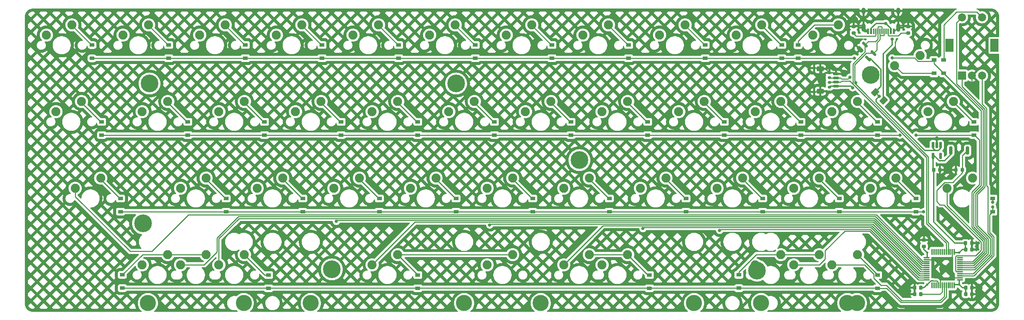
<source format=gbr>
G04 #@! TF.GenerationSoftware,KiCad,Pcbnew,8.0.8*
G04 #@! TF.CreationDate,2025-03-09T16:53:55+01:00*
G04 #@! TF.ProjectId,PowerVan,506f7765-7256-4616-9e2e-6b696361645f,rev?*
G04 #@! TF.SameCoordinates,Original*
G04 #@! TF.FileFunction,Copper,L2,Bot*
G04 #@! TF.FilePolarity,Positive*
%FSLAX46Y46*%
G04 Gerber Fmt 4.6, Leading zero omitted, Abs format (unit mm)*
G04 Created by KiCad (PCBNEW 8.0.8) date 2025-03-09 16:53:55*
%MOMM*%
%LPD*%
G01*
G04 APERTURE LIST*
G04 Aperture macros list*
%AMRoundRect*
0 Rectangle with rounded corners*
0 $1 Rounding radius*
0 $2 $3 $4 $5 $6 $7 $8 $9 X,Y pos of 4 corners*
0 Add a 4 corners polygon primitive as box body*
4,1,4,$2,$3,$4,$5,$6,$7,$8,$9,$2,$3,0*
0 Add four circle primitives for the rounded corners*
1,1,$1+$1,$2,$3*
1,1,$1+$1,$4,$5*
1,1,$1+$1,$6,$7*
1,1,$1+$1,$8,$9*
0 Add four rect primitives between the rounded corners*
20,1,$1+$1,$2,$3,$4,$5,0*
20,1,$1+$1,$4,$5,$6,$7,0*
20,1,$1+$1,$6,$7,$8,$9,0*
20,1,$1+$1,$8,$9,$2,$3,0*%
G04 Aperture macros list end*
G04 #@! TA.AperFunction,ComponentPad*
%ADD10C,2.250000*%
G04 #@! TD*
G04 #@! TA.AperFunction,ComponentPad*
%ADD11R,2.000000X2.000000*%
G04 #@! TD*
G04 #@! TA.AperFunction,ComponentPad*
%ADD12C,2.000000*%
G04 #@! TD*
G04 #@! TA.AperFunction,ComponentPad*
%ADD13R,2.000000X3.200000*%
G04 #@! TD*
G04 #@! TA.AperFunction,ComponentPad*
%ADD14C,4.400000*%
G04 #@! TD*
G04 #@! TA.AperFunction,ComponentPad*
%ADD15C,4.000000*%
G04 #@! TD*
G04 #@! TA.AperFunction,SMDPad,CuDef*
%ADD16R,1.200000X0.900000*%
G04 #@! TD*
G04 #@! TA.AperFunction,SMDPad,CuDef*
%ADD17R,0.600000X1.450000*%
G04 #@! TD*
G04 #@! TA.AperFunction,SMDPad,CuDef*
%ADD18R,0.300000X1.450000*%
G04 #@! TD*
G04 #@! TA.AperFunction,ComponentPad*
%ADD19O,1.000000X1.600000*%
G04 #@! TD*
G04 #@! TA.AperFunction,ComponentPad*
%ADD20O,1.000000X2.100000*%
G04 #@! TD*
G04 #@! TA.AperFunction,SMDPad,CuDef*
%ADD21RoundRect,0.225000X-0.225000X-0.250000X0.225000X-0.250000X0.225000X0.250000X-0.225000X0.250000X0*%
G04 #@! TD*
G04 #@! TA.AperFunction,SMDPad,CuDef*
%ADD22RoundRect,0.200000X-0.200000X-0.800000X0.200000X-0.800000X0.200000X0.800000X-0.200000X0.800000X0*%
G04 #@! TD*
G04 #@! TA.AperFunction,SMDPad,CuDef*
%ADD23RoundRect,0.225000X0.250000X-0.225000X0.250000X0.225000X-0.250000X0.225000X-0.250000X-0.225000X0*%
G04 #@! TD*
G04 #@! TA.AperFunction,SMDPad,CuDef*
%ADD24RoundRect,0.200000X0.275000X-0.200000X0.275000X0.200000X-0.275000X0.200000X-0.275000X-0.200000X0*%
G04 #@! TD*
G04 #@! TA.AperFunction,SMDPad,CuDef*
%ADD25RoundRect,0.250001X0.768977X0.114905X0.114905X0.768977X-0.768977X-0.114905X-0.114905X-0.768977X0*%
G04 #@! TD*
G04 #@! TA.AperFunction,SMDPad,CuDef*
%ADD26RoundRect,0.150000X0.625000X-0.150000X0.625000X0.150000X-0.625000X0.150000X-0.625000X-0.150000X0*%
G04 #@! TD*
G04 #@! TA.AperFunction,SMDPad,CuDef*
%ADD27RoundRect,0.250000X0.650000X-0.350000X0.650000X0.350000X-0.650000X0.350000X-0.650000X-0.350000X0*%
G04 #@! TD*
G04 #@! TA.AperFunction,SMDPad,CuDef*
%ADD28RoundRect,0.225000X0.225000X0.250000X-0.225000X0.250000X-0.225000X-0.250000X0.225000X-0.250000X0*%
G04 #@! TD*
G04 #@! TA.AperFunction,SMDPad,CuDef*
%ADD29RoundRect,0.225000X0.375000X-0.225000X0.375000X0.225000X-0.375000X0.225000X-0.375000X-0.225000X0*%
G04 #@! TD*
G04 #@! TA.AperFunction,SMDPad,CuDef*
%ADD30RoundRect,0.200000X-0.200000X-0.275000X0.200000X-0.275000X0.200000X0.275000X-0.200000X0.275000X0*%
G04 #@! TD*
G04 #@! TA.AperFunction,SMDPad,CuDef*
%ADD31RoundRect,0.250000X-0.601041X0.247487X0.247487X-0.601041X0.601041X-0.247487X-0.247487X0.601041X0*%
G04 #@! TD*
G04 #@! TA.AperFunction,SMDPad,CuDef*
%ADD32RoundRect,0.150000X-0.601041X0.388909X0.388909X-0.601041X0.601041X-0.388909X-0.388909X0.601041X0*%
G04 #@! TD*
G04 #@! TA.AperFunction,SMDPad,CuDef*
%ADD33RoundRect,0.075000X0.075000X-0.662500X0.075000X0.662500X-0.075000X0.662500X-0.075000X-0.662500X0*%
G04 #@! TD*
G04 #@! TA.AperFunction,SMDPad,CuDef*
%ADD34RoundRect,0.075000X0.662500X-0.075000X0.662500X0.075000X-0.662500X0.075000X-0.662500X-0.075000X0*%
G04 #@! TD*
G04 #@! TA.AperFunction,SMDPad,CuDef*
%ADD35RoundRect,0.162500X-0.162500X0.617500X-0.162500X-0.617500X0.162500X-0.617500X0.162500X0.617500X0*%
G04 #@! TD*
G04 #@! TA.AperFunction,SMDPad,CuDef*
%ADD36RoundRect,0.150000X0.275000X-0.150000X0.275000X0.150000X-0.275000X0.150000X-0.275000X-0.150000X0*%
G04 #@! TD*
G04 #@! TA.AperFunction,SMDPad,CuDef*
%ADD37RoundRect,0.175000X0.225000X-0.175000X0.225000X0.175000X-0.225000X0.175000X-0.225000X-0.175000X0*%
G04 #@! TD*
G04 #@! TA.AperFunction,ViaPad*
%ADD38C,0.600000*%
G04 #@! TD*
G04 #@! TA.AperFunction,ViaPad*
%ADD39C,0.800000*%
G04 #@! TD*
G04 #@! TA.AperFunction,Conductor*
%ADD40C,0.250000*%
G04 #@! TD*
G04 #@! TA.AperFunction,Conductor*
%ADD41C,0.350000*%
G04 #@! TD*
G04 APERTURE END LIST*
D10*
X374015500Y-223679000D03*
X380365500Y-221139000D03*
X307340500Y-223679000D03*
X313690500Y-221139000D03*
X212090500Y-204629000D03*
X218440500Y-202089000D03*
X402590500Y-204629000D03*
X408940500Y-202089000D03*
X307340500Y-204629000D03*
X313690500Y-202089000D03*
X250190500Y-204629000D03*
X256540500Y-202089000D03*
X383540500Y-204629000D03*
X389890500Y-202089000D03*
X345440500Y-204629000D03*
X351790500Y-202089000D03*
X231140500Y-204629000D03*
X237490500Y-202089000D03*
X259715500Y-223679000D03*
X266065500Y-221139000D03*
X364490500Y-204629000D03*
X370840500Y-202089000D03*
D11*
X406286200Y-176612800D03*
D12*
X411286200Y-176612800D03*
X408786200Y-176612800D03*
D13*
X403186200Y-169112800D03*
X414386200Y-169112800D03*
D12*
X411286200Y-162112800D03*
X406286200Y-162112800D03*
D10*
X364490500Y-223679000D03*
X370840500Y-221139000D03*
X354965500Y-223679000D03*
X361315500Y-221139000D03*
X202565500Y-223679000D03*
X208915500Y-221139000D03*
X221615500Y-223679000D03*
X227965500Y-221139000D03*
X326390500Y-204629000D03*
X332740500Y-202089000D03*
X269240500Y-204629000D03*
X275590500Y-202089000D03*
X178753000Y-166529000D03*
X185103000Y-163989000D03*
X374015500Y-185579000D03*
X380365500Y-183039000D03*
X221615500Y-185579000D03*
X227965500Y-183039000D03*
X202565500Y-185579000D03*
X208915500Y-183039000D03*
X181134250Y-185579000D03*
X187484250Y-183039000D03*
X350203000Y-166529000D03*
X356553000Y-163989000D03*
X312103000Y-166529000D03*
X318453000Y-163989000D03*
X235903000Y-166529000D03*
X242253000Y-163989000D03*
X274003000Y-166529000D03*
X280353000Y-163989000D03*
X395923000Y-171609000D03*
X389573000Y-174149000D03*
X369253000Y-166529000D03*
X375603000Y-163989000D03*
X216853000Y-166529000D03*
X223203000Y-163989000D03*
X259715500Y-185579000D03*
X266065500Y-183039000D03*
X331153000Y-166529000D03*
X337503000Y-163989000D03*
X397828000Y-185579000D03*
X404178000Y-183039000D03*
X316865500Y-185579000D03*
X323215500Y-183039000D03*
X278765500Y-185579000D03*
X285115500Y-183039000D03*
X197803000Y-166529000D03*
X204153000Y-163989000D03*
X293053000Y-166529000D03*
X299403000Y-163989000D03*
X240665500Y-185579000D03*
X247015500Y-183039000D03*
X335915500Y-185579000D03*
X342265500Y-183039000D03*
X297815500Y-185579000D03*
X304165500Y-183039000D03*
X254953000Y-166529000D03*
X261303000Y-163989000D03*
X185896750Y-204629000D03*
X192246750Y-202089000D03*
D14*
X202762500Y-213367750D03*
X249712500Y-224817750D03*
X280562500Y-178594000D03*
X311212500Y-197644000D03*
X383612500Y-176467750D03*
X204362500Y-178593750D03*
D10*
X354954400Y-185577800D03*
X361304400Y-183037800D03*
X288290500Y-204629000D03*
X294640500Y-202089000D03*
D14*
X355369250Y-225103000D03*
D15*
X227806750Y-233204000D03*
X203994250Y-233204000D03*
X282575500Y-233204000D03*
X244475500Y-233204000D03*
X339725500Y-233204000D03*
X301625500Y-233204000D03*
X377825500Y-233204000D03*
X244475500Y-233204000D03*
D10*
X212090500Y-223679000D03*
X218440500Y-221139000D03*
D15*
X339725500Y-233204000D03*
X244475500Y-233204000D03*
X380206750Y-233204000D03*
X356394250Y-233204000D03*
D10*
X316865500Y-223679000D03*
X323215500Y-221139000D03*
X288290500Y-223679000D03*
X294640500Y-221139000D03*
D16*
X413957000Y-210470000D03*
X413957000Y-207170000D03*
X328613000Y-229512000D03*
X328613000Y-226212000D03*
X394859500Y-210462000D03*
X394859500Y-207162000D03*
X271034500Y-229512000D03*
X271034500Y-226212000D03*
X197644250Y-229456500D03*
X197644250Y-226156500D03*
X233950500Y-229512000D03*
X233950500Y-226212000D03*
X350838000Y-229456500D03*
X350838000Y-226156500D03*
X385334500Y-229512000D03*
X385334500Y-226212000D03*
X271034500Y-191412000D03*
X271034500Y-188112000D03*
X409258000Y-191412000D03*
X409258000Y-188112000D03*
X261509500Y-210462000D03*
X261509500Y-207162000D03*
X375809500Y-210462000D03*
X375809500Y-207162000D03*
X356759500Y-210462000D03*
X356759500Y-207162000D03*
X280559500Y-210462000D03*
X280559500Y-207162000D03*
X337709500Y-210462000D03*
X337709500Y-207162000D03*
X192469000Y-191412000D03*
X192469000Y-188112000D03*
X318659500Y-210462000D03*
X318659500Y-207162000D03*
X242459500Y-210462000D03*
X242459500Y-207162000D03*
X366284500Y-191412000D03*
X366284500Y-188112000D03*
X232934500Y-191412000D03*
X232934500Y-188112000D03*
X213884500Y-191412000D03*
X213884500Y-188112000D03*
X347234500Y-191412000D03*
X347234500Y-188112000D03*
X290084500Y-191412000D03*
X290084500Y-188112000D03*
X309134500Y-191412000D03*
X309134500Y-188112000D03*
X299609500Y-210462000D03*
X299609500Y-207162000D03*
X223409500Y-210462000D03*
X223409500Y-207162000D03*
X385334500Y-191412000D03*
X385334500Y-188112000D03*
X328184500Y-191412000D03*
X328184500Y-188112000D03*
X251984500Y-191412000D03*
X251984500Y-188112000D03*
X342503750Y-172298500D03*
X342503750Y-168998500D03*
X399352000Y-172753000D03*
X399352000Y-176053000D03*
X365570000Y-172306500D03*
X365570000Y-169006500D03*
X323453750Y-172298500D03*
X323453750Y-168998500D03*
X209153750Y-172298500D03*
X209153750Y-168998500D03*
X304403750Y-172298500D03*
X304403750Y-168998500D03*
X285353750Y-172298500D03*
X285353750Y-168998500D03*
X266303750Y-172298500D03*
X266303750Y-168998500D03*
X228203750Y-172298500D03*
X228203750Y-168998500D03*
X247253750Y-172298500D03*
X247253750Y-168998500D03*
X401765000Y-176053000D03*
X401765000Y-172753000D03*
X361506000Y-172298500D03*
X361506000Y-168998500D03*
X197168000Y-210462000D03*
X197168000Y-207162000D03*
D17*
X382909500Y-165600250D03*
X383709500Y-165600250D03*
D18*
X384909500Y-165600250D03*
X385909500Y-165600250D03*
X386409500Y-165600250D03*
X387409500Y-165600250D03*
D17*
X388609500Y-165600250D03*
X389409500Y-165600250D03*
X389409500Y-165600250D03*
X388609500Y-165600250D03*
D18*
X387909500Y-165600250D03*
X386909500Y-165600250D03*
X385409500Y-165600250D03*
X384409500Y-165600250D03*
D17*
X383709500Y-165600250D03*
X382909500Y-165600250D03*
D19*
X381839500Y-160505250D03*
D20*
X381839500Y-164685250D03*
D19*
X390479500Y-160505250D03*
D20*
X390479500Y-164685250D03*
D21*
X407213000Y-230981500D03*
X408763000Y-230981500D03*
D22*
X403506750Y-195262750D03*
X407706750Y-195262750D03*
D23*
X396875500Y-219075250D03*
X396875500Y-217525250D03*
D24*
X392906750Y-166025250D03*
X392906750Y-164375250D03*
D25*
X386814821Y-182820821D03*
X384711179Y-180717179D03*
D26*
X374956553Y-179200250D03*
X374956553Y-178200250D03*
X374956553Y-177200250D03*
X374956553Y-176200250D03*
D27*
X371081553Y-180500250D03*
X371081553Y-174900250D03*
D24*
X379413000Y-166025250D03*
X379413000Y-164375250D03*
D21*
X399275500Y-200025250D03*
X400825500Y-200025250D03*
D28*
X396063000Y-230981500D03*
X394513000Y-230981500D03*
D21*
X407213000Y-229394000D03*
X408763000Y-229394000D03*
D29*
X190100500Y-172306500D03*
X190100500Y-169006500D03*
D30*
X404781750Y-200025250D03*
X406431750Y-200025250D03*
D31*
X380997010Y-170126170D03*
D32*
X382199091Y-168924088D03*
X384320412Y-171045409D03*
X382976909Y-172388912D03*
D28*
X396063000Y-229394000D03*
X394513000Y-229394000D03*
D21*
X407213000Y-219869000D03*
X408763000Y-219869000D03*
D33*
X404388000Y-228794000D03*
X403888000Y-228794000D03*
X403388000Y-228794000D03*
X402888000Y-228794000D03*
X402388000Y-228794000D03*
X401888000Y-228794000D03*
X401388000Y-228794000D03*
X400888000Y-228794000D03*
X400388000Y-228794000D03*
X399888000Y-228794000D03*
X399388000Y-228794000D03*
X398888000Y-228794000D03*
D34*
X397475500Y-227381500D03*
X397475500Y-226881500D03*
X397475500Y-226381500D03*
X397475500Y-225881500D03*
X397475500Y-225381500D03*
X397475500Y-224881500D03*
X397475500Y-224381500D03*
X397475500Y-223881500D03*
X397475500Y-223381500D03*
X397475500Y-222881500D03*
X397475500Y-222381500D03*
X397475500Y-221881500D03*
D33*
X398888000Y-220469000D03*
X399388000Y-220469000D03*
X399888000Y-220469000D03*
X400388000Y-220469000D03*
X400888000Y-220469000D03*
X401388000Y-220469000D03*
X401888000Y-220469000D03*
X402388000Y-220469000D03*
X402888000Y-220469000D03*
X403388000Y-220469000D03*
X403888000Y-220469000D03*
X404388000Y-220469000D03*
D34*
X405800500Y-221881500D03*
X405800500Y-222381500D03*
X405800500Y-222881500D03*
X405800500Y-223381500D03*
X405800500Y-223881500D03*
X405800500Y-224381500D03*
X405800500Y-224881500D03*
X405800500Y-225381500D03*
X405800500Y-225881500D03*
X405800500Y-226381500D03*
X405800500Y-226881500D03*
X405800500Y-227381500D03*
D21*
X407194250Y-218281500D03*
X408744250Y-218281500D03*
D35*
X399100500Y-193912750D03*
X400050500Y-193912750D03*
X401000500Y-193912750D03*
X401000500Y-196612750D03*
X399100500Y-196612750D03*
D36*
X373350500Y-179500250D03*
X373350500Y-178300250D03*
X373350500Y-177100250D03*
X373350500Y-175900250D03*
D37*
X369575500Y-180650250D03*
X369575500Y-174750250D03*
D38*
X410369250Y-229394000D03*
D39*
X392906750Y-162819000D03*
X379413000Y-162819000D03*
D38*
X410369250Y-230981500D03*
D39*
X371475500Y-177800250D03*
D38*
X401638000Y-224631500D03*
D39*
X410350500Y-218281500D03*
X380067479Y-171058837D03*
D38*
X396875500Y-215919000D03*
D39*
X402431750Y-200025250D03*
X408781750Y-178594000D03*
X400050500Y-192137000D03*
D38*
X410369250Y-219869000D03*
D39*
X377031750Y-176212750D03*
X403225500Y-200025250D03*
D38*
X392906750Y-230981500D03*
X392906750Y-229394000D03*
D39*
X250825500Y-212862000D03*
X288925500Y-213762000D03*
X327025500Y-214662000D03*
X346075500Y-215112000D03*
X388938000Y-172244000D03*
X379595302Y-172305694D03*
X390891220Y-191415726D03*
X394916418Y-191413902D03*
X396785150Y-210465861D03*
X413968721Y-209309984D03*
D38*
X405606750Y-228600250D03*
X397669250Y-220662750D03*
X405606750Y-220662750D03*
X397669250Y-228600250D03*
D39*
X413959493Y-208101164D03*
X385763000Y-181769000D03*
X379138122Y-179662628D03*
X378463000Y-177006500D03*
X379929211Y-178403105D03*
X388938000Y-167581500D03*
X387350500Y-163612750D03*
D40*
X391200350Y-166025250D02*
X390525500Y-166700100D01*
X392906750Y-166025250D02*
X391200350Y-166025250D01*
X390525500Y-166700100D02*
X388034350Y-166700100D01*
X387909500Y-166575250D02*
X387909500Y-165600250D01*
X388034350Y-166700100D02*
X387909500Y-166575250D01*
D41*
X373350500Y-175900250D02*
X374656553Y-175900250D01*
X409006750Y-218281500D02*
X410350500Y-218281500D01*
X382754500Y-165600250D02*
X381839500Y-164685250D01*
D40*
X408786200Y-176612800D02*
X408786200Y-178589550D01*
D41*
X377019250Y-176200250D02*
X377031750Y-176212750D01*
X409025500Y-229394000D02*
X410369250Y-229394000D01*
X370931553Y-174750250D02*
X371081553Y-174900250D01*
X371081553Y-180500250D02*
X371081553Y-178194197D01*
D40*
X399388000Y-222381500D02*
X401638000Y-224631500D01*
D41*
X372350500Y-174900250D02*
X373350500Y-175900250D01*
X371475500Y-177800250D02*
X371475500Y-175294197D01*
X392906750Y-164200250D02*
X390964500Y-164200250D01*
X394250500Y-229394000D02*
X392906750Y-229394000D01*
X369575500Y-174750250D02*
X370931553Y-174750250D01*
X371081553Y-178194197D02*
X371475500Y-177800250D01*
X371081553Y-174900250D02*
X372350500Y-174900250D01*
X392906750Y-164200250D02*
X392906750Y-162819000D01*
D40*
X400888000Y-225381500D02*
X401638000Y-224631500D01*
D41*
X371475500Y-175294197D02*
X371081553Y-174900250D01*
D40*
X408786200Y-178589550D02*
X408781750Y-178594000D01*
D41*
X394250500Y-230981500D02*
X392906750Y-230981500D01*
X400825500Y-200025250D02*
X402431750Y-200025250D01*
X396875500Y-217262750D02*
X396875500Y-215919000D01*
D40*
X403888000Y-220469000D02*
X403888000Y-222381500D01*
D41*
X382909500Y-165600250D02*
X382754500Y-165600250D01*
X380997010Y-170126170D02*
X380997010Y-170129306D01*
X389409500Y-165600250D02*
X389564500Y-165600250D01*
X381354500Y-164200250D02*
X381839500Y-164685250D01*
D40*
X403888000Y-222381500D02*
X401638000Y-224631500D01*
X405800500Y-226881500D02*
X403888000Y-226881500D01*
D41*
X389564500Y-165600250D02*
X390479500Y-164685250D01*
X404781750Y-200025250D02*
X403225500Y-200025250D01*
X369575500Y-180650250D02*
X370931553Y-180650250D01*
D40*
X400050500Y-193912750D02*
X400050500Y-192137000D01*
D41*
X380997010Y-170129306D02*
X380067479Y-171058837D01*
D40*
X403888000Y-226881500D02*
X401638000Y-224631500D01*
X400888000Y-228794000D02*
X400888000Y-225381500D01*
D41*
X374656553Y-175900250D02*
X374956553Y-176200250D01*
X409025500Y-230981500D02*
X410369250Y-230981500D01*
D40*
X397475500Y-222381500D02*
X399388000Y-222381500D01*
D41*
X390964500Y-164200250D02*
X390479500Y-164685250D01*
X374956553Y-176200250D02*
X377019250Y-176200250D01*
X370931553Y-180650250D02*
X371081553Y-180500250D01*
X379413000Y-164200250D02*
X381354500Y-164200250D01*
X409025500Y-219869000D02*
X410369250Y-219869000D01*
X379413000Y-164200250D02*
X379413000Y-162819000D01*
D40*
X397475500Y-222881500D02*
X396875500Y-222881500D01*
X397475500Y-222881500D02*
X396670236Y-222881500D01*
X214071381Y-211237000D02*
X385025736Y-211237000D01*
X204975481Y-220332900D02*
X199520519Y-220332900D01*
X396670236Y-222881500D02*
X385025736Y-211237000D01*
X185896750Y-206709132D02*
X199520519Y-220332900D01*
X204975481Y-220332900D02*
X214071381Y-211237000D01*
X185896750Y-206709132D02*
X185896750Y-204629000D01*
X221165500Y-220464610D02*
X221165500Y-216985250D01*
X226463750Y-211687000D02*
X384839340Y-211687000D01*
X396533840Y-223381500D02*
X397475500Y-223381500D01*
X224234875Y-213915875D02*
X226463750Y-211687000D01*
X221165500Y-216985250D02*
X224234875Y-213915875D01*
X384839340Y-211687000D02*
X396533840Y-223381500D01*
X212090500Y-223679000D02*
X217951110Y-223679000D01*
X217951110Y-223679000D02*
X218433930Y-223196180D01*
X218433930Y-223196180D02*
X221165500Y-220464610D01*
X221615500Y-217171646D02*
X221615500Y-223679000D01*
X396397444Y-223881500D02*
X384652944Y-212137000D01*
X397475500Y-223881500D02*
X396397444Y-223881500D01*
X226650146Y-212137000D02*
X221615500Y-217171646D01*
X384652944Y-212137000D02*
X226650146Y-212137000D01*
X251100500Y-212587000D02*
X384466548Y-212587000D01*
X384466548Y-212587000D02*
X396261048Y-224381500D01*
X251100500Y-212587000D02*
X250825500Y-212862000D01*
X397475500Y-224381500D02*
X396261048Y-224381500D01*
X396124652Y-224881500D02*
X384280152Y-213037000D01*
X384280152Y-213037000D02*
X270357500Y-213037000D01*
X270357500Y-213037000D02*
X259715500Y-223679000D01*
X397475500Y-224881500D02*
X396124652Y-224881500D01*
X289200500Y-213487000D02*
X384093756Y-213487000D01*
X397475500Y-225381500D02*
X395988256Y-225381500D01*
X395988256Y-225381500D02*
X384093756Y-213487000D01*
X289200500Y-213487000D02*
X288925500Y-213762000D01*
X317082500Y-213937000D02*
X307340500Y-223679000D01*
X397475500Y-225881500D02*
X395851860Y-225881500D01*
X395851860Y-225881500D02*
X383907360Y-213937000D01*
X383907360Y-213937000D02*
X317082500Y-213937000D01*
X327300500Y-214387000D02*
X383720964Y-214387000D01*
X327300500Y-214387000D02*
X327025500Y-214662000D01*
X397475500Y-226381500D02*
X395715464Y-226381500D01*
X395715464Y-226381500D02*
X383720964Y-214387000D01*
X346350500Y-214837000D02*
X383534568Y-214837000D01*
X397475500Y-226881500D02*
X395579068Y-226881500D01*
X346350500Y-214837000D02*
X346075500Y-215112000D01*
X395579068Y-226881500D02*
X383534568Y-214837000D01*
X372290500Y-220148869D02*
X377152368Y-215287000D01*
X377152368Y-215287000D02*
X383348172Y-215287000D01*
X370840500Y-223679000D02*
X372290500Y-222229000D01*
X364490500Y-223679000D02*
X370840500Y-223679000D01*
X395442672Y-227381500D02*
X397475500Y-227381500D01*
X383348172Y-215287000D02*
X395442672Y-227381500D01*
X372290500Y-222229000D02*
X372290500Y-220148869D01*
X374015500Y-223679000D02*
X382133267Y-223679000D01*
X400844250Y-232569000D02*
X401888000Y-231525250D01*
X384409500Y-226987000D02*
X386159500Y-228737000D01*
X391319250Y-232569000D02*
X400844250Y-232569000D01*
X387487250Y-228737000D02*
X391319250Y-232569000D01*
X401888000Y-231525250D02*
X401888000Y-228794000D01*
X386159500Y-228737000D02*
X387487250Y-228737000D01*
X382133267Y-223679000D02*
X384409500Y-225955233D01*
X384409500Y-225955233D02*
X384409500Y-226987000D01*
X408944250Y-222881500D02*
X405800500Y-222881500D01*
X411525500Y-217794799D02*
X411525500Y-220300250D01*
X411525500Y-220300250D02*
X408944250Y-222881500D01*
X402590500Y-204629000D02*
X402590500Y-208859799D01*
X402590500Y-208859799D02*
X411525500Y-217794799D01*
X323453750Y-172298500D02*
X304403750Y-172298500D01*
X209145750Y-172306500D02*
X209153750Y-172298500D01*
X228203750Y-172298500D02*
X209153750Y-172298500D01*
X395322390Y-173059000D02*
X399046000Y-173059000D01*
X266303750Y-172298500D02*
X247253750Y-172298500D01*
X411073375Y-203926271D02*
X411073375Y-185361375D01*
X342503750Y-172298500D02*
X323453750Y-172298500D01*
X342503750Y-172298500D02*
X361506000Y-172298500D01*
X405800500Y-223881500D02*
X409217042Y-223881500D01*
X379594496Y-172306500D02*
X379595302Y-172305694D01*
X285353750Y-172298500D02*
X266303750Y-172298500D01*
X412425500Y-217422007D02*
X409219400Y-214215907D01*
X399352000Y-172753000D02*
X399352000Y-173640000D01*
X388938000Y-172244000D02*
X394507390Y-172244000D01*
X190100500Y-172306500D02*
X209145750Y-172306500D01*
X399046000Y-173059000D02*
X399352000Y-172753000D01*
X365562000Y-172298500D02*
X365570000Y-172306500D01*
X409217042Y-223881500D02*
X412425500Y-220673042D01*
X247253750Y-172298500D02*
X228203750Y-172298500D01*
X365570000Y-172306500D02*
X379594496Y-172306500D01*
X394507390Y-172244000D02*
X395322390Y-173059000D01*
X411073375Y-185361375D02*
X401765000Y-176053000D01*
X409219400Y-214215907D02*
X409219400Y-205780246D01*
X409219400Y-205780246D02*
X411073375Y-203926271D01*
X304403750Y-172298500D02*
X285353750Y-172298500D01*
X361506000Y-172298500D02*
X365562000Y-172298500D01*
X412425500Y-220673042D02*
X412425500Y-217422007D01*
X399352000Y-173640000D02*
X401765000Y-176053000D01*
X410623375Y-203739875D02*
X410623375Y-192627375D01*
X390887494Y-191412000D02*
X390891220Y-191415726D01*
X409080646Y-223381500D02*
X411975500Y-220486646D01*
X408769400Y-205593850D02*
X410623375Y-203739875D01*
X394918320Y-191412000D02*
X409258000Y-191412000D01*
X385334500Y-191412000D02*
X192469000Y-191412000D01*
X410623375Y-192627375D02*
X409408000Y-191412000D01*
X405800500Y-223381500D02*
X409080646Y-223381500D01*
X411975500Y-220486646D02*
X411975500Y-217608403D01*
X408769400Y-214402303D02*
X408769400Y-205593850D01*
X411975500Y-217608403D02*
X408769400Y-214402303D01*
X394916418Y-191413902D02*
X394918320Y-191412000D01*
X409408000Y-191412000D02*
X409258000Y-191412000D01*
X385334500Y-191412000D02*
X390887494Y-191412000D01*
X223409500Y-210462000D02*
X242459500Y-210462000D01*
X413957000Y-210470000D02*
X413957000Y-209321705D01*
X375809500Y-210462000D02*
X394859500Y-210462000D01*
X261509500Y-210462000D02*
X280559500Y-210462000D01*
X413957000Y-209321705D02*
X413968721Y-209309984D01*
X324512000Y-210471000D02*
X337700500Y-210471000D01*
X280559500Y-210462000D02*
X299609500Y-210462000D01*
X242459500Y-210462000D02*
X261509500Y-210462000D01*
X337709500Y-210462000D02*
X356759500Y-210462000D01*
X413180500Y-215631422D02*
X413180500Y-211246500D01*
X413180500Y-211246500D02*
X413957000Y-210470000D01*
X337700500Y-210471000D02*
X337709500Y-210462000D01*
X318659500Y-210462000D02*
X324503000Y-210462000D01*
X414225500Y-221418626D02*
X414225500Y-216676422D01*
X223409500Y-210462000D02*
X197168000Y-210462000D01*
X405800500Y-226381500D02*
X409262626Y-226381500D01*
X409262626Y-226381500D02*
X414225500Y-221418626D01*
X396781289Y-210462000D02*
X396785150Y-210465861D01*
X299609500Y-210462000D02*
X318659500Y-210462000D01*
X394859500Y-210462000D02*
X396781289Y-210462000D01*
X356759500Y-210462000D02*
X375809500Y-210462000D01*
X324503000Y-210462000D02*
X324512000Y-210471000D01*
X414225500Y-216676422D02*
X413180500Y-215631422D01*
X387625854Y-229512000D02*
X391132854Y-233019000D01*
X385279000Y-229456500D02*
X385334500Y-229512000D01*
X197644250Y-229456500D02*
X385279000Y-229456500D01*
X401030646Y-233019000D02*
X402388000Y-231661646D01*
X402388000Y-231661646D02*
X402388000Y-228794000D01*
X385334500Y-229512000D02*
X387625854Y-229512000D01*
X391132854Y-233019000D02*
X401030646Y-233019000D01*
D41*
X404581750Y-220662750D02*
X404413000Y-220494000D01*
X397669250Y-220662750D02*
X397669250Y-221687750D01*
X399100500Y-196612750D02*
X399100500Y-199850250D01*
D40*
X399151476Y-227681500D02*
X400080764Y-227681500D01*
D41*
X407194250Y-218281500D02*
X404569250Y-218281500D01*
X399275500Y-200025250D02*
X399275500Y-212987750D01*
X405606750Y-220662750D02*
X404581750Y-220662750D01*
X397500500Y-221856500D02*
X397475500Y-221856500D01*
X396875500Y-229394000D02*
X397669250Y-228600250D01*
X405606750Y-228600250D02*
X404581750Y-228600250D01*
D40*
X400080764Y-227681500D02*
X400388000Y-227988736D01*
D41*
X396875500Y-219869000D02*
X397669250Y-220662750D01*
X398588000Y-227681500D02*
X399151476Y-227681500D01*
X399275500Y-212987750D02*
X404569250Y-218281500D01*
X407213000Y-229394000D02*
X407213000Y-230981500D01*
X396875500Y-219337750D02*
X396875500Y-219887750D01*
X407194250Y-218281500D02*
X407194250Y-219850250D01*
X403506750Y-196262750D02*
X403506750Y-195262750D01*
X399100500Y-196257392D02*
X400610858Y-197767750D01*
X399100500Y-199850250D02*
X399275500Y-200025250D01*
X399100500Y-196612750D02*
X399100500Y-196257392D01*
X404413000Y-228769000D02*
X404413000Y-228794000D01*
X404413000Y-220494000D02*
X404413000Y-220469000D01*
X406400500Y-219869000D02*
X405606750Y-220662750D01*
X397669250Y-221687750D02*
X397500500Y-221856500D01*
X406400500Y-229394000D02*
X407213000Y-229394000D01*
X397669250Y-228600250D02*
X398588000Y-227681500D01*
X404581750Y-228600250D02*
X404413000Y-228769000D01*
D40*
X400388000Y-227988736D02*
X400388000Y-228794000D01*
D41*
X396875500Y-229394000D02*
X396063000Y-229394000D01*
X405606750Y-227575250D02*
X405775500Y-227406500D01*
X405606750Y-228600250D02*
X405606750Y-227575250D01*
X402001750Y-197767750D02*
X403506750Y-196262750D01*
X407194250Y-219850250D02*
X407213000Y-219869000D01*
X406400500Y-219869000D02*
X407213000Y-219869000D01*
X406400500Y-229394000D02*
X405606750Y-228600250D01*
X405775500Y-227406500D02*
X405800500Y-227406500D01*
X400610858Y-197767750D02*
X402001750Y-197767750D01*
D40*
X400844250Y-230981500D02*
X401388000Y-230437750D01*
X396063000Y-230981500D02*
X400844250Y-230981500D01*
X401388000Y-230437750D02*
X401388000Y-228794000D01*
X185103000Y-164147750D02*
X185103000Y-163989000D01*
X190103750Y-168998500D02*
X189953750Y-168998500D01*
X189953750Y-168998500D02*
X185103000Y-164147750D01*
X204153000Y-164147750D02*
X204153000Y-163989000D01*
X209003750Y-168998500D02*
X204153000Y-164147750D01*
X209153750Y-168998500D02*
X209003750Y-168998500D01*
X228203750Y-168998500D02*
X228053750Y-168998500D01*
X223203000Y-164147750D02*
X223203000Y-163989000D01*
X228053750Y-168998500D02*
X223203000Y-164147750D01*
X242253000Y-164147750D02*
X242253000Y-163989000D01*
X247103750Y-168998500D02*
X242253000Y-164147750D01*
X247253750Y-168998500D02*
X247103750Y-168998500D01*
X266153750Y-168998500D02*
X261303000Y-164147750D01*
X261303000Y-164147750D02*
X261303000Y-163989000D01*
X266303750Y-168998500D02*
X266153750Y-168998500D01*
X285203750Y-168998500D02*
X280353000Y-164147750D01*
X280353000Y-164147750D02*
X280353000Y-163989000D01*
X285353750Y-168998500D02*
X285203750Y-168998500D01*
X304253750Y-168998500D02*
X299403000Y-164147750D01*
X299403000Y-164147750D02*
X299403000Y-163989000D01*
X304403750Y-168998500D02*
X304253750Y-168998500D01*
X318453000Y-164147750D02*
X318453000Y-163989000D01*
X323303750Y-168998500D02*
X318453000Y-164147750D01*
X323453750Y-168998500D02*
X323303750Y-168998500D01*
X342353750Y-168998500D02*
X337503000Y-164147750D01*
X342503750Y-168998500D02*
X342353750Y-168998500D01*
X337503000Y-164147750D02*
X337503000Y-163989000D01*
X361506000Y-168998500D02*
X361356000Y-168998500D01*
X361356000Y-168998500D02*
X356553000Y-164195500D01*
X356553000Y-164195500D02*
X356553000Y-163989000D01*
X369646998Y-163989000D02*
X375603000Y-163989000D01*
X365570000Y-168065998D02*
X369646998Y-163989000D01*
X365570000Y-169006500D02*
X365570000Y-168065998D01*
X391477000Y-176053000D02*
X389573000Y-174149000D01*
X399352000Y-176053000D02*
X391477000Y-176053000D01*
X187484250Y-183277250D02*
X187484250Y-183039000D01*
X192469000Y-188112000D02*
X192319000Y-188112000D01*
X192319000Y-188112000D02*
X187484250Y-183277250D01*
X208915500Y-183293000D02*
X208915500Y-183039000D01*
X213734500Y-188112000D02*
X208915500Y-183293000D01*
X213884500Y-188112000D02*
X213734500Y-188112000D01*
X232784500Y-188112000D02*
X227965500Y-183293000D01*
X232934500Y-188112000D02*
X232784500Y-188112000D01*
X227965500Y-183293000D02*
X227965500Y-183039000D01*
X251834500Y-188112000D02*
X247015500Y-183293000D01*
X247015500Y-183293000D02*
X247015500Y-183039000D01*
X251984500Y-188112000D02*
X251834500Y-188112000D01*
X271034500Y-188112000D02*
X270884500Y-188112000D01*
X270884500Y-188112000D02*
X266065500Y-183293000D01*
X266065500Y-183293000D02*
X266065500Y-183039000D01*
X289934500Y-188112000D02*
X285115500Y-183293000D01*
X290084500Y-188112000D02*
X289934500Y-188112000D01*
X285115500Y-183293000D02*
X285115500Y-183039000D01*
X308984500Y-188112000D02*
X304165500Y-183293000D01*
X309134500Y-188112000D02*
X308984500Y-188112000D01*
X304165500Y-183293000D02*
X304165500Y-183039000D01*
X323215500Y-183293000D02*
X323215500Y-183039000D01*
X328034500Y-188112000D02*
X323215500Y-183293000D01*
X328184500Y-188112000D02*
X328034500Y-188112000D01*
X347234500Y-188112000D02*
X347084500Y-188112000D01*
X347084500Y-188112000D02*
X342265500Y-183293000D01*
X342265500Y-183293000D02*
X342265500Y-183039000D01*
X366284500Y-188112000D02*
X366134500Y-188112000D01*
X361304400Y-183281900D02*
X361304400Y-183037800D01*
X366134500Y-188112000D02*
X361304400Y-183281900D01*
X380365500Y-183293000D02*
X380365500Y-183039000D01*
X385184500Y-188112000D02*
X380365500Y-183293000D01*
X385334500Y-188112000D02*
X385184500Y-188112000D01*
X409108000Y-188112000D02*
X404178000Y-183182000D01*
X404178000Y-183182000D02*
X404178000Y-183039000D01*
X409258000Y-188112000D02*
X409108000Y-188112000D01*
X197018000Y-207162000D02*
X192246750Y-202390750D01*
X197168000Y-207162000D02*
X197018000Y-207162000D01*
X192246750Y-202390750D02*
X192246750Y-202089000D01*
X223409500Y-207162000D02*
X223259500Y-207162000D01*
X223259500Y-207162000D02*
X218440500Y-202343000D01*
X218440500Y-202343000D02*
X218440500Y-202089000D01*
X242459500Y-207162000D02*
X242309500Y-207162000D01*
X237490500Y-202343000D02*
X237490500Y-202089000D01*
X242309500Y-207162000D02*
X237490500Y-202343000D01*
X256540500Y-202343000D02*
X256540500Y-202089000D01*
X261509500Y-207162000D02*
X261359500Y-207162000D01*
X261359500Y-207162000D02*
X256540500Y-202343000D01*
X280409500Y-207162000D02*
X275590500Y-202343000D01*
X275590500Y-202343000D02*
X275590500Y-202089000D01*
X280559500Y-207162000D02*
X280409500Y-207162000D01*
X299459500Y-207162000D02*
X294640500Y-202343000D01*
X299609500Y-207162000D02*
X299459500Y-207162000D01*
X294640500Y-202343000D02*
X294640500Y-202089000D01*
X313690500Y-202343000D02*
X313690500Y-202089000D01*
X318509500Y-207162000D02*
X313690500Y-202343000D01*
X318659500Y-207162000D02*
X318509500Y-207162000D01*
X337559500Y-207162000D02*
X332740500Y-202343000D01*
X332740500Y-202343000D02*
X332740500Y-202089000D01*
X337709500Y-207162000D02*
X337559500Y-207162000D01*
X356609500Y-207162000D02*
X351790500Y-202343000D01*
X351790500Y-202343000D02*
X351790500Y-202089000D01*
X356759500Y-207162000D02*
X356609500Y-207162000D01*
X370840500Y-202343000D02*
X370840500Y-202089000D01*
X375809500Y-207162000D02*
X375659500Y-207162000D01*
X375659500Y-207162000D02*
X370840500Y-202343000D01*
X394709500Y-207162000D02*
X389890500Y-202343000D01*
X389890500Y-202343000D02*
X389890500Y-202089000D01*
X394859500Y-207162000D02*
X394709500Y-207162000D01*
X413957000Y-208098671D02*
X413959493Y-208101164D01*
X413957000Y-207170000D02*
X413957000Y-208098671D01*
X233038500Y-226212000D02*
X233950500Y-226212000D01*
X227965500Y-221139000D02*
X233038500Y-226212000D01*
X202661750Y-221139000D02*
X197644250Y-226156500D01*
X208915500Y-221139000D02*
X202661750Y-221139000D01*
X218440500Y-221139000D02*
X208915500Y-221139000D01*
X266065500Y-221139000D02*
X271034500Y-226108000D01*
X266065500Y-221139000D02*
X294640500Y-221139000D01*
X271034500Y-226108000D02*
X271034500Y-226212000D01*
X313690500Y-221139000D02*
X323215500Y-221139000D01*
X328288500Y-226212000D02*
X328613000Y-226212000D01*
X323215500Y-221139000D02*
X328288500Y-226212000D01*
X355155500Y-221139000D02*
X350838000Y-225456500D01*
X350838000Y-225456500D02*
X350838000Y-226156500D01*
X361315500Y-221139000D02*
X355155500Y-221139000D01*
X370840500Y-221139000D02*
X361315500Y-221139000D01*
X380365500Y-221139000D02*
X385334500Y-226108000D01*
X385334500Y-226108000D02*
X385334500Y-226212000D01*
D41*
X386187500Y-179240858D02*
X386187500Y-175049750D01*
X384969250Y-183124944D02*
X397107056Y-195262750D01*
X399670501Y-195262750D02*
X400430499Y-195262750D01*
X386187500Y-175049750D02*
X383526662Y-172388912D01*
X384711179Y-180717179D02*
X386187500Y-179240858D01*
X378675744Y-179200250D02*
X379138122Y-179662628D01*
X399100500Y-194692749D02*
X399100500Y-193912750D01*
X397107056Y-195262750D02*
X399670501Y-195262750D01*
X383526662Y-172388912D02*
X382976909Y-172388912D01*
X401000500Y-194692749D02*
X401000500Y-193912750D01*
X384969250Y-182562750D02*
X384969250Y-183124944D01*
X373350500Y-179500250D02*
X373650500Y-179200250D01*
X400430499Y-195262750D02*
X401000500Y-194692749D01*
X373650500Y-179200250D02*
X374956553Y-179200250D01*
X385763000Y-181769000D02*
X384969250Y-182562750D01*
X374956553Y-179200250D02*
X378675744Y-179200250D01*
X384711179Y-180717179D02*
X385763000Y-181769000D01*
X399670501Y-195262750D02*
X399100500Y-194692749D01*
D40*
X384909500Y-165600250D02*
X384909500Y-166625250D01*
X384909500Y-166625250D02*
X384747000Y-166787750D01*
X384747000Y-166787750D02*
X380000500Y-166787750D01*
X380000500Y-166787750D02*
X379413000Y-166200250D01*
X377994250Y-177475250D02*
X378463000Y-177006500D01*
X376119054Y-177200250D02*
X376394054Y-177475250D01*
X385909500Y-167653197D02*
X385909500Y-166675250D01*
X380365850Y-179228650D02*
X379638000Y-178500800D01*
X385120128Y-170245693D02*
X384320412Y-171045409D01*
X373450500Y-177200250D02*
X373350500Y-177100250D01*
X386909500Y-166625250D02*
X386909500Y-165600250D01*
X386884500Y-166650250D02*
X386909500Y-166625250D01*
X385909500Y-166625250D02*
X385934500Y-166650250D01*
X385909500Y-167653197D02*
X385120128Y-168442569D01*
X397960150Y-196822950D02*
X397960150Y-213217254D01*
X402888000Y-218145104D02*
X402888000Y-220469000D01*
X379929211Y-178792011D02*
X379929211Y-178403105D01*
X374956553Y-177200250D02*
X373450500Y-177200250D01*
X379638000Y-173924697D02*
X382517289Y-171045409D01*
X379638000Y-178500800D02*
X379638000Y-173924697D01*
X376394054Y-177475250D02*
X377031750Y-177475250D01*
X385909500Y-166675250D02*
X385934500Y-166650250D01*
X377031750Y-177475250D02*
X377994250Y-177475250D01*
X385934500Y-166650250D02*
X386884500Y-166650250D01*
X385909500Y-165600250D02*
X385909500Y-166625250D01*
X382517289Y-171045409D02*
X384320412Y-171045409D01*
X397960150Y-213217254D02*
X402888000Y-218145104D01*
X374956553Y-177200250D02*
X376119054Y-177200250D01*
X380365850Y-179228650D02*
X397960150Y-196822950D01*
X385120128Y-168442569D02*
X385120128Y-170245693D01*
X380365850Y-179228650D02*
X379929211Y-178792011D01*
X385409500Y-164575250D02*
X385578250Y-164406500D01*
X397510150Y-213403650D02*
X402388000Y-218281500D01*
X385409500Y-167516803D02*
X385409500Y-165600250D01*
X386240750Y-164406500D02*
X386409500Y-164575250D01*
X382199091Y-170727212D02*
X382199091Y-168924088D01*
X385409500Y-165600250D02*
X385409500Y-164575250D01*
X378426050Y-177925250D02*
X379188000Y-178687200D01*
X382199091Y-168924088D02*
X382998807Y-168124372D01*
X376119054Y-178200250D02*
X376394054Y-177925250D01*
X385578250Y-164406500D02*
X386240750Y-164406500D01*
X376394054Y-177925250D02*
X378426050Y-177925250D01*
X382998807Y-168124372D02*
X384801931Y-168124372D01*
X379188000Y-173738303D02*
X381635151Y-171291151D01*
X373450500Y-178200250D02*
X373350500Y-178300250D01*
X381635152Y-171291151D02*
X382199091Y-170727212D01*
X379188000Y-178687200D02*
X397510150Y-197009350D01*
X381635151Y-171291151D02*
X381635152Y-171291151D01*
X402388000Y-218281500D02*
X402388000Y-220469000D01*
X374956553Y-178200250D02*
X376119054Y-178200250D01*
X385409500Y-167516803D02*
X384801931Y-168124372D01*
X374956553Y-178200250D02*
X373450500Y-178200250D01*
X397510150Y-197009350D02*
X397510150Y-213403650D01*
X386409500Y-164575250D02*
X386409500Y-165600250D01*
X379188000Y-178687200D02*
X379188000Y-173738303D01*
D41*
X388938000Y-169002478D02*
X388938000Y-167481500D01*
X383709500Y-165600250D02*
X383709500Y-164872500D01*
X387350500Y-163612750D02*
X388609500Y-164871750D01*
X383709500Y-164872500D02*
X384969250Y-163612750D01*
X386737500Y-171202978D02*
X386737500Y-182743500D01*
X388609500Y-164871750D02*
X388609500Y-165600250D01*
X384969250Y-163612750D02*
X387350500Y-163612750D01*
X386737500Y-171202978D02*
X388938000Y-169002478D01*
X386737500Y-182743500D02*
X386814821Y-182820821D01*
D40*
X400050500Y-207962750D02*
X400050500Y-205118390D01*
X404738000Y-225124264D02*
X404738000Y-221638736D01*
X406431750Y-200025250D02*
X406431750Y-196537750D01*
X411075500Y-220046634D02*
X411075500Y-217981195D01*
X406431750Y-196537750D02*
X407706750Y-195262750D01*
X404738000Y-221638736D02*
X404970236Y-221406500D01*
X404995236Y-225381500D02*
X404738000Y-225124264D01*
X401850805Y-208756500D02*
X400844250Y-208756500D01*
X405800500Y-225381500D02*
X404995236Y-225381500D01*
X409715634Y-221406500D02*
X411075500Y-220046634D01*
X404019250Y-203179000D02*
X406431750Y-200766500D01*
X411075500Y-217981195D02*
X401850805Y-208756500D01*
X400844250Y-208756500D02*
X400050500Y-207962750D01*
X401989890Y-203179000D02*
X404019250Y-203179000D01*
X406431750Y-200766500D02*
X406431750Y-200025250D01*
X400050500Y-205118390D02*
X401989890Y-203179000D01*
X404970236Y-221406500D02*
X409715634Y-221406500D01*
X412423375Y-184802187D02*
X411286200Y-183665012D01*
X411286200Y-183665012D02*
X411286200Y-176612800D01*
X412730500Y-215817818D02*
X412730500Y-204301125D01*
X409126230Y-225881500D02*
X413775500Y-221232230D01*
X405800500Y-225881500D02*
X409126230Y-225881500D01*
X413775500Y-216862818D02*
X412730500Y-215817818D01*
X412423375Y-203994000D02*
X412423375Y-184802187D01*
X412730500Y-204301125D02*
X412423375Y-203994000D01*
X413775500Y-221232230D02*
X413775500Y-216862818D01*
X410119400Y-213843115D02*
X413325500Y-217049214D01*
X409489834Y-224881500D02*
X413325500Y-221045834D01*
X411973375Y-184988583D02*
X406286200Y-179301408D01*
X410119400Y-213843115D02*
X410119400Y-206153038D01*
X410119400Y-206153038D02*
X411973375Y-204299063D01*
X411973375Y-204299063D02*
X411973375Y-184988583D01*
X413325500Y-221045834D02*
X413325500Y-217049214D01*
X406286200Y-179301408D02*
X406286200Y-176612800D01*
X405800500Y-224881500D02*
X409489834Y-224881500D01*
X404997951Y-160787799D02*
X409961199Y-160787799D01*
X409961199Y-160787799D02*
X411286200Y-162112800D01*
X401796750Y-163989000D02*
X404997951Y-160787799D01*
X401796750Y-163989000D02*
X401796750Y-172721250D01*
X401796750Y-172721250D02*
X401765000Y-172753000D01*
X409669400Y-205966642D02*
X411523375Y-204112667D01*
X405800500Y-224381500D02*
X409353438Y-224381500D01*
X404961200Y-163437800D02*
X406286200Y-162112800D01*
X411523375Y-185174979D02*
X404961200Y-178612804D01*
X404961200Y-178612804D02*
X404961200Y-163437800D01*
X409669400Y-214029511D02*
X409669400Y-205966642D01*
X412875500Y-220859438D02*
X412875500Y-217235611D01*
X411523375Y-204112667D02*
X411523375Y-185174979D01*
X412875500Y-217235611D02*
X409669400Y-214029511D01*
X409353438Y-224381500D02*
X412875500Y-220859438D01*
G04 #@! TA.AperFunction,Conductor*
G36*
X380727746Y-159908994D02*
G01*
X380794782Y-159928679D01*
X380840537Y-159981483D01*
X380850481Y-160050641D01*
X380849361Y-160057184D01*
X380839500Y-160106760D01*
X380839500Y-160255250D01*
X381539500Y-160255250D01*
X381539500Y-160755250D01*
X380839500Y-160755250D01*
X380839500Y-160903745D01*
X380877927Y-161096931D01*
X380877930Y-161096943D01*
X380953307Y-161278921D01*
X380953314Y-161278934D01*
X381062748Y-161442712D01*
X381062751Y-161442716D01*
X381202033Y-161581998D01*
X381202037Y-161582001D01*
X381365815Y-161691435D01*
X381365828Y-161691442D01*
X381547808Y-161766819D01*
X381589500Y-161775112D01*
X381589500Y-160972238D01*
X381599440Y-160989455D01*
X381655295Y-161045310D01*
X381723704Y-161084806D01*
X381800004Y-161105250D01*
X381878996Y-161105250D01*
X381955296Y-161084806D01*
X382023705Y-161045310D01*
X382079560Y-160989455D01*
X382089500Y-160972238D01*
X382089500Y-161775112D01*
X382131190Y-161766819D01*
X382131192Y-161766819D01*
X382313171Y-161691442D01*
X382313184Y-161691435D01*
X382476962Y-161582001D01*
X382476966Y-161581998D01*
X382616248Y-161442716D01*
X382616251Y-161442712D01*
X382725685Y-161278934D01*
X382725692Y-161278921D01*
X382801069Y-161096943D01*
X382801072Y-161096931D01*
X382810194Y-161051073D01*
X383803797Y-161051073D01*
X384865871Y-162113147D01*
X385927945Y-161051072D01*
X386985777Y-161051072D01*
X388042117Y-162107412D01*
X388050052Y-162110945D01*
X388813118Y-161347880D01*
X388809382Y-161337440D01*
X388807471Y-161331655D01*
X388796808Y-161296504D01*
X388795186Y-161290643D01*
X388789219Y-161266825D01*
X388787885Y-161260882D01*
X388742289Y-161031653D01*
X388741248Y-161025655D01*
X388737646Y-161001370D01*
X388736901Y-160995330D01*
X388733301Y-160958776D01*
X388732853Y-160952705D01*
X388731649Y-160928188D01*
X388731500Y-160922106D01*
X388731500Y-160672646D01*
X388715849Y-160656995D01*
X387379855Y-160656995D01*
X386985777Y-161051072D01*
X385927945Y-161051072D01*
X385533868Y-160656995D01*
X384197875Y-160656995D01*
X383803797Y-161051073D01*
X382810194Y-161051073D01*
X382839499Y-160903745D01*
X382839500Y-160903742D01*
X382839500Y-160755250D01*
X382139500Y-160755250D01*
X382139500Y-160255250D01*
X382839500Y-160255250D01*
X382839500Y-160106758D01*
X382829639Y-160057188D01*
X382835866Y-159987596D01*
X382878728Y-159932418D01*
X382944617Y-159909173D01*
X382951229Y-159908995D01*
X389367748Y-159908997D01*
X389434781Y-159928681D01*
X389480536Y-159981485D01*
X389490480Y-160050643D01*
X389489360Y-160057185D01*
X389479500Y-160106758D01*
X389479500Y-160255250D01*
X390179500Y-160255250D01*
X390179500Y-160755250D01*
X389479500Y-160755250D01*
X389479500Y-160903745D01*
X389517927Y-161096931D01*
X389517930Y-161096943D01*
X389593307Y-161278921D01*
X389593314Y-161278934D01*
X389702748Y-161442712D01*
X389702751Y-161442716D01*
X389842033Y-161581998D01*
X389842037Y-161582001D01*
X390005815Y-161691435D01*
X390005828Y-161691442D01*
X390187808Y-161766819D01*
X390229500Y-161775112D01*
X390229500Y-160972238D01*
X390239440Y-160989455D01*
X390295295Y-161045310D01*
X390363704Y-161084806D01*
X390440004Y-161105250D01*
X390518996Y-161105250D01*
X390595296Y-161084806D01*
X390663705Y-161045310D01*
X390719560Y-160989455D01*
X390729500Y-160972238D01*
X390729500Y-161775112D01*
X390771190Y-161766819D01*
X390771192Y-161766819D01*
X390953171Y-161691442D01*
X390953184Y-161691435D01*
X391116962Y-161582001D01*
X391116966Y-161581998D01*
X391256248Y-161442716D01*
X391256251Y-161442712D01*
X391365685Y-161278934D01*
X391365692Y-161278921D01*
X391441069Y-161096943D01*
X391441072Y-161096931D01*
X391450194Y-161051072D01*
X393349737Y-161051072D01*
X394411813Y-162113147D01*
X395473887Y-161051072D01*
X396531718Y-161051072D01*
X397593793Y-162113147D01*
X398655867Y-161051072D01*
X399713698Y-161051072D01*
X400775774Y-162113147D01*
X401837848Y-161051072D01*
X401443776Y-160657000D01*
X400107771Y-160657000D01*
X399713698Y-161051072D01*
X398655867Y-161051072D01*
X398261794Y-160656999D01*
X396925792Y-160656999D01*
X396531718Y-161051072D01*
X395473887Y-161051072D01*
X395079813Y-160656998D01*
X393743812Y-160656998D01*
X393349737Y-161051072D01*
X391450194Y-161051072D01*
X391479499Y-160903745D01*
X391479500Y-160903742D01*
X391479500Y-160755250D01*
X390779500Y-160755250D01*
X390779500Y-160255250D01*
X391479500Y-160255250D01*
X391479500Y-160106758D01*
X391479499Y-160106757D01*
X391469640Y-160057190D01*
X391475867Y-159987598D01*
X391518730Y-159932421D01*
X391584619Y-159909176D01*
X391591233Y-159908998D01*
X404909753Y-159909003D01*
X404976789Y-159928687D01*
X405022544Y-159981491D01*
X405032488Y-160050649D01*
X405003463Y-160114205D01*
X404944685Y-160151979D01*
X404933942Y-160154619D01*
X404813171Y-160178642D01*
X404813165Y-160178644D01*
X404697878Y-160226397D01*
X404697869Y-160226402D01*
X404594118Y-160295727D01*
X404594114Y-160295730D01*
X402185596Y-162704250D01*
X401392917Y-163496929D01*
X401366718Y-163523128D01*
X401304677Y-163585168D01*
X401235353Y-163688918D01*
X401235348Y-163688927D01*
X401187595Y-163804214D01*
X401187593Y-163804222D01*
X401163250Y-163926601D01*
X401163250Y-171678075D01*
X401143565Y-171745114D01*
X401090761Y-171790869D01*
X401063156Y-171798446D01*
X401063341Y-171799229D01*
X401055795Y-171801011D01*
X400918795Y-171852111D01*
X400801739Y-171939739D01*
X400714111Y-172056795D01*
X400674681Y-172162509D01*
X400632809Y-172218442D01*
X400567345Y-172242858D01*
X400499072Y-172228006D01*
X400449667Y-172178600D01*
X400442319Y-172162509D01*
X400404606Y-172061400D01*
X400402889Y-172056796D01*
X400315261Y-171939739D01*
X400198204Y-171852111D01*
X400061203Y-171801011D01*
X400000654Y-171794500D01*
X400000638Y-171794500D01*
X398703362Y-171794500D01*
X398703345Y-171794500D01*
X398642797Y-171801011D01*
X398642795Y-171801011D01*
X398505795Y-171852111D01*
X398388739Y-171939739D01*
X398301111Y-172056795D01*
X398250011Y-172193795D01*
X398250011Y-172193797D01*
X398243500Y-172254345D01*
X398243500Y-172301500D01*
X398223815Y-172368539D01*
X398171011Y-172414294D01*
X398119500Y-172425500D01*
X397538462Y-172425500D01*
X397471423Y-172405815D01*
X397425668Y-172353011D01*
X397415724Y-172283853D01*
X397423901Y-172254047D01*
X397481355Y-172115340D01*
X397506227Y-172011739D01*
X397541378Y-171865326D01*
X397561551Y-171609000D01*
X397541378Y-171352674D01*
X397489054Y-171134729D01*
X397481355Y-171102659D01*
X397382960Y-170865112D01*
X397264662Y-170672069D01*
X397248616Y-170645884D01*
X397248615Y-170645883D01*
X397248614Y-170645881D01*
X397206878Y-170597014D01*
X399713699Y-170597014D01*
X400178681Y-171061996D01*
X400202849Y-171066133D01*
X400210437Y-171067677D01*
X400255946Y-171078428D01*
X400263433Y-171080446D01*
X400293352Y-171089522D01*
X400300690Y-171092000D01*
X400415250Y-171134729D01*
X400415250Y-169895463D01*
X399713699Y-170597014D01*
X397206878Y-170597014D01*
X397112680Y-170486723D01*
X397081631Y-170450369D01*
X397081629Y-170450367D01*
X397081628Y-170450366D01*
X397037632Y-170412790D01*
X396999438Y-170354284D01*
X396998939Y-170284416D01*
X397036293Y-170225369D01*
X397099640Y-170195891D01*
X397118163Y-170194500D01*
X397281578Y-170194500D01*
X397281579Y-170194500D01*
X397456555Y-170166786D01*
X397625042Y-170112042D01*
X397782890Y-170031614D01*
X397926214Y-169927483D01*
X398051483Y-169802214D01*
X398155614Y-169658890D01*
X398236042Y-169501042D01*
X398290786Y-169332555D01*
X398318500Y-169157579D01*
X398318500Y-168980421D01*
X398290786Y-168805445D01*
X398257854Y-168704089D01*
X398236043Y-168636960D01*
X398236042Y-168636957D01*
X398185489Y-168537743D01*
X398155614Y-168479110D01*
X398051483Y-168335786D01*
X397965931Y-168250234D01*
X398878497Y-168250234D01*
X398909185Y-168310463D01*
X398911308Y-168314841D01*
X398919532Y-168332679D01*
X398921486Y-168337146D01*
X398932730Y-168364293D01*
X398934506Y-168368829D01*
X398941301Y-168387250D01*
X398942894Y-168391846D01*
X399006719Y-168588280D01*
X399008134Y-168592944D01*
X399013467Y-168611856D01*
X399014696Y-168616569D01*
X399021553Y-168645137D01*
X399022596Y-168649891D01*
X399026424Y-168669139D01*
X399027279Y-168673928D01*
X399059587Y-168877911D01*
X399060254Y-168882732D01*
X399062561Y-168902221D01*
X399063038Y-168907062D01*
X399065345Y-168936353D01*
X399065632Y-168941217D01*
X399066404Y-168960852D01*
X399066500Y-168965724D01*
X399066500Y-169172276D01*
X399066404Y-169177148D01*
X399065632Y-169196783D01*
X399065345Y-169201647D01*
X399063038Y-169230938D01*
X399062561Y-169235779D01*
X399060254Y-169255268D01*
X399059587Y-169260089D01*
X399027279Y-169464072D01*
X399026424Y-169468861D01*
X399022596Y-169488109D01*
X399021553Y-169492863D01*
X399014696Y-169521431D01*
X399013467Y-169526144D01*
X399008134Y-169545056D01*
X399006719Y-169549720D01*
X398942894Y-169746154D01*
X398941301Y-169750750D01*
X398934506Y-169769171D01*
X398932730Y-169773707D01*
X398921486Y-169800854D01*
X398920284Y-169803599D01*
X399184784Y-170068099D01*
X400246859Y-169006024D01*
X399184783Y-167943948D01*
X398878497Y-168250234D01*
X397965931Y-168250234D01*
X397926214Y-168210517D01*
X397782890Y-168106386D01*
X397719732Y-168074205D01*
X397625042Y-168025957D01*
X397625039Y-168025956D01*
X397456556Y-167971214D01*
X397341868Y-167953049D01*
X397281579Y-167943500D01*
X397104421Y-167943500D01*
X397046095Y-167952738D01*
X396929443Y-167971214D01*
X396760960Y-168025956D01*
X396760957Y-168025957D01*
X396603109Y-168106386D01*
X396528371Y-168160687D01*
X396459786Y-168210517D01*
X396459784Y-168210519D01*
X396459783Y-168210519D01*
X396334519Y-168335783D01*
X396334519Y-168335784D01*
X396334517Y-168335786D01*
X396310510Y-168368829D01*
X396230386Y-168479109D01*
X396149957Y-168636957D01*
X396149956Y-168636960D01*
X396095214Y-168805443D01*
X396076114Y-168926036D01*
X396067500Y-168980421D01*
X396067500Y-169157579D01*
X396076769Y-169216099D01*
X396095214Y-169332556D01*
X396149956Y-169501039D01*
X396149957Y-169501042D01*
X396194672Y-169588798D01*
X396230386Y-169658890D01*
X396313805Y-169773707D01*
X396335549Y-169803634D01*
X396359029Y-169869441D01*
X396343204Y-169937495D01*
X396293098Y-169986190D01*
X396224620Y-170000065D01*
X396206285Y-169997094D01*
X396179324Y-169990621D01*
X395923000Y-169970449D01*
X395666676Y-169990621D01*
X395416659Y-170050644D01*
X395179112Y-170149039D01*
X394959886Y-170283382D01*
X394959881Y-170283385D01*
X394764369Y-170450369D01*
X394597385Y-170645881D01*
X394597382Y-170645886D01*
X394463039Y-170865112D01*
X394364644Y-171102659D01*
X394304621Y-171352676D01*
X394293324Y-171496229D01*
X394268440Y-171561517D01*
X394212209Y-171602988D01*
X394169706Y-171610500D01*
X389645309Y-171610500D01*
X389578270Y-171590815D01*
X389553160Y-171569473D01*
X389549254Y-171565135D01*
X389544275Y-171561517D01*
X389394752Y-171452882D01*
X389220288Y-171375206D01*
X389220286Y-171375205D01*
X389033487Y-171335500D01*
X388842513Y-171335500D01*
X388655714Y-171375205D01*
X388481246Y-171452883D01*
X388326745Y-171565135D01*
X388198959Y-171707057D01*
X388103473Y-171872443D01*
X388103470Y-171872450D01*
X388044459Y-172054068D01*
X388044458Y-172054072D01*
X388024496Y-172244000D01*
X388044458Y-172433928D01*
X388044459Y-172433931D01*
X388103470Y-172615549D01*
X388103473Y-172615556D01*
X388198960Y-172780944D01*
X388303195Y-172896709D01*
X388328537Y-172924854D01*
X388358767Y-172987845D01*
X388350142Y-173057181D01*
X388330678Y-173088357D01*
X388247384Y-173185882D01*
X388247382Y-173185886D01*
X388113039Y-173405112D01*
X388014644Y-173642659D01*
X387954621Y-173892676D01*
X387934449Y-174149000D01*
X387954621Y-174405323D01*
X388014644Y-174655340D01*
X388113039Y-174892887D01*
X388247382Y-175112113D01*
X388247385Y-175112118D01*
X388298244Y-175171666D01*
X388414369Y-175307631D01*
X388523851Y-175401137D01*
X388609881Y-175474614D01*
X388609883Y-175474615D01*
X388609884Y-175474616D01*
X388641188Y-175493799D01*
X388829112Y-175608960D01*
X389066659Y-175707355D01*
X389107417Y-175717140D01*
X389316674Y-175767378D01*
X389573000Y-175787551D01*
X389829326Y-175767378D01*
X390079340Y-175707355D01*
X390113181Y-175693337D01*
X390182644Y-175685867D01*
X390245124Y-175717140D01*
X390248312Y-175720217D01*
X391073163Y-176545069D01*
X391073167Y-176545072D01*
X391176921Y-176614399D01*
X391176923Y-176614399D01*
X391176925Y-176614401D01*
X391258447Y-176648168D01*
X391292215Y-176662155D01*
X391292217Y-176662155D01*
X391292222Y-176662157D01*
X391414601Y-176686499D01*
X391414605Y-176686500D01*
X391414606Y-176686500D01*
X391414607Y-176686500D01*
X391539394Y-176686500D01*
X398193299Y-176686500D01*
X398260338Y-176706185D01*
X398294608Y-176742992D01*
X398295796Y-176742104D01*
X398301110Y-176749203D01*
X398301111Y-176749204D01*
X398388739Y-176866261D01*
X398505796Y-176953889D01*
X398642799Y-177004989D01*
X398670050Y-177007918D01*
X398703345Y-177011499D01*
X398703362Y-177011500D01*
X400000638Y-177011500D01*
X400000654Y-177011499D01*
X400027692Y-177008591D01*
X400061201Y-177004989D01*
X400198204Y-176953889D01*
X400315261Y-176866261D01*
X400402889Y-176749204D01*
X400429214Y-176678626D01*
X400442319Y-176643491D01*
X400484190Y-176587557D01*
X400549655Y-176563141D01*
X400617928Y-176577993D01*
X400667333Y-176627399D01*
X400674681Y-176643491D01*
X400714110Y-176749203D01*
X400714111Y-176749204D01*
X400801739Y-176866261D01*
X400918796Y-176953889D01*
X401055799Y-177004989D01*
X401083050Y-177007918D01*
X401116345Y-177011499D01*
X401116362Y-177011500D01*
X401776234Y-177011500D01*
X401843273Y-177031185D01*
X401863915Y-177047819D01*
X410403556Y-185587460D01*
X410437041Y-185648783D01*
X410439875Y-185675141D01*
X410439875Y-187218213D01*
X410420190Y-187285252D01*
X410367386Y-187331007D01*
X410298228Y-187340951D01*
X410234672Y-187311926D01*
X410227894Y-187304647D01*
X410227532Y-187305010D01*
X410221263Y-187298741D01*
X410221261Y-187298740D01*
X410221261Y-187298739D01*
X410104204Y-187211111D01*
X410079265Y-187201809D01*
X409967203Y-187160011D01*
X409906654Y-187153500D01*
X409906638Y-187153500D01*
X409096766Y-187153500D01*
X409029727Y-187133815D01*
X409009085Y-187117181D01*
X406709325Y-184817421D01*
X407767155Y-184817421D01*
X408829230Y-185879496D01*
X409233496Y-185475230D01*
X408171421Y-184413155D01*
X407767155Y-184817421D01*
X406709325Y-184817421D01*
X405707333Y-183815429D01*
X405673848Y-183754106D01*
X405678832Y-183684414D01*
X405680418Y-183680382D01*
X405732836Y-183553835D01*
X406503569Y-183553835D01*
X407238240Y-184288506D01*
X407642506Y-183884240D01*
X406580431Y-182822165D01*
X406552034Y-182850562D01*
X406563398Y-182994959D01*
X406563684Y-182999819D01*
X406564455Y-183019441D01*
X406564551Y-183024310D01*
X406564551Y-183053690D01*
X406564455Y-183058559D01*
X406563684Y-183078181D01*
X406563398Y-183083040D01*
X406540920Y-183368666D01*
X406540442Y-183373517D01*
X406538131Y-183393037D01*
X406537463Y-183397868D01*
X406532864Y-183426887D01*
X406532009Y-183431671D01*
X406528181Y-183450913D01*
X406527138Y-183455667D01*
X406503569Y-183553835D01*
X405732836Y-183553835D01*
X405736355Y-183545340D01*
X405796378Y-183295326D01*
X405816551Y-183039000D01*
X405796378Y-182782674D01*
X405744786Y-182567778D01*
X405736355Y-182532659D01*
X405637960Y-182295112D01*
X405503617Y-182075886D01*
X405503614Y-182075881D01*
X405434782Y-181995290D01*
X405336631Y-181880369D01*
X405192800Y-181757526D01*
X405141118Y-181713385D01*
X405141113Y-181713382D01*
X404921887Y-181579039D01*
X404684340Y-181480644D01*
X404434322Y-181420621D01*
X404434323Y-181420621D01*
X404178000Y-181400449D01*
X403921676Y-181420621D01*
X403671659Y-181480644D01*
X403434112Y-181579039D01*
X403214886Y-181713382D01*
X403214881Y-181713385D01*
X403019369Y-181880369D01*
X402852385Y-182075881D01*
X402852382Y-182075886D01*
X402718039Y-182295112D01*
X402619644Y-182532659D01*
X402559621Y-182782676D01*
X402539449Y-183039000D01*
X402559621Y-183295323D01*
X402619644Y-183545340D01*
X402718039Y-183782887D01*
X402852382Y-184002113D01*
X402852385Y-184002118D01*
X402924005Y-184085974D01*
X403019369Y-184197631D01*
X403139085Y-184299878D01*
X403214881Y-184364614D01*
X403214886Y-184364617D01*
X403434112Y-184498960D01*
X403671659Y-184597355D01*
X403728608Y-184611027D01*
X403921674Y-184657378D01*
X404178000Y-184677551D01*
X404434326Y-184657378D01*
X404627391Y-184611027D01*
X404697170Y-184614518D01*
X404744016Y-184643920D01*
X406881915Y-186781819D01*
X406915400Y-186843142D01*
X406910416Y-186912834D01*
X406868544Y-186968767D01*
X406803080Y-186993184D01*
X406794234Y-186993500D01*
X406629421Y-186993500D01*
X406571095Y-187002738D01*
X406454443Y-187021214D01*
X406285960Y-187075956D01*
X406285957Y-187075957D01*
X406128109Y-187156386D01*
X406046338Y-187215796D01*
X405984786Y-187260517D01*
X405984784Y-187260519D01*
X405984783Y-187260519D01*
X405859519Y-187385783D01*
X405859519Y-187385784D01*
X405859517Y-187385786D01*
X405835510Y-187418829D01*
X405755386Y-187529109D01*
X405674957Y-187686957D01*
X405674956Y-187686960D01*
X405620214Y-187855443D01*
X405620214Y-187855445D01*
X405592500Y-188030421D01*
X405592500Y-188207579D01*
X405601769Y-188266099D01*
X405620214Y-188382556D01*
X405674956Y-188551039D01*
X405674957Y-188551042D01*
X405736182Y-188671201D01*
X405755386Y-188708890D01*
X405859517Y-188852214D01*
X405984786Y-188977483D01*
X406128110Y-189081614D01*
X406191284Y-189113803D01*
X406285957Y-189162042D01*
X406285960Y-189162043D01*
X406354123Y-189184190D01*
X406454445Y-189216786D01*
X406629421Y-189244500D01*
X406629422Y-189244500D01*
X406806578Y-189244500D01*
X406806579Y-189244500D01*
X406981555Y-189216786D01*
X407150042Y-189162042D01*
X407307890Y-189081614D01*
X407451214Y-188977483D01*
X407576483Y-188852214D01*
X407680614Y-188708890D01*
X407761042Y-188551042D01*
X407815786Y-188382555D01*
X407843500Y-188207579D01*
X407843500Y-188042766D01*
X407863185Y-187975727D01*
X407915989Y-187929972D01*
X407985147Y-187920028D01*
X408048703Y-187949053D01*
X408055181Y-187955085D01*
X408113181Y-188013085D01*
X408146666Y-188074408D01*
X408149500Y-188100766D01*
X408149500Y-188610654D01*
X408156011Y-188671202D01*
X408156011Y-188671204D01*
X408204331Y-188800750D01*
X408207111Y-188808204D01*
X408294739Y-188925261D01*
X408411796Y-189012889D01*
X408548799Y-189063989D01*
X408576050Y-189066918D01*
X408609345Y-189070499D01*
X408609362Y-189070500D01*
X409906638Y-189070500D01*
X409906654Y-189070499D01*
X409933692Y-189067591D01*
X409967201Y-189063989D01*
X410104204Y-189012889D01*
X410221261Y-188925261D01*
X410221263Y-188925257D01*
X410227532Y-188918990D01*
X410230000Y-188921458D01*
X410272499Y-188889620D01*
X410342189Y-188884610D01*
X410403524Y-188918073D01*
X410437032Y-188979384D01*
X410439875Y-189005786D01*
X410439875Y-190518213D01*
X410420190Y-190585252D01*
X410367386Y-190631007D01*
X410298228Y-190640951D01*
X410234672Y-190611926D01*
X410227894Y-190604647D01*
X410227532Y-190605010D01*
X410221263Y-190598741D01*
X410221261Y-190598740D01*
X410221261Y-190598739D01*
X410104204Y-190511111D01*
X410075420Y-190500375D01*
X409967203Y-190460011D01*
X409906654Y-190453500D01*
X409906638Y-190453500D01*
X408609362Y-190453500D01*
X408609345Y-190453500D01*
X408548797Y-190460011D01*
X408548795Y-190460011D01*
X408411795Y-190511111D01*
X408294739Y-190598739D01*
X408201796Y-190722896D01*
X408200290Y-190721768D01*
X408158724Y-190763333D01*
X408099299Y-190778500D01*
X395622014Y-190778500D01*
X395554975Y-190758815D01*
X395529863Y-190737471D01*
X395527671Y-190735036D01*
X395373170Y-190622784D01*
X395198706Y-190545108D01*
X395198704Y-190545107D01*
X395011905Y-190505402D01*
X394820931Y-190505402D01*
X394634132Y-190545107D01*
X394459664Y-190622785D01*
X394305163Y-190735037D01*
X394177376Y-190876959D01*
X394079008Y-191047338D01*
X394028441Y-191095554D01*
X393959834Y-191108776D01*
X393894969Y-191082808D01*
X393883940Y-191073019D01*
X392395863Y-189584942D01*
X393453693Y-189584942D01*
X393942615Y-190073864D01*
X394035856Y-190006121D01*
X394041208Y-190002442D01*
X394063180Y-189988174D01*
X394068717Y-189984781D01*
X394086108Y-189974741D01*
X396817563Y-189974741D01*
X396873322Y-190030500D01*
X398314265Y-190030500D01*
X398655868Y-189688897D01*
X398121452Y-189154481D01*
X398012991Y-189303765D01*
X398010051Y-189307649D01*
X397997892Y-189323072D01*
X397994804Y-189326834D01*
X397975723Y-189349175D01*
X397972485Y-189352818D01*
X397959156Y-189367236D01*
X397955785Y-189370742D01*
X397809742Y-189516785D01*
X397806236Y-189520156D01*
X397791818Y-189533485D01*
X397788175Y-189536723D01*
X397765834Y-189555804D01*
X397762072Y-189558892D01*
X397746649Y-189571051D01*
X397742765Y-189573991D01*
X397575669Y-189695394D01*
X397571671Y-189698180D01*
X397555339Y-189709092D01*
X397551243Y-189711714D01*
X397526192Y-189727066D01*
X397521988Y-189729530D01*
X397504858Y-189739123D01*
X397500565Y-189741418D01*
X397316537Y-189835185D01*
X397312159Y-189837308D01*
X397294321Y-189845532D01*
X397289854Y-189847486D01*
X397262707Y-189858730D01*
X397258171Y-189860506D01*
X397239750Y-189867301D01*
X397235154Y-189868894D01*
X397038720Y-189932719D01*
X397034056Y-189934134D01*
X397015144Y-189939467D01*
X397010431Y-189940696D01*
X396981863Y-189947553D01*
X396977109Y-189948596D01*
X396957861Y-189952424D01*
X396953072Y-189953279D01*
X396817563Y-189974741D01*
X394086108Y-189974741D01*
X394102651Y-189965191D01*
X394108355Y-189962095D01*
X394131678Y-189950212D01*
X394137535Y-189947418D01*
X394347790Y-189853807D01*
X394353789Y-189851323D01*
X394378236Y-189841939D01*
X394384353Y-189839772D01*
X394421617Y-189827664D01*
X394427839Y-189825821D01*
X394453132Y-189819043D01*
X394459448Y-189817527D01*
X394684572Y-189769676D01*
X394690951Y-189768493D01*
X394716807Y-189764397D01*
X394723243Y-189763550D01*
X394762211Y-189759453D01*
X394768687Y-189758943D01*
X394794845Y-189757572D01*
X394801335Y-189757402D01*
X395031501Y-189757402D01*
X395037991Y-189757572D01*
X395064149Y-189758943D01*
X395070625Y-189759453D01*
X395109593Y-189763550D01*
X395116029Y-189764397D01*
X395141885Y-189768493D01*
X395148264Y-189769676D01*
X395350188Y-189812595D01*
X395473887Y-189688896D01*
X394411813Y-188626822D01*
X393453693Y-189584942D01*
X392395863Y-189584942D01*
X390804873Y-187993952D01*
X391862703Y-187993952D01*
X392924778Y-189056027D01*
X393882898Y-188097907D01*
X393815412Y-188030421D01*
X395432500Y-188030421D01*
X395432500Y-188207579D01*
X395441769Y-188266099D01*
X395460214Y-188382556D01*
X395514956Y-188551039D01*
X395514957Y-188551042D01*
X395576182Y-188671201D01*
X395595386Y-188708890D01*
X395699517Y-188852214D01*
X395824786Y-188977483D01*
X395968110Y-189081614D01*
X396031284Y-189113803D01*
X396125957Y-189162042D01*
X396125960Y-189162043D01*
X396194123Y-189184190D01*
X396294445Y-189216786D01*
X396469421Y-189244500D01*
X396469422Y-189244500D01*
X396646578Y-189244500D01*
X396646579Y-189244500D01*
X396821555Y-189216786D01*
X396990042Y-189162042D01*
X397147890Y-189081614D01*
X397291214Y-188977483D01*
X397416483Y-188852214D01*
X397520614Y-188708890D01*
X397601042Y-188551042D01*
X397655786Y-188382555D01*
X397683500Y-188207579D01*
X397683500Y-188030421D01*
X397674231Y-187971900D01*
X399393600Y-187971900D01*
X399393600Y-188266099D01*
X399393601Y-188266116D01*
X399431111Y-188551039D01*
X399432002Y-188557800D01*
X399507828Y-188840787D01*
X399508152Y-188841994D01*
X399620734Y-189113794D01*
X399620742Y-189113810D01*
X399767840Y-189368589D01*
X399767851Y-189368605D01*
X399946948Y-189602009D01*
X399946954Y-189602016D01*
X400154983Y-189810045D01*
X400154990Y-189810051D01*
X400220744Y-189860506D01*
X400388403Y-189989155D01*
X400388410Y-189989159D01*
X400643189Y-190136257D01*
X400643205Y-190136265D01*
X400915005Y-190248847D01*
X400915007Y-190248847D01*
X400915013Y-190248850D01*
X401199200Y-190324998D01*
X401490894Y-190363400D01*
X401490901Y-190363400D01*
X401785099Y-190363400D01*
X401785106Y-190363400D01*
X402076800Y-190324998D01*
X402360987Y-190248850D01*
X402435920Y-190217812D01*
X402632794Y-190136265D01*
X402632797Y-190136263D01*
X402632803Y-190136261D01*
X402634882Y-190135061D01*
X402662078Y-190119359D01*
X402815986Y-190030500D01*
X403943092Y-190030500D01*
X404678226Y-190030500D01*
X405019829Y-189688897D01*
X404458985Y-189128053D01*
X404341640Y-189411357D01*
X404340026Y-189415081D01*
X404333273Y-189429985D01*
X404331538Y-189433653D01*
X404320709Y-189455612D01*
X404318856Y-189459220D01*
X404311141Y-189473654D01*
X404309169Y-189477202D01*
X404149821Y-189753198D01*
X404147735Y-189756679D01*
X404139097Y-189770570D01*
X404136902Y-189773975D01*
X404123302Y-189794331D01*
X404120986Y-189797676D01*
X404111451Y-189810981D01*
X404109037Y-189814236D01*
X403943092Y-190030500D01*
X402815986Y-190030500D01*
X402887597Y-189989155D01*
X403121011Y-189810050D01*
X403329050Y-189602011D01*
X403508155Y-189368597D01*
X403655261Y-189113803D01*
X403661882Y-189097820D01*
X403764110Y-188851016D01*
X403767850Y-188841987D01*
X403843998Y-188557800D01*
X403882400Y-188266106D01*
X403882400Y-187971894D01*
X403843998Y-187680200D01*
X403767850Y-187396013D01*
X403767116Y-187394241D01*
X403655265Y-187124205D01*
X403655257Y-187124189D01*
X403508159Y-186869410D01*
X403508155Y-186869403D01*
X403440029Y-186780619D01*
X403329051Y-186635990D01*
X403329045Y-186635983D01*
X403121016Y-186427954D01*
X403121009Y-186427948D01*
X402887605Y-186248851D01*
X402887603Y-186248849D01*
X402887597Y-186248845D01*
X402887592Y-186248842D01*
X402887589Y-186248840D01*
X402632810Y-186101742D01*
X402632794Y-186101734D01*
X402360994Y-185989152D01*
X402356508Y-185987950D01*
X402076800Y-185913002D01*
X402076799Y-185913001D01*
X402076796Y-185913001D01*
X401785116Y-185874601D01*
X401785111Y-185874600D01*
X401785106Y-185874600D01*
X401490894Y-185874600D01*
X401490888Y-185874600D01*
X401490883Y-185874601D01*
X401199203Y-185913001D01*
X400915005Y-185989152D01*
X400643205Y-186101734D01*
X400643189Y-186101742D01*
X400388410Y-186248840D01*
X400388394Y-186248851D01*
X400154990Y-186427948D01*
X400154983Y-186427954D01*
X399946954Y-186635983D01*
X399946948Y-186635990D01*
X399767851Y-186869394D01*
X399767840Y-186869410D01*
X399620742Y-187124189D01*
X399620734Y-187124205D01*
X399508152Y-187396005D01*
X399432001Y-187680203D01*
X399393601Y-187971883D01*
X399393600Y-187971900D01*
X397674231Y-187971900D01*
X397655786Y-187855445D01*
X397605244Y-187699891D01*
X397601043Y-187686960D01*
X397601042Y-187686957D01*
X397540934Y-187568991D01*
X397520614Y-187529110D01*
X397416483Y-187385786D01*
X397416480Y-187385783D01*
X397415450Y-187384365D01*
X397391970Y-187318558D01*
X397407795Y-187250504D01*
X397457901Y-187201809D01*
X397526379Y-187187934D01*
X397544714Y-187190905D01*
X397571674Y-187197378D01*
X397828000Y-187217551D01*
X398084326Y-187197378D01*
X398334340Y-187137355D01*
X398571887Y-187038960D01*
X398791116Y-186904616D01*
X398986631Y-186737631D01*
X399153616Y-186542116D01*
X399287960Y-186322887D01*
X399386355Y-186085340D01*
X399446378Y-185835326D01*
X399446725Y-185830921D01*
X403571673Y-185830921D01*
X403586076Y-185841973D01*
X403589250Y-185844493D01*
X403601899Y-185854873D01*
X403604995Y-185857500D01*
X403623402Y-185873642D01*
X403626415Y-185876372D01*
X403638359Y-185887560D01*
X403641270Y-185890378D01*
X403866622Y-186115730D01*
X403869440Y-186118641D01*
X403880628Y-186130585D01*
X403883358Y-186133598D01*
X403899500Y-186152005D01*
X403902127Y-186155101D01*
X403912507Y-186167750D01*
X403915027Y-186170925D01*
X404109037Y-186423764D01*
X404111451Y-186427019D01*
X404120986Y-186440324D01*
X404123302Y-186443669D01*
X404136902Y-186464025D01*
X404139097Y-186467430D01*
X404147735Y-186481321D01*
X404149821Y-186484802D01*
X404309169Y-186760798D01*
X404311141Y-186764346D01*
X404318856Y-186778780D01*
X404320709Y-186782388D01*
X404331538Y-186804347D01*
X404333273Y-186808015D01*
X404340026Y-186822919D01*
X404341640Y-186826643D01*
X404446629Y-187080115D01*
X405019828Y-186506916D01*
X403957753Y-185444841D01*
X403571673Y-185830921D01*
X399446725Y-185830921D01*
X399466551Y-185579000D01*
X399446378Y-185322674D01*
X399386355Y-185072660D01*
X399348467Y-184981188D01*
X399321434Y-184915926D01*
X401304689Y-184915926D01*
X401515363Y-185126600D01*
X401797346Y-185126600D01*
X401801400Y-185126666D01*
X401817755Y-185127201D01*
X401821815Y-185127401D01*
X401846246Y-185129003D01*
X401850286Y-185129334D01*
X401866572Y-185130938D01*
X401870603Y-185131402D01*
X402186571Y-185173000D01*
X402190586Y-185173595D01*
X402206733Y-185176261D01*
X402210722Y-185176987D01*
X402234735Y-185181763D01*
X402238709Y-185182621D01*
X402254643Y-185186337D01*
X402258573Y-185187322D01*
X402566402Y-185269804D01*
X402570304Y-185270918D01*
X402585953Y-185275665D01*
X402589811Y-185276905D01*
X402612993Y-185284773D01*
X402616820Y-185286142D01*
X402632145Y-185291910D01*
X402635917Y-185293401D01*
X402929683Y-185415080D01*
X403152727Y-185192036D01*
X403134290Y-185184399D01*
X403129826Y-185182446D01*
X403111986Y-185174221D01*
X403107608Y-185172098D01*
X403081429Y-185158759D01*
X403077131Y-185156461D01*
X403060003Y-185146868D01*
X403055806Y-185144408D01*
X402811532Y-184994717D01*
X402807434Y-184992094D01*
X402791111Y-184981188D01*
X402787113Y-184978402D01*
X402763343Y-184961132D01*
X402759467Y-184958198D01*
X402744039Y-184946037D01*
X402740269Y-184942943D01*
X402522410Y-184756873D01*
X402518770Y-184753638D01*
X402504350Y-184740308D01*
X402500841Y-184736934D01*
X402480066Y-184716159D01*
X402476692Y-184712650D01*
X402463362Y-184698230D01*
X402460127Y-184694590D01*
X402274057Y-184476731D01*
X402270963Y-184472961D01*
X402258802Y-184457533D01*
X402255868Y-184453657D01*
X402238598Y-184429887D01*
X402235812Y-184425889D01*
X402224906Y-184409566D01*
X402222283Y-184405468D01*
X402072592Y-184161194D01*
X402070132Y-184156997D01*
X402067793Y-184152821D01*
X401304689Y-184915926D01*
X399321434Y-184915926D01*
X399287960Y-184835112D01*
X399182097Y-184662361D01*
X399153616Y-184615884D01*
X399153615Y-184615883D01*
X399153614Y-184615881D01*
X399061994Y-184508608D01*
X398986631Y-184420369D01*
X398840230Y-184295331D01*
X398791118Y-184253385D01*
X398791113Y-184253382D01*
X398571887Y-184119039D01*
X398334340Y-184020644D01*
X398084322Y-183960621D01*
X398084323Y-183960621D01*
X397828000Y-183940449D01*
X397571676Y-183960621D01*
X397321659Y-184020644D01*
X397084112Y-184119039D01*
X396864886Y-184253382D01*
X396864881Y-184253385D01*
X396669369Y-184420369D01*
X396502385Y-184615881D01*
X396502382Y-184615886D01*
X396368039Y-184835112D01*
X396269644Y-185072659D01*
X396209621Y-185322676D01*
X396189449Y-185579000D01*
X396209621Y-185835323D01*
X396269644Y-186085340D01*
X396368039Y-186322887D01*
X396502382Y-186542113D01*
X396502385Y-186542118D01*
X396584192Y-186637901D01*
X396668343Y-186736430D01*
X396669371Y-186737633D01*
X396713368Y-186775210D01*
X396751562Y-186833716D01*
X396752061Y-186903584D01*
X396714707Y-186962631D01*
X396651360Y-186992109D01*
X396632837Y-186993500D01*
X396469421Y-186993500D01*
X396411095Y-187002738D01*
X396294443Y-187021214D01*
X396125960Y-187075956D01*
X396125957Y-187075957D01*
X395968109Y-187156386D01*
X395886338Y-187215796D01*
X395824786Y-187260517D01*
X395824784Y-187260519D01*
X395824783Y-187260519D01*
X395699519Y-187385783D01*
X395699519Y-187385784D01*
X395699517Y-187385786D01*
X395675510Y-187418829D01*
X395595386Y-187529109D01*
X395514957Y-187686957D01*
X395514956Y-187686960D01*
X395460214Y-187855443D01*
X395460214Y-187855445D01*
X395432500Y-188030421D01*
X393815412Y-188030421D01*
X392820823Y-187035832D01*
X391862703Y-187993952D01*
X390804873Y-187993952D01*
X389213882Y-186402961D01*
X390271712Y-186402961D01*
X391333787Y-187465036D01*
X392291905Y-186506917D01*
X393349738Y-186506917D01*
X394411813Y-187568992D01*
X395473888Y-186506917D01*
X394411813Y-185444842D01*
X393349738Y-186506917D01*
X392291905Y-186506917D01*
X392291906Y-186506916D01*
X391229831Y-185444841D01*
X390271712Y-186402961D01*
X389213882Y-186402961D01*
X387622892Y-184811971D01*
X388680722Y-184811971D01*
X389742797Y-185874046D01*
X390700916Y-184915926D01*
X391758748Y-184915926D01*
X392820823Y-185978001D01*
X393882897Y-184915926D01*
X394940728Y-184915926D01*
X395451149Y-185426347D01*
X395465080Y-185249334D01*
X395465558Y-185244483D01*
X395467869Y-185224963D01*
X395468537Y-185220132D01*
X395473136Y-185191113D01*
X395473991Y-185186329D01*
X395477819Y-185167087D01*
X395478862Y-185162334D01*
X395545741Y-184883759D01*
X395546970Y-184879049D01*
X395552300Y-184860149D01*
X395553715Y-184855486D01*
X395562795Y-184827542D01*
X395564389Y-184822943D01*
X395571186Y-184804519D01*
X395572961Y-184799985D01*
X395682601Y-184535290D01*
X395684554Y-184530826D01*
X395692779Y-184512986D01*
X395694902Y-184508608D01*
X395708241Y-184482429D01*
X395710539Y-184478131D01*
X395720132Y-184461003D01*
X395722592Y-184456806D01*
X395872283Y-184212532D01*
X395874906Y-184208434D01*
X395885812Y-184192111D01*
X395888598Y-184188113D01*
X395905868Y-184164343D01*
X395908802Y-184160467D01*
X395920963Y-184145039D01*
X395924057Y-184141269D01*
X396092730Y-183943779D01*
X396002802Y-183853851D01*
X394940728Y-184915926D01*
X393882897Y-184915926D01*
X392820823Y-183853851D01*
X391758748Y-184915926D01*
X390700916Y-184915926D01*
X389638841Y-183853851D01*
X388680722Y-184811971D01*
X387622892Y-184811971D01*
X387172122Y-184361201D01*
X387138637Y-184299878D01*
X387143621Y-184230186D01*
X387181485Y-184177383D01*
X387200517Y-184161880D01*
X388037461Y-183324936D01*
X390167757Y-183324936D01*
X391229832Y-184387010D01*
X392291907Y-183324936D01*
X393349738Y-183324936D01*
X394411813Y-184387011D01*
X395473888Y-183324936D01*
X396531718Y-183324936D01*
X396690036Y-183483254D01*
X396705807Y-183473591D01*
X396710003Y-183471132D01*
X396727131Y-183461539D01*
X396731429Y-183459241D01*
X396757608Y-183445902D01*
X396761986Y-183443779D01*
X396779826Y-183435554D01*
X396784290Y-183433601D01*
X397048985Y-183323961D01*
X397053519Y-183322186D01*
X397071943Y-183315389D01*
X397076542Y-183313795D01*
X397104486Y-183304715D01*
X397109149Y-183303300D01*
X397128049Y-183297970D01*
X397132759Y-183296741D01*
X397411334Y-183229862D01*
X397416087Y-183228819D01*
X397435329Y-183224991D01*
X397440113Y-183224136D01*
X397469132Y-183219537D01*
X397473963Y-183218869D01*
X397493483Y-183216558D01*
X397498334Y-183216080D01*
X397783960Y-183193602D01*
X397788819Y-183193316D01*
X397808441Y-183192545D01*
X397813310Y-183192449D01*
X397842690Y-183192449D01*
X397847559Y-183192545D01*
X397867181Y-183193316D01*
X397872040Y-183193602D01*
X398157666Y-183216080D01*
X398162517Y-183216558D01*
X398182037Y-183218869D01*
X398186868Y-183219537D01*
X398215887Y-183224136D01*
X398220671Y-183224991D01*
X398239913Y-183228819D01*
X398244666Y-183229862D01*
X398523241Y-183296741D01*
X398527951Y-183297970D01*
X398546851Y-183303300D01*
X398551514Y-183304715D01*
X398579458Y-183313795D01*
X398584057Y-183315389D01*
X398602481Y-183322186D01*
X398607015Y-183323961D01*
X398642247Y-183338554D01*
X398655866Y-183324936D01*
X399713699Y-183324936D01*
X400775773Y-184387010D01*
X401813550Y-183349233D01*
X401809399Y-183296486D01*
X400775774Y-182262861D01*
X399713699Y-183324936D01*
X398655866Y-183324936D01*
X398655867Y-183324935D01*
X397593793Y-182262861D01*
X396531718Y-183324936D01*
X395473888Y-183324936D01*
X394411813Y-182262861D01*
X393349738Y-183324936D01*
X392291907Y-183324936D01*
X391229832Y-182262861D01*
X390167757Y-183324936D01*
X388037461Y-183324936D01*
X388155880Y-183206517D01*
X388221831Y-183125557D01*
X388301409Y-182967105D01*
X388342300Y-182794572D01*
X388342300Y-182617260D01*
X388301409Y-182444727D01*
X388252490Y-182347321D01*
X388221834Y-182286280D01*
X388221833Y-182286279D01*
X388221831Y-182286275D01*
X388155880Y-182205316D01*
X387601723Y-181651159D01*
X388659554Y-181651159D01*
X388691514Y-181683119D01*
X388693709Y-181685370D01*
X388702452Y-181694568D01*
X388704595Y-181696881D01*
X388717358Y-181711011D01*
X388719444Y-181713380D01*
X388727756Y-181723067D01*
X388729790Y-181725500D01*
X388814653Y-181829677D01*
X388818780Y-181835034D01*
X388834826Y-181857086D01*
X388838650Y-181862656D01*
X388860832Y-181896919D01*
X388864353Y-181902697D01*
X388877908Y-181926373D01*
X388881107Y-181932332D01*
X388979617Y-182128481D01*
X388982666Y-182135018D01*
X388986327Y-182143506D01*
X389638842Y-182796021D01*
X390700917Y-181733946D01*
X391758748Y-181733946D01*
X392820823Y-182796021D01*
X393882898Y-181733946D01*
X394940728Y-181733946D01*
X396002803Y-182796021D01*
X397064878Y-181733946D01*
X398122709Y-181733946D01*
X399184784Y-182796021D01*
X400246859Y-181733946D01*
X401304689Y-181733946D01*
X401899790Y-182329047D01*
X401902300Y-182320149D01*
X401903715Y-182315486D01*
X401912795Y-182287542D01*
X401914389Y-182282943D01*
X401921186Y-182264519D01*
X401922961Y-182259985D01*
X402032601Y-181995290D01*
X402034554Y-181990826D01*
X402042779Y-181972986D01*
X402044902Y-181968608D01*
X402058241Y-181942429D01*
X402060539Y-181938131D01*
X402070132Y-181921003D01*
X402072592Y-181916806D01*
X402222283Y-181672532D01*
X402224906Y-181668434D01*
X402235812Y-181652111D01*
X402238598Y-181648113D01*
X402255868Y-181624343D01*
X402258802Y-181620467D01*
X402270963Y-181605039D01*
X402274057Y-181601269D01*
X402460127Y-181383410D01*
X402463362Y-181379770D01*
X402476692Y-181365350D01*
X402480066Y-181361841D01*
X402500841Y-181341066D01*
X402504350Y-181337692D01*
X402518770Y-181324362D01*
X402522410Y-181321127D01*
X402740269Y-181135057D01*
X402744039Y-181131963D01*
X402759467Y-181119802D01*
X402763343Y-181116868D01*
X402787113Y-181099598D01*
X402791111Y-181096812D01*
X402791467Y-181096574D01*
X402366764Y-180671871D01*
X401304689Y-181733946D01*
X400246859Y-181733946D01*
X399184784Y-180671871D01*
X398122709Y-181733946D01*
X397064878Y-181733946D01*
X396002803Y-180671871D01*
X394940728Y-181733946D01*
X393882898Y-181733946D01*
X392820823Y-180671871D01*
X391758748Y-181733946D01*
X390700917Y-181733946D01*
X389638842Y-180671871D01*
X388659554Y-181651159D01*
X387601723Y-181651159D01*
X387457319Y-181506755D01*
X387423834Y-181445432D01*
X387421000Y-181419074D01*
X387421000Y-181083881D01*
X388169000Y-181083881D01*
X389109926Y-180142955D01*
X390167757Y-180142955D01*
X391229832Y-181205030D01*
X392291906Y-180142955D01*
X393349738Y-180142955D01*
X394411813Y-181205030D01*
X395473887Y-180142955D01*
X396531718Y-180142955D01*
X397593793Y-181205030D01*
X398655867Y-180142955D01*
X399713699Y-180142955D01*
X400775774Y-181205030D01*
X401837848Y-180142955D01*
X402895679Y-180142955D01*
X403504294Y-180751570D01*
X403761334Y-180689862D01*
X403766087Y-180688819D01*
X403785329Y-180684991D01*
X403790113Y-180684136D01*
X403819132Y-180679537D01*
X403823963Y-180678869D01*
X403843483Y-180676558D01*
X403848334Y-180676080D01*
X404133960Y-180653602D01*
X404138819Y-180653316D01*
X404158441Y-180652545D01*
X404163310Y-180652449D01*
X404192690Y-180652449D01*
X404197559Y-180652545D01*
X404217181Y-180653316D01*
X404222040Y-180653602D01*
X404428083Y-180669817D01*
X403398450Y-179640184D01*
X402895679Y-180142955D01*
X401837848Y-180142955D01*
X400775774Y-179080881D01*
X399713699Y-180142955D01*
X398655867Y-180142955D01*
X397593793Y-179080881D01*
X396531718Y-180142955D01*
X395473887Y-180142955D01*
X394411813Y-179080881D01*
X393349738Y-180142955D01*
X392291906Y-180142955D01*
X391229832Y-179080881D01*
X390167757Y-180142955D01*
X389109926Y-180142955D01*
X388169000Y-179202029D01*
X388169000Y-181083881D01*
X387421000Y-181083881D01*
X387421000Y-178551965D01*
X388576767Y-178551965D01*
X389638842Y-179614040D01*
X390700917Y-178551965D01*
X391758748Y-178551965D01*
X392820823Y-179614040D01*
X393882898Y-178551965D01*
X394940728Y-178551965D01*
X396002803Y-179614040D01*
X397064878Y-178551965D01*
X398122709Y-178551965D01*
X399184784Y-179614040D01*
X400246859Y-178551965D01*
X401304689Y-178551965D01*
X402366764Y-179614040D01*
X402869535Y-179111269D01*
X401807460Y-178049194D01*
X401304689Y-178551965D01*
X400246859Y-178551965D01*
X399454394Y-177759500D01*
X398915174Y-177759500D01*
X398122709Y-178551965D01*
X397064878Y-178551965D01*
X396002803Y-177489890D01*
X394940728Y-178551965D01*
X393882898Y-178551965D01*
X392820823Y-177489890D01*
X391758748Y-178551965D01*
X390700917Y-178551965D01*
X389638842Y-177489890D01*
X388576767Y-178551965D01*
X387421000Y-178551965D01*
X387421000Y-177901902D01*
X388169000Y-177901902D01*
X389109927Y-176960975D01*
X389109926Y-176960974D01*
X390167757Y-176960974D01*
X391229832Y-178023049D01*
X391818382Y-177434500D01*
X391396241Y-177434500D01*
X391390159Y-177434351D01*
X391365642Y-177433147D01*
X391359571Y-177432699D01*
X391323017Y-177429099D01*
X391316972Y-177428353D01*
X391292687Y-177424750D01*
X391286694Y-177423710D01*
X391128269Y-177392198D01*
X391122329Y-177390864D01*
X391098505Y-177384896D01*
X391092635Y-177383272D01*
X391057487Y-177372608D01*
X391051712Y-177370700D01*
X391028611Y-177362434D01*
X391022934Y-177360244D01*
X390972206Y-177339232D01*
X390873722Y-177298440D01*
X390868158Y-177295973D01*
X390845978Y-177285483D01*
X390840548Y-177282751D01*
X390808150Y-177265437D01*
X390802849Y-177262434D01*
X390781779Y-177249806D01*
X390776634Y-177246548D01*
X390642329Y-177156808D01*
X390637352Y-177153303D01*
X390617637Y-177138681D01*
X390612841Y-177134938D01*
X390584447Y-177111636D01*
X390579836Y-177107658D01*
X390561645Y-177091170D01*
X390557239Y-177086975D01*
X390299498Y-176829234D01*
X390167757Y-176960974D01*
X389109926Y-176960974D01*
X388328271Y-176179319D01*
X388206532Y-176104718D01*
X388202434Y-176102094D01*
X388186111Y-176091188D01*
X388182113Y-176088402D01*
X388169000Y-176078874D01*
X388169000Y-177901902D01*
X387421000Y-177901902D01*
X387421000Y-171537455D01*
X387440685Y-171470416D01*
X387457319Y-171449774D01*
X388456727Y-170450366D01*
X389468909Y-169438184D01*
X389483626Y-169416159D01*
X389543710Y-169326237D01*
X389583652Y-169229808D01*
X389585989Y-169224166D01*
X389585990Y-169224162D01*
X389587033Y-169221645D01*
X389595234Y-169201847D01*
X389621500Y-169069797D01*
X389622689Y-169063822D01*
X389624692Y-169064220D01*
X389647355Y-169008089D01*
X389664023Y-168996292D01*
X389652760Y-168989242D01*
X389622981Y-168926036D01*
X389621500Y-168906930D01*
X389621500Y-168227726D01*
X389641185Y-168160687D01*
X389653351Y-168144753D01*
X389659491Y-168137934D01*
X389677040Y-168118444D01*
X389772527Y-167953056D01*
X389831542Y-167771428D01*
X389851504Y-167581500D01*
X389839843Y-167470558D01*
X389852412Y-167401832D01*
X389900144Y-167350808D01*
X389963164Y-167333600D01*
X390374976Y-167333600D01*
X390442015Y-167353285D01*
X390487770Y-167406089D01*
X390497714Y-167475247D01*
X390468689Y-167538803D01*
X390462657Y-167545281D01*
X390421954Y-167585983D01*
X390421948Y-167585990D01*
X390242851Y-167819394D01*
X390242840Y-167819410D01*
X390095742Y-168074189D01*
X390095734Y-168074205D01*
X389983152Y-168346005D01*
X389907001Y-168630203D01*
X389868439Y-168923115D01*
X389840173Y-168987012D01*
X389827316Y-168995491D01*
X389834594Y-168999722D01*
X389866428Y-169061918D01*
X389868600Y-169085027D01*
X389868600Y-169216099D01*
X389868601Y-169216116D01*
X389906915Y-169507144D01*
X389907002Y-169507800D01*
X389982891Y-169791022D01*
X389983152Y-169791994D01*
X390095734Y-170063794D01*
X390095742Y-170063810D01*
X390242840Y-170318589D01*
X390242851Y-170318605D01*
X390421948Y-170552009D01*
X390421954Y-170552016D01*
X390629983Y-170760045D01*
X390629990Y-170760051D01*
X390762923Y-170862054D01*
X390863403Y-170939155D01*
X390863410Y-170939159D01*
X391118189Y-171086257D01*
X391118205Y-171086265D01*
X391390005Y-171198847D01*
X391390007Y-171198847D01*
X391390013Y-171198850D01*
X391674200Y-171274998D01*
X391965894Y-171313400D01*
X391965901Y-171313400D01*
X392260099Y-171313400D01*
X392260106Y-171313400D01*
X392551800Y-171274998D01*
X392835987Y-171198850D01*
X392990790Y-171134729D01*
X393107794Y-171086265D01*
X393107797Y-171086263D01*
X393107803Y-171086261D01*
X393362597Y-170939155D01*
X393596011Y-170760050D01*
X393804050Y-170552011D01*
X393983155Y-170318597D01*
X394130261Y-170063803D01*
X394133594Y-170055758D01*
X394242847Y-169791994D01*
X394242846Y-169791994D01*
X394242850Y-169791987D01*
X394318998Y-169507800D01*
X394357400Y-169216106D01*
X394357400Y-168921894D01*
X394318998Y-168630200D01*
X394242850Y-168346013D01*
X394242847Y-168346005D01*
X394130265Y-168074205D01*
X394130257Y-168074189D01*
X393983159Y-167819410D01*
X393983155Y-167819403D01*
X393915949Y-167731819D01*
X393804051Y-167585990D01*
X393804045Y-167585983D01*
X393596016Y-167377954D01*
X393596009Y-167377948D01*
X393362605Y-167198851D01*
X393362602Y-167198849D01*
X393362597Y-167198845D01*
X393326363Y-167177925D01*
X393283966Y-167153447D01*
X393235751Y-167102879D01*
X393232738Y-167087243D01*
X394361554Y-167087243D01*
X394374500Y-167102005D01*
X394377127Y-167105101D01*
X394387507Y-167117750D01*
X394390027Y-167120925D01*
X394584037Y-167373764D01*
X394586451Y-167377019D01*
X394595986Y-167390324D01*
X394598302Y-167393669D01*
X394611902Y-167414025D01*
X394614097Y-167417430D01*
X394622735Y-167431321D01*
X394624821Y-167434802D01*
X394784169Y-167710798D01*
X394786141Y-167714346D01*
X394793856Y-167728780D01*
X394795709Y-167732388D01*
X394806538Y-167754347D01*
X394808273Y-167758015D01*
X394815026Y-167772919D01*
X394816640Y-167776643D01*
X394903229Y-167985691D01*
X395473887Y-167415033D01*
X395324150Y-167265296D01*
X396681456Y-167265296D01*
X396712280Y-167255281D01*
X396716944Y-167253866D01*
X396735856Y-167248533D01*
X396740569Y-167247304D01*
X396769137Y-167240447D01*
X396773891Y-167239404D01*
X396793139Y-167235576D01*
X396797928Y-167234721D01*
X397001911Y-167202413D01*
X397006732Y-167201746D01*
X397026221Y-167199439D01*
X397031062Y-167198962D01*
X397060353Y-167196655D01*
X397065217Y-167196368D01*
X397084852Y-167195596D01*
X397089724Y-167195500D01*
X397296276Y-167195500D01*
X397301148Y-167195596D01*
X397320783Y-167196368D01*
X397325647Y-167196655D01*
X397354938Y-167198962D01*
X397359779Y-167199439D01*
X397379268Y-167201746D01*
X397384089Y-167202413D01*
X397588072Y-167234721D01*
X397592861Y-167235576D01*
X397612109Y-167239404D01*
X397616863Y-167240447D01*
X397645431Y-167247304D01*
X397650144Y-167248533D01*
X397669056Y-167253866D01*
X397673720Y-167255281D01*
X397870154Y-167319106D01*
X397874750Y-167320699D01*
X397893171Y-167327494D01*
X397897707Y-167329270D01*
X397924854Y-167340514D01*
X397929321Y-167342468D01*
X397947159Y-167350692D01*
X397951537Y-167352815D01*
X398135565Y-167446582D01*
X398139858Y-167448877D01*
X398156988Y-167458470D01*
X398161192Y-167460934D01*
X398186243Y-167476286D01*
X398190339Y-167478908D01*
X398206671Y-167489820D01*
X398210669Y-167492606D01*
X398377765Y-167614009D01*
X398381649Y-167616949D01*
X398397072Y-167629108D01*
X398400834Y-167632196D01*
X398421259Y-167649641D01*
X398655867Y-167415033D01*
X399713699Y-167415033D01*
X400415250Y-168116584D01*
X400415250Y-166713483D01*
X399713699Y-167415033D01*
X398655867Y-167415033D01*
X397593793Y-166352959D01*
X396681456Y-167265296D01*
X395324150Y-167265296D01*
X394606482Y-166547628D01*
X394605564Y-166551236D01*
X394603780Y-166557544D01*
X394539983Y-166762279D01*
X394537539Y-166769360D01*
X394526823Y-166797616D01*
X394523956Y-166804537D01*
X394505397Y-166845773D01*
X394502118Y-166852508D01*
X394488076Y-166879262D01*
X394484397Y-166885785D01*
X394371996Y-167071719D01*
X394367929Y-167078009D01*
X394361554Y-167087243D01*
X393232738Y-167087243D01*
X393222529Y-167034272D01*
X393248497Y-166969407D01*
X393305412Y-166928880D01*
X393309077Y-166927674D01*
X393310394Y-166927263D01*
X393310399Y-166927263D01*
X393474663Y-166876077D01*
X393621905Y-166787066D01*
X393743566Y-166665405D01*
X393832577Y-166518163D01*
X393883763Y-166353899D01*
X393890250Y-166282515D01*
X393890249Y-165824043D01*
X394940728Y-165824043D01*
X396002803Y-166886118D01*
X397064878Y-165824043D01*
X398122709Y-165824043D01*
X399184784Y-166886118D01*
X400246859Y-165824043D01*
X399184784Y-164761968D01*
X398122709Y-165824043D01*
X397064878Y-165824043D01*
X396002803Y-164761968D01*
X394940728Y-165824043D01*
X393890249Y-165824043D01*
X393890249Y-165767986D01*
X393890249Y-165767985D01*
X393890249Y-165767977D01*
X393883764Y-165696604D01*
X393883761Y-165696594D01*
X393832578Y-165532340D01*
X393832577Y-165532339D01*
X393832577Y-165532337D01*
X393743566Y-165385095D01*
X393743564Y-165385093D01*
X393743563Y-165385091D01*
X393640391Y-165281919D01*
X393606906Y-165220596D01*
X393611890Y-165150904D01*
X393640392Y-165106556D01*
X393736821Y-165010128D01*
X393736822Y-165010127D01*
X393824769Y-164864645D01*
X393875340Y-164702356D01*
X393881750Y-164631822D01*
X393881750Y-164625250D01*
X391931751Y-164625250D01*
X391931751Y-164631832D01*
X391938158Y-164702352D01*
X391938159Y-164702357D01*
X391988731Y-164864646D01*
X392076677Y-165010127D01*
X392173108Y-165106558D01*
X392206593Y-165167881D01*
X392201609Y-165237573D01*
X392173110Y-165281919D01*
X392099596Y-165355432D01*
X392038276Y-165388916D01*
X392011917Y-165391750D01*
X391603500Y-165391750D01*
X391536461Y-165372065D01*
X391490706Y-165319261D01*
X391479500Y-165267750D01*
X391479500Y-164935250D01*
X390779500Y-164935250D01*
X390779500Y-164435250D01*
X391479500Y-164435250D01*
X391479500Y-164118677D01*
X391931750Y-164118677D01*
X391931750Y-164125250D01*
X392656750Y-164125250D01*
X393156750Y-164125250D01*
X393881749Y-164125250D01*
X393881749Y-164118667D01*
X393875341Y-164048147D01*
X393875340Y-164048142D01*
X393824768Y-163885853D01*
X393736822Y-163740372D01*
X393616627Y-163620177D01*
X393471145Y-163532230D01*
X393471146Y-163532230D01*
X393308855Y-163481659D01*
X393308856Y-163481659D01*
X393238322Y-163475250D01*
X393156750Y-163475250D01*
X393156750Y-164125250D01*
X392656750Y-164125250D01*
X392656750Y-163475250D01*
X392656749Y-163475249D01*
X392575167Y-163475250D01*
X392504647Y-163481658D01*
X392504642Y-163481659D01*
X392342353Y-163532231D01*
X392196872Y-163620177D01*
X392076677Y-163740372D01*
X391988730Y-163885854D01*
X391938159Y-164048143D01*
X391931750Y-164118677D01*
X391479500Y-164118677D01*
X391479500Y-164036758D01*
X391479499Y-164036754D01*
X391441072Y-163843568D01*
X391441069Y-163843556D01*
X391365692Y-163661578D01*
X391365685Y-163661565D01*
X391256251Y-163497787D01*
X391256248Y-163497783D01*
X391116966Y-163358501D01*
X391116962Y-163358498D01*
X390979698Y-163266780D01*
X394316010Y-163266780D01*
X394339593Y-163296884D01*
X394344029Y-163302913D01*
X394361188Y-163327772D01*
X394365255Y-163334062D01*
X394476588Y-163518229D01*
X394480267Y-163524752D01*
X394494309Y-163551506D01*
X394497589Y-163558243D01*
X394516147Y-163599478D01*
X394519012Y-163606395D01*
X394529728Y-163634649D01*
X394532172Y-163641731D01*
X394595358Y-163844499D01*
X394597143Y-163850809D01*
X394603665Y-163876438D01*
X394605113Y-163882830D01*
X394612831Y-163921635D01*
X394613939Y-163928097D01*
X394617718Y-163954260D01*
X394618483Y-163960767D01*
X394627448Y-164059443D01*
X394627671Y-164062248D01*
X394628441Y-164073568D01*
X394628600Y-164076378D01*
X394629366Y-164093306D01*
X394629461Y-164096103D01*
X394629717Y-164107406D01*
X394629749Y-164110214D01*
X394629749Y-164276068D01*
X394620310Y-164323521D01*
X394598883Y-164375248D01*
X394620311Y-164426980D01*
X394629750Y-164474432D01*
X394629750Y-164640310D01*
X394629718Y-164643129D01*
X394629460Y-164654476D01*
X394629364Y-164657284D01*
X394628595Y-164674214D01*
X394628437Y-164677011D01*
X394627669Y-164688290D01*
X394627446Y-164691088D01*
X394618481Y-164789746D01*
X394617716Y-164796253D01*
X394613936Y-164822420D01*
X394612827Y-164828883D01*
X394605109Y-164867683D01*
X394603661Y-164874076D01*
X394597140Y-164899697D01*
X394595357Y-164906002D01*
X394532174Y-165108766D01*
X394529730Y-165115847D01*
X394519014Y-165144103D01*
X394516147Y-165151025D01*
X394498290Y-165190699D01*
X394502118Y-165197992D01*
X394504354Y-165202585D01*
X395473886Y-164233053D01*
X396531718Y-164233053D01*
X397593793Y-165295127D01*
X398655868Y-164233053D01*
X399713699Y-164233053D01*
X400415250Y-164934604D01*
X400415250Y-163908241D01*
X400415399Y-163902159D01*
X400416603Y-163877642D01*
X400417051Y-163871571D01*
X400420651Y-163835017D01*
X400421397Y-163828972D01*
X400425000Y-163804687D01*
X400426039Y-163798695D01*
X400457550Y-163640273D01*
X400458885Y-163634329D01*
X400464852Y-163610511D01*
X400466475Y-163604646D01*
X400477139Y-163569495D01*
X400479047Y-163563720D01*
X400487315Y-163540612D01*
X400489506Y-163534933D01*
X400544438Y-163402313D01*
X399713699Y-164233053D01*
X398655868Y-164233053D01*
X397593793Y-163170978D01*
X396531718Y-164233053D01*
X395473886Y-164233053D01*
X395473887Y-164233052D01*
X394411813Y-163170978D01*
X394316010Y-163266780D01*
X390979698Y-163266780D01*
X390953184Y-163249064D01*
X390953171Y-163249057D01*
X390771191Y-163173679D01*
X390771183Y-163173677D01*
X390729500Y-163165385D01*
X390729500Y-163968261D01*
X390719560Y-163951045D01*
X390663705Y-163895190D01*
X390595296Y-163855694D01*
X390518996Y-163835250D01*
X390440004Y-163835250D01*
X390363704Y-163855694D01*
X390295295Y-163895190D01*
X390239440Y-163951045D01*
X390229500Y-163968261D01*
X390229500Y-163165386D01*
X390229499Y-163165385D01*
X390187816Y-163173677D01*
X390187808Y-163173679D01*
X390005828Y-163249057D01*
X390005815Y-163249064D01*
X389842037Y-163358498D01*
X389842033Y-163358501D01*
X389702748Y-163497786D01*
X389589927Y-163666637D01*
X389588503Y-163665685D01*
X389545242Y-163709701D01*
X389477100Y-163725142D01*
X389411427Y-163701291D01*
X389409407Y-163699556D01*
X389409311Y-163699682D01*
X389402867Y-163694737D01*
X389402865Y-163694735D01*
X389311060Y-163641731D01*
X389271636Y-163618969D01*
X389145486Y-163585168D01*
X389125266Y-163579750D01*
X388973734Y-163579750D01*
X388827363Y-163618969D01*
X388696135Y-163694735D01*
X388635298Y-163755572D01*
X388573974Y-163789056D01*
X388504283Y-163784071D01*
X388459936Y-163755571D01*
X388288816Y-163584451D01*
X388255331Y-163523128D01*
X388253176Y-163509732D01*
X388244042Y-163422822D01*
X388185027Y-163241194D01*
X388089540Y-163075806D01*
X387961753Y-162933884D01*
X387807252Y-162821632D01*
X387632788Y-162743956D01*
X387632786Y-162743955D01*
X387445987Y-162704250D01*
X387255013Y-162704250D01*
X387068214Y-162743955D01*
X386893743Y-162821634D01*
X386778219Y-162905568D01*
X386712413Y-162929048D01*
X386705334Y-162929250D01*
X384901931Y-162929250D01*
X384878635Y-162933884D01*
X384769881Y-162955516D01*
X384769879Y-162955516D01*
X384769878Y-162955517D01*
X384769874Y-162955518D01*
X384697014Y-162985697D01*
X384697015Y-162985698D01*
X384645492Y-163007039D01*
X384570691Y-163057020D01*
X384570690Y-163057021D01*
X384533542Y-163081841D01*
X384533541Y-163081842D01*
X383859438Y-163755946D01*
X383798115Y-163789431D01*
X383728423Y-163784447D01*
X383684076Y-163755946D01*
X383622867Y-163694737D01*
X383622865Y-163694735D01*
X383531060Y-163641731D01*
X383491636Y-163618969D01*
X383365486Y-163585168D01*
X383345266Y-163579750D01*
X383193734Y-163579750D01*
X383047363Y-163618969D01*
X382916135Y-163694735D01*
X382909689Y-163699682D01*
X382907599Y-163696959D01*
X382859717Y-163722716D01*
X382790058Y-163717293D01*
X382734388Y-163675071D01*
X382728799Y-163666226D01*
X382616251Y-163497787D01*
X382616248Y-163497783D01*
X382476966Y-163358501D01*
X382476962Y-163358498D01*
X382313184Y-163249064D01*
X382313171Y-163249057D01*
X382131191Y-163173679D01*
X382131183Y-163173677D01*
X382089500Y-163165385D01*
X382089500Y-163968261D01*
X382079560Y-163951045D01*
X382023705Y-163895190D01*
X381955296Y-163855694D01*
X381878996Y-163835250D01*
X381800004Y-163835250D01*
X381723704Y-163855694D01*
X381655295Y-163895190D01*
X381599440Y-163951045D01*
X381589500Y-163968261D01*
X381589500Y-163165386D01*
X381589499Y-163165385D01*
X381547816Y-163173677D01*
X381547808Y-163173679D01*
X381365828Y-163249057D01*
X381365815Y-163249064D01*
X381202037Y-163358498D01*
X381202033Y-163358501D01*
X381062751Y-163497783D01*
X381062748Y-163497787D01*
X380953314Y-163661565D01*
X380953307Y-163661578D01*
X380877930Y-163843556D01*
X380877927Y-163843568D01*
X380839500Y-164036754D01*
X380839500Y-164435250D01*
X381539500Y-164435250D01*
X381539500Y-164935250D01*
X380839500Y-164935250D01*
X380839500Y-165333745D01*
X380877927Y-165526931D01*
X380877930Y-165526943D01*
X380953307Y-165708921D01*
X380953314Y-165708934D01*
X381062748Y-165872712D01*
X381062751Y-165872716D01*
X381132604Y-165942569D01*
X381166089Y-166003892D01*
X381161105Y-166073584D01*
X381119233Y-166129517D01*
X381053769Y-166153934D01*
X381044923Y-166154250D01*
X380520500Y-166154250D01*
X380453461Y-166134565D01*
X380407706Y-166081761D01*
X380396500Y-166030250D01*
X380396499Y-165767977D01*
X380390014Y-165696604D01*
X380390011Y-165696594D01*
X380338828Y-165532340D01*
X380338827Y-165532339D01*
X380338827Y-165532337D01*
X380249816Y-165385095D01*
X380249814Y-165385093D01*
X380249813Y-165385091D01*
X380146641Y-165281919D01*
X380113156Y-165220596D01*
X380118140Y-165150904D01*
X380146642Y-165106556D01*
X380243071Y-165010128D01*
X380243072Y-165010127D01*
X380331019Y-164864645D01*
X380381590Y-164702356D01*
X380388000Y-164631822D01*
X380388000Y-164625250D01*
X378438001Y-164625250D01*
X378438001Y-164631832D01*
X378444408Y-164702352D01*
X378444409Y-164702357D01*
X378494981Y-164864646D01*
X378582927Y-165010127D01*
X378679358Y-165106558D01*
X378712843Y-165167881D01*
X378707859Y-165237573D01*
X378679358Y-165281920D01*
X378576187Y-165385090D01*
X378576186Y-165385091D01*
X378487173Y-165532336D01*
X378435986Y-165696604D01*
X378429500Y-165767987D01*
X378429500Y-166282522D01*
X378435985Y-166353895D01*
X378435988Y-166353905D01*
X378487171Y-166518159D01*
X378487172Y-166518161D01*
X378487173Y-166518163D01*
X378564310Y-166645763D01*
X378576186Y-166665408D01*
X378697841Y-166787063D01*
X378697843Y-166787064D01*
X378697845Y-166787066D01*
X378845087Y-166876077D01*
X379009351Y-166927263D01*
X379080735Y-166933750D01*
X379199233Y-166933749D01*
X379266272Y-166953433D01*
X379286914Y-166970068D01*
X379508429Y-167191583D01*
X379556250Y-167239404D01*
X379596668Y-167279822D01*
X379700418Y-167349146D01*
X379700427Y-167349151D01*
X379724753Y-167359227D01*
X379815715Y-167396905D01*
X379931535Y-167419943D01*
X379938101Y-167421249D01*
X379938105Y-167421250D01*
X379938106Y-167421250D01*
X381693014Y-167421250D01*
X381760053Y-167440935D01*
X381805808Y-167493739D01*
X381810060Y-167523311D01*
X381812858Y-167497634D01*
X381856776Y-167443293D01*
X381923102Y-167421323D01*
X381927351Y-167421250D01*
X382506662Y-167421250D01*
X382573701Y-167440935D01*
X382619456Y-167493739D01*
X382629400Y-167562897D01*
X382600375Y-167626453D01*
X382594343Y-167632931D01*
X382410515Y-167816758D01*
X382349192Y-167850243D01*
X382279500Y-167845259D01*
X382235153Y-167816758D01*
X382228795Y-167810400D01*
X382228794Y-167810399D01*
X382228788Y-167810393D01*
X382200315Y-167786075D01*
X382200310Y-167786072D01*
X382200311Y-167786072D01*
X382054522Y-167705924D01*
X382054512Y-167705921D01*
X381896514Y-167665354D01*
X381836476Y-167629616D01*
X381809751Y-167576036D01*
X381786727Y-167626453D01*
X381727949Y-167664227D01*
X381723851Y-167665354D01*
X381565852Y-167705921D01*
X381565842Y-167705924D01*
X381420053Y-167786072D01*
X381391568Y-167810399D01*
X381085402Y-168116565D01*
X381061075Y-168145050D01*
X380980927Y-168290839D01*
X380980924Y-168290849D01*
X380939550Y-168451987D01*
X380939550Y-168618371D01*
X380940044Y-168620292D01*
X380939990Y-168621850D01*
X380940528Y-168626104D01*
X380939841Y-168626190D01*
X380937650Y-168690121D01*
X380897883Y-168747570D01*
X380833370Y-168774400D01*
X380819940Y-168775129D01*
X380661863Y-168775129D01*
X380491260Y-168815562D01*
X380334583Y-168894248D01*
X380254546Y-168959447D01*
X380254530Y-168959461D01*
X380219193Y-168994799D01*
X381086106Y-169861712D01*
X381119591Y-169923035D01*
X381114607Y-169992727D01*
X381086106Y-170037074D01*
X380997010Y-170126170D01*
X381086105Y-170215265D01*
X381119590Y-170276588D01*
X381114606Y-170346280D01*
X381086105Y-170390627D01*
X380466680Y-171010051D01*
X380466680Y-171010052D01*
X380655831Y-171199203D01*
X380689316Y-171260526D01*
X380684332Y-171330218D01*
X380655831Y-171374565D01*
X380392296Y-171638100D01*
X380330973Y-171671585D01*
X380261281Y-171666601D01*
X380212464Y-171633390D01*
X380206559Y-171626831D01*
X380206557Y-171626830D01*
X380206556Y-171626829D01*
X380206555Y-171626828D01*
X380052054Y-171514576D01*
X379877590Y-171436900D01*
X379877588Y-171436899D01*
X379690789Y-171397194D01*
X379499815Y-171397194D01*
X379313016Y-171436899D01*
X379313014Y-171436900D01*
X379166314Y-171502215D01*
X379138548Y-171514577D01*
X378984049Y-171626828D01*
X378979416Y-171631974D01*
X378919929Y-171668621D01*
X378887267Y-171673000D01*
X366728701Y-171673000D01*
X366661662Y-171653315D01*
X366627391Y-171616507D01*
X366626204Y-171617396D01*
X366614900Y-171602296D01*
X366533261Y-171493239D01*
X366416204Y-171405611D01*
X366279203Y-171354511D01*
X366218654Y-171348000D01*
X366218638Y-171348000D01*
X364921362Y-171348000D01*
X364921345Y-171348000D01*
X364860797Y-171354511D01*
X364860795Y-171354511D01*
X364723795Y-171405611D01*
X364660648Y-171452883D01*
X364606739Y-171493239D01*
X364525101Y-171602295D01*
X364515357Y-171615311D01*
X364459423Y-171657182D01*
X364416090Y-171665000D01*
X362664701Y-171665000D01*
X362597662Y-171645315D01*
X362563391Y-171608507D01*
X362562204Y-171609396D01*
X362532318Y-171569473D01*
X362469261Y-171485239D01*
X362352204Y-171397611D01*
X362351086Y-171397194D01*
X362215203Y-171346511D01*
X362154654Y-171340000D01*
X362154638Y-171340000D01*
X360857362Y-171340000D01*
X360857345Y-171340000D01*
X360796797Y-171346511D01*
X360796795Y-171346511D01*
X360659795Y-171397611D01*
X360542739Y-171485239D01*
X360449796Y-171609396D01*
X360448290Y-171608268D01*
X360406724Y-171649833D01*
X360347299Y-171665000D01*
X343662451Y-171665000D01*
X343595412Y-171645315D01*
X343561141Y-171608507D01*
X343559954Y-171609396D01*
X343530068Y-171569473D01*
X343467011Y-171485239D01*
X343349954Y-171397611D01*
X343348836Y-171397194D01*
X343212953Y-171346511D01*
X343152404Y-171340000D01*
X343152388Y-171340000D01*
X341855112Y-171340000D01*
X341855095Y-171340000D01*
X341794547Y-171346511D01*
X341794545Y-171346511D01*
X341657545Y-171397611D01*
X341540489Y-171485239D01*
X341447546Y-171609396D01*
X341446040Y-171608268D01*
X341404474Y-171649833D01*
X341345049Y-171665000D01*
X324612451Y-171665000D01*
X324545412Y-171645315D01*
X324511141Y-171608507D01*
X324509954Y-171609396D01*
X324480068Y-171569473D01*
X324417011Y-171485239D01*
X324299954Y-171397611D01*
X324298836Y-171397194D01*
X324162953Y-171346511D01*
X324102404Y-171340000D01*
X324102388Y-171340000D01*
X322805112Y-171340000D01*
X322805095Y-171340000D01*
X322744547Y-171346511D01*
X322744545Y-171346511D01*
X322607545Y-171397611D01*
X322490489Y-171485239D01*
X322397546Y-171609396D01*
X322396040Y-171608268D01*
X322354474Y-171649833D01*
X322295049Y-171665000D01*
X305562451Y-171665000D01*
X305495412Y-171645315D01*
X305461141Y-171608507D01*
X305459954Y-171609396D01*
X305430068Y-171569473D01*
X305367011Y-171485239D01*
X305249954Y-171397611D01*
X305248836Y-171397194D01*
X305112953Y-171346511D01*
X305052404Y-171340000D01*
X305052388Y-171340000D01*
X303755112Y-171340000D01*
X303755095Y-171340000D01*
X303694547Y-171346511D01*
X303694545Y-171346511D01*
X303557545Y-171397611D01*
X303440489Y-171485239D01*
X303347546Y-171609396D01*
X303346040Y-171608268D01*
X303304474Y-171649833D01*
X303245049Y-171665000D01*
X286512451Y-171665000D01*
X286445412Y-171645315D01*
X286411141Y-171608507D01*
X286409954Y-171609396D01*
X286380068Y-171569473D01*
X286317011Y-171485239D01*
X286199954Y-171397611D01*
X286198836Y-171397194D01*
X286062953Y-171346511D01*
X286002404Y-171340000D01*
X286002388Y-171340000D01*
X284705112Y-171340000D01*
X284705095Y-171340000D01*
X284644547Y-171346511D01*
X284644545Y-171346511D01*
X284507545Y-171397611D01*
X284390489Y-171485239D01*
X284297546Y-171609396D01*
X284296040Y-171608268D01*
X284254474Y-171649833D01*
X284195049Y-171665000D01*
X267462451Y-171665000D01*
X267395412Y-171645315D01*
X267361141Y-171608507D01*
X267359954Y-171609396D01*
X267330068Y-171569473D01*
X267267011Y-171485239D01*
X267149954Y-171397611D01*
X267148836Y-171397194D01*
X267012953Y-171346511D01*
X266952404Y-171340000D01*
X266952388Y-171340000D01*
X265655112Y-171340000D01*
X265655095Y-171340000D01*
X265594547Y-171346511D01*
X265594545Y-171346511D01*
X265457545Y-171397611D01*
X265340489Y-171485239D01*
X265247546Y-171609396D01*
X265246040Y-171608268D01*
X265204474Y-171649833D01*
X265145049Y-171665000D01*
X248412451Y-171665000D01*
X248345412Y-171645315D01*
X248311141Y-171608507D01*
X248309954Y-171609396D01*
X248280068Y-171569473D01*
X248217011Y-171485239D01*
X248099954Y-171397611D01*
X248098836Y-171397194D01*
X247962953Y-171346511D01*
X247902404Y-171340000D01*
X247902388Y-171340000D01*
X246605112Y-171340000D01*
X246605095Y-171340000D01*
X246544547Y-171346511D01*
X246544545Y-171346511D01*
X246407545Y-171397611D01*
X246290489Y-171485239D01*
X246197546Y-171609396D01*
X246196040Y-171608268D01*
X246154474Y-171649833D01*
X246095049Y-171665000D01*
X229362451Y-171665000D01*
X229295412Y-171645315D01*
X229261141Y-171608507D01*
X229259954Y-171609396D01*
X229230068Y-171569473D01*
X229167011Y-171485239D01*
X229049954Y-171397611D01*
X229048836Y-171397194D01*
X228912953Y-171346511D01*
X228852404Y-171340000D01*
X228852388Y-171340000D01*
X227555112Y-171340000D01*
X227555095Y-171340000D01*
X227494547Y-171346511D01*
X227494545Y-171346511D01*
X227357545Y-171397611D01*
X227240489Y-171485239D01*
X227147546Y-171609396D01*
X227146040Y-171608268D01*
X227104474Y-171649833D01*
X227045049Y-171665000D01*
X210312451Y-171665000D01*
X210245412Y-171645315D01*
X210211141Y-171608507D01*
X210209954Y-171609396D01*
X210180068Y-171569473D01*
X210117011Y-171485239D01*
X209999954Y-171397611D01*
X209998836Y-171397194D01*
X209862953Y-171346511D01*
X209802404Y-171340000D01*
X209802388Y-171340000D01*
X208505112Y-171340000D01*
X208505095Y-171340000D01*
X208444547Y-171346511D01*
X208444545Y-171346511D01*
X208307545Y-171397611D01*
X208190489Y-171485239D01*
X208102861Y-171602295D01*
X208099514Y-171608426D01*
X208050109Y-171657832D01*
X207990681Y-171673000D01*
X191153989Y-171673000D01*
X191086950Y-171653315D01*
X191056723Y-171625911D01*
X191054784Y-171623459D01*
X190933540Y-171502215D01*
X190933536Y-171502212D01*
X190787609Y-171412202D01*
X190787603Y-171412199D01*
X190787601Y-171412198D01*
X190624836Y-171358264D01*
X190524379Y-171348000D01*
X190524372Y-171348000D01*
X189676628Y-171348000D01*
X189676620Y-171348000D01*
X189576163Y-171358264D01*
X189413401Y-171412197D01*
X189413390Y-171412202D01*
X189267463Y-171502212D01*
X189267459Y-171502215D01*
X189146215Y-171623459D01*
X189146212Y-171623463D01*
X189056202Y-171769390D01*
X189056197Y-171769401D01*
X189002264Y-171932163D01*
X188992000Y-172032620D01*
X188992000Y-172580379D01*
X189002264Y-172680836D01*
X189056197Y-172843598D01*
X189056202Y-172843609D01*
X189146212Y-172989536D01*
X189146215Y-172989540D01*
X189267459Y-173110784D01*
X189267463Y-173110787D01*
X189413390Y-173200797D01*
X189413393Y-173200798D01*
X189413399Y-173200802D01*
X189576164Y-173254736D01*
X189676628Y-173265000D01*
X189676633Y-173265000D01*
X190524367Y-173265000D01*
X190524372Y-173265000D01*
X190624836Y-173254736D01*
X190787601Y-173200802D01*
X190933540Y-173110785D01*
X191054785Y-172989540D01*
X191054788Y-172989534D01*
X191056723Y-172987089D01*
X191058480Y-172985844D01*
X191059892Y-172984433D01*
X191060133Y-172984674D01*
X191113745Y-172946712D01*
X191153989Y-172940000D01*
X207999840Y-172940000D01*
X208066879Y-172959685D01*
X208099107Y-172989689D01*
X208102860Y-172994703D01*
X208102861Y-172994704D01*
X208190489Y-173111761D01*
X208307546Y-173199389D01*
X208422699Y-173242339D01*
X208443449Y-173250079D01*
X208444549Y-173250489D01*
X208471800Y-173253418D01*
X208505095Y-173256999D01*
X208505112Y-173257000D01*
X209802388Y-173257000D01*
X209802404Y-173256999D01*
X209829442Y-173254091D01*
X209862951Y-173250489D01*
X209864051Y-173250079D01*
X209877518Y-173245055D01*
X209999954Y-173199389D01*
X210117011Y-173111761D01*
X210204639Y-172994704D01*
X210204639Y-172994703D01*
X210209954Y-172987604D01*
X210211459Y-172988731D01*
X210253026Y-172947167D01*
X210312451Y-172932000D01*
X227045049Y-172932000D01*
X227112088Y-172951685D01*
X227146358Y-172988492D01*
X227147546Y-172987604D01*
X227152860Y-172994703D01*
X227152861Y-172994704D01*
X227240489Y-173111761D01*
X227357546Y-173199389D01*
X227472699Y-173242339D01*
X227493449Y-173250079D01*
X227494549Y-173250489D01*
X227521800Y-173253418D01*
X227555095Y-173256999D01*
X227555112Y-173257000D01*
X228852388Y-173257000D01*
X228852404Y-173256999D01*
X228879442Y-173254091D01*
X228912951Y-173250489D01*
X228914051Y-173250079D01*
X228927518Y-173245055D01*
X229049954Y-173199389D01*
X229167011Y-173111761D01*
X229254639Y-172994704D01*
X229254639Y-172994703D01*
X229259954Y-172987604D01*
X229261459Y-172988731D01*
X229303026Y-172947167D01*
X229362451Y-172932000D01*
X246095049Y-172932000D01*
X246162088Y-172951685D01*
X246196358Y-172988492D01*
X246197546Y-172987604D01*
X246202860Y-172994703D01*
X246202861Y-172994704D01*
X246290489Y-173111761D01*
X246407546Y-173199389D01*
X246522699Y-173242339D01*
X246543449Y-173250079D01*
X246544549Y-173250489D01*
X246571800Y-173253418D01*
X246605095Y-173256999D01*
X246605112Y-173257000D01*
X247902388Y-173257000D01*
X247902404Y-173256999D01*
X247929442Y-173254091D01*
X247962951Y-173250489D01*
X247964051Y-173250079D01*
X247977518Y-173245055D01*
X248099954Y-173199389D01*
X248217011Y-173111761D01*
X248304639Y-172994704D01*
X248304639Y-172994703D01*
X248309954Y-172987604D01*
X248311459Y-172988731D01*
X248353026Y-172947167D01*
X248412451Y-172932000D01*
X265145049Y-172932000D01*
X265212088Y-172951685D01*
X265246358Y-172988492D01*
X265247546Y-172987604D01*
X265252860Y-172994703D01*
X265252861Y-172994704D01*
X265340489Y-173111761D01*
X265457546Y-173199389D01*
X265572699Y-173242339D01*
X265593449Y-173250079D01*
X265594549Y-173250489D01*
X265621800Y-173253418D01*
X265655095Y-173256999D01*
X265655112Y-173257000D01*
X266952388Y-173257000D01*
X266952404Y-173256999D01*
X266979442Y-173254091D01*
X267012951Y-173250489D01*
X267014051Y-173250079D01*
X267027518Y-173245055D01*
X267149954Y-173199389D01*
X267267011Y-173111761D01*
X267354639Y-172994704D01*
X267354639Y-172994703D01*
X267359954Y-172987604D01*
X267361459Y-172988731D01*
X267403026Y-172947167D01*
X267462451Y-172932000D01*
X284195049Y-172932000D01*
X284262088Y-172951685D01*
X284296358Y-172988492D01*
X284297546Y-172987604D01*
X284302860Y-172994703D01*
X284302861Y-172994704D01*
X284390489Y-173111761D01*
X284507546Y-173199389D01*
X284622699Y-173242339D01*
X284643449Y-173250079D01*
X284644549Y-173250489D01*
X284671800Y-173253418D01*
X284705095Y-173256999D01*
X284705112Y-173257000D01*
X286002388Y-173257000D01*
X286002404Y-173256999D01*
X286029442Y-173254091D01*
X286062951Y-173250489D01*
X286064051Y-173250079D01*
X286077518Y-173245055D01*
X286199954Y-173199389D01*
X286317011Y-173111761D01*
X286404639Y-172994704D01*
X286404639Y-172994703D01*
X286409954Y-172987604D01*
X286411459Y-172988731D01*
X286453026Y-172947167D01*
X286512451Y-172932000D01*
X303245049Y-172932000D01*
X303312088Y-172951685D01*
X303346358Y-172988492D01*
X303347546Y-172987604D01*
X303352860Y-172994703D01*
X303352861Y-172994704D01*
X303440489Y-173111761D01*
X303557546Y-173199389D01*
X303672699Y-173242339D01*
X303693449Y-173250079D01*
X303694549Y-173250489D01*
X303721800Y-173253418D01*
X303755095Y-173256999D01*
X303755112Y-173257000D01*
X305052388Y-173257000D01*
X305052404Y-173256999D01*
X305079442Y-173254091D01*
X305112951Y-173250489D01*
X305114051Y-173250079D01*
X305127518Y-173245055D01*
X305249954Y-173199389D01*
X305367011Y-173111761D01*
X305454639Y-172994704D01*
X305454639Y-172994703D01*
X305459954Y-172987604D01*
X305461459Y-172988731D01*
X305503026Y-172947167D01*
X305562451Y-172932000D01*
X322295049Y-172932000D01*
X322362088Y-172951685D01*
X322396358Y-172988492D01*
X322397546Y-172987604D01*
X322402860Y-172994703D01*
X322402861Y-172994704D01*
X322490489Y-173111761D01*
X322607546Y-173199389D01*
X322722699Y-173242339D01*
X322743449Y-173250079D01*
X322744549Y-173250489D01*
X322771800Y-173253418D01*
X322805095Y-173256999D01*
X322805112Y-173257000D01*
X324102388Y-173257000D01*
X324102404Y-173256999D01*
X324129442Y-173254091D01*
X324162951Y-173250489D01*
X324164051Y-173250079D01*
X324177518Y-173245055D01*
X324299954Y-173199389D01*
X324417011Y-173111761D01*
X324504639Y-172994704D01*
X324504639Y-172994703D01*
X324509954Y-172987604D01*
X324511459Y-172988731D01*
X324553026Y-172947167D01*
X324612451Y-172932000D01*
X341345049Y-172932000D01*
X341412088Y-172951685D01*
X341446358Y-172988492D01*
X341447546Y-172987604D01*
X341452860Y-172994703D01*
X341452861Y-172994704D01*
X341540489Y-173111761D01*
X341657546Y-173199389D01*
X341772699Y-173242339D01*
X341793449Y-173250079D01*
X341794549Y-173250489D01*
X341821800Y-173253418D01*
X341855095Y-173256999D01*
X341855112Y-173257000D01*
X343152388Y-173257000D01*
X343152404Y-173256999D01*
X343179442Y-173254091D01*
X343212951Y-173250489D01*
X343214051Y-173250079D01*
X343227518Y-173245055D01*
X343349954Y-173199389D01*
X343467011Y-173111761D01*
X343554639Y-172994704D01*
X343554639Y-172994703D01*
X343559954Y-172987604D01*
X343561459Y-172988731D01*
X343603026Y-172947167D01*
X343662451Y-172932000D01*
X360347299Y-172932000D01*
X360414338Y-172951685D01*
X360448608Y-172988492D01*
X360449796Y-172987604D01*
X360455110Y-172994703D01*
X360455111Y-172994704D01*
X360542739Y-173111761D01*
X360659796Y-173199389D01*
X360774949Y-173242339D01*
X360795699Y-173250079D01*
X360796799Y-173250489D01*
X360824050Y-173253418D01*
X360857345Y-173256999D01*
X360857362Y-173257000D01*
X362154638Y-173257000D01*
X362154654Y-173256999D01*
X362181692Y-173254091D01*
X362215201Y-173250489D01*
X362216301Y-173250079D01*
X362229768Y-173245055D01*
X362352204Y-173199389D01*
X362469261Y-173111761D01*
X362556889Y-172994704D01*
X362556889Y-172994703D01*
X362562204Y-172987604D01*
X362563709Y-172988731D01*
X362605276Y-172947167D01*
X362664701Y-172932000D01*
X364406931Y-172932000D01*
X364473970Y-172951685D01*
X364515764Y-172996574D01*
X364519111Y-173002704D01*
X364606739Y-173119761D01*
X364723796Y-173207389D01*
X364860799Y-173258489D01*
X364888050Y-173261418D01*
X364921345Y-173264999D01*
X364921362Y-173265000D01*
X366218638Y-173265000D01*
X366218654Y-173264999D01*
X366245692Y-173262091D01*
X366279201Y-173258489D01*
X366416204Y-173207389D01*
X366533261Y-173119761D01*
X366620889Y-173002704D01*
X366620889Y-173002703D01*
X366626204Y-172995604D01*
X366627709Y-172996731D01*
X366669276Y-172955167D01*
X366728701Y-172940000D01*
X378791037Y-172940000D01*
X378858076Y-172959685D01*
X378903831Y-173012489D01*
X378913775Y-173081647D01*
X378884750Y-173145203D01*
X378878723Y-173151675D01*
X378784167Y-173246232D01*
X378752406Y-173277993D01*
X378695927Y-173334471D01*
X378626603Y-173438221D01*
X378626598Y-173438230D01*
X378578845Y-173553517D01*
X378578843Y-173553525D01*
X378554500Y-173675904D01*
X378554500Y-175974000D01*
X378534815Y-176041039D01*
X378482011Y-176086794D01*
X378430500Y-176098000D01*
X378367513Y-176098000D01*
X378180714Y-176137705D01*
X378152535Y-176150251D01*
X378008827Y-176214234D01*
X378006246Y-176215383D01*
X377851745Y-176327635D01*
X377723959Y-176469557D01*
X377628473Y-176634943D01*
X377628470Y-176634950D01*
X377589117Y-176756068D01*
X377549679Y-176813744D01*
X377485321Y-176840942D01*
X377471186Y-176841750D01*
X376707820Y-176841750D01*
X376640781Y-176822065D01*
X376620143Y-176805435D01*
X376522887Y-176708179D01*
X376522886Y-176708178D01*
X376522885Y-176708177D01*
X376419135Y-176638853D01*
X376419125Y-176638848D01*
X376302971Y-176590735D01*
X376248568Y-176546894D01*
X376226503Y-176480599D01*
X376228443Y-176453888D01*
X376228653Y-176452736D01*
X376228848Y-176450251D01*
X376228848Y-176450250D01*
X375891967Y-176450250D01*
X375852968Y-176442174D01*
X375852647Y-176443282D01*
X375685382Y-176394687D01*
X375648060Y-176391750D01*
X375648055Y-176391750D01*
X375080553Y-176391750D01*
X375013514Y-176372065D01*
X374967759Y-176319261D01*
X374956553Y-176267750D01*
X374956553Y-176200250D01*
X374830553Y-176200250D01*
X374763514Y-176180565D01*
X374717759Y-176127761D01*
X374706553Y-176076250D01*
X374706553Y-175950250D01*
X375206553Y-175950250D01*
X376228848Y-175950250D01*
X376228848Y-175950248D01*
X376228653Y-175947763D01*
X376182834Y-175790051D01*
X376099238Y-175648697D01*
X376099231Y-175648688D01*
X375983114Y-175532571D01*
X375983105Y-175532564D01*
X375841749Y-175448967D01*
X375841746Y-175448966D01*
X375684048Y-175403150D01*
X375684042Y-175403149D01*
X375647202Y-175400250D01*
X375206553Y-175400250D01*
X375206553Y-175950250D01*
X374706553Y-175950250D01*
X374706553Y-175400250D01*
X374265919Y-175400250D01*
X374265890Y-175400251D01*
X374254628Y-175401137D01*
X374186252Y-175386770D01*
X374146923Y-175353515D01*
X374143182Y-175348692D01*
X374027061Y-175232571D01*
X374027052Y-175232564D01*
X373885696Y-175148967D01*
X373885693Y-175148966D01*
X373727995Y-175103150D01*
X373727989Y-175103149D01*
X373691149Y-175100250D01*
X373600500Y-175100250D01*
X373600500Y-175776250D01*
X373580815Y-175843289D01*
X373528011Y-175889044D01*
X373476500Y-175900250D01*
X373350500Y-175900250D01*
X373350500Y-176026250D01*
X373330815Y-176093289D01*
X373278011Y-176139044D01*
X373226500Y-176150250D01*
X372428205Y-176150250D01*
X372428204Y-176150251D01*
X372428399Y-176152736D01*
X372474218Y-176310448D01*
X372544199Y-176428779D01*
X372561382Y-176496503D01*
X372544199Y-176555021D01*
X372466355Y-176686647D01*
X372466353Y-176686653D01*
X372419938Y-176846414D01*
X372419937Y-176846420D01*
X372417000Y-176883742D01*
X372417000Y-177316757D01*
X372419937Y-177354079D01*
X372419938Y-177354085D01*
X372466353Y-177513846D01*
X372466355Y-177513852D01*
X372539261Y-177637129D01*
X372556444Y-177704853D01*
X372539261Y-177763371D01*
X372466355Y-177886647D01*
X372466353Y-177886653D01*
X372419938Y-178046414D01*
X372419937Y-178046420D01*
X372417000Y-178083742D01*
X372417000Y-178516757D01*
X372419937Y-178554079D01*
X372419938Y-178554085D01*
X372466353Y-178713846D01*
X372466355Y-178713852D01*
X372539261Y-178837129D01*
X372556444Y-178904853D01*
X372539261Y-178963371D01*
X372466355Y-179086647D01*
X372466353Y-179086653D01*
X372419938Y-179246414D01*
X372419937Y-179246420D01*
X372417000Y-179283742D01*
X372417000Y-179475674D01*
X372397315Y-179542713D01*
X372344511Y-179588468D01*
X372275353Y-179598412D01*
X372211797Y-179569387D01*
X372205319Y-179563355D01*
X372199898Y-179557934D01*
X372050677Y-179465893D01*
X372050672Y-179465891D01*
X371884250Y-179410744D01*
X371884243Y-179410743D01*
X371781539Y-179400250D01*
X371331553Y-179400250D01*
X371331553Y-180250250D01*
X372481552Y-180250250D01*
X372494510Y-180237291D01*
X372501237Y-180214384D01*
X372554041Y-180168629D01*
X372623199Y-180158685D01*
X372668673Y-180174691D01*
X372668692Y-180174702D01*
X372668693Y-180174703D01*
X372811899Y-180259395D01*
X372854030Y-180271635D01*
X372971664Y-180305811D01*
X372971667Y-180305811D01*
X372971669Y-180305812D01*
X373008998Y-180308750D01*
X373009004Y-180308750D01*
X373691996Y-180308750D01*
X373692002Y-180308750D01*
X373729331Y-180305812D01*
X373729333Y-180305811D01*
X373729335Y-180305811D01*
X373771462Y-180293571D01*
X373889101Y-180259395D01*
X374032307Y-180174703D01*
X374149953Y-180057057D01*
X374149957Y-180057049D01*
X374150873Y-180055870D01*
X374151838Y-180055172D01*
X374155470Y-180051541D01*
X374156055Y-180052126D01*
X374207511Y-180014956D01*
X374258597Y-180008242D01*
X374265037Y-180008749D01*
X374265040Y-180008749D01*
X374265051Y-180008750D01*
X374265057Y-180008750D01*
X375648049Y-180008750D01*
X375648055Y-180008750D01*
X375685384Y-180005812D01*
X375685386Y-180005811D01*
X375685388Y-180005811D01*
X375727515Y-179993571D01*
X375845154Y-179959395D01*
X375943864Y-179901017D01*
X376006984Y-179883750D01*
X378164625Y-179883750D01*
X378231664Y-179903435D01*
X378277419Y-179956239D01*
X378282556Y-179969433D01*
X378303591Y-180034175D01*
X378303595Y-180034184D01*
X378399082Y-180199572D01*
X378526869Y-180341494D01*
X378681370Y-180453746D01*
X378855834Y-180531422D01*
X379042635Y-180571128D01*
X379233609Y-180571128D01*
X379420410Y-180531422D01*
X379594874Y-180453746D01*
X379749375Y-180341494D01*
X379755283Y-180334931D01*
X379814765Y-180298282D01*
X379884622Y-180299608D01*
X379935116Y-180330220D01*
X380842160Y-181237264D01*
X380875645Y-181298587D01*
X380870661Y-181368279D01*
X380828789Y-181424212D01*
X380763325Y-181448629D01*
X380725533Y-181445519D01*
X380621824Y-181420621D01*
X380365500Y-181400449D01*
X380109176Y-181420621D01*
X379859159Y-181480644D01*
X379621612Y-181579039D01*
X379402386Y-181713382D01*
X379402381Y-181713385D01*
X379206869Y-181880369D01*
X379039885Y-182075881D01*
X379039882Y-182075886D01*
X378905539Y-182295112D01*
X378807144Y-182532659D01*
X378747121Y-182782676D01*
X378726949Y-183039000D01*
X378747121Y-183295323D01*
X378807144Y-183545340D01*
X378905539Y-183782887D01*
X379039882Y-184002113D01*
X379039885Y-184002118D01*
X379111505Y-184085974D01*
X379206869Y-184197631D01*
X379326585Y-184299878D01*
X379402381Y-184364614D01*
X379402386Y-184364617D01*
X379621612Y-184498960D01*
X379859159Y-184597355D01*
X379916108Y-184611027D01*
X380109174Y-184657378D01*
X380365500Y-184677551D01*
X380621826Y-184657378D01*
X380725378Y-184632517D01*
X380795160Y-184636008D01*
X380842006Y-184665410D01*
X382958415Y-186781819D01*
X382991900Y-186843142D01*
X382986916Y-186912834D01*
X382945044Y-186968767D01*
X382879580Y-186993184D01*
X382870734Y-186993500D01*
X382816921Y-186993500D01*
X382758595Y-187002738D01*
X382641943Y-187021214D01*
X382473460Y-187075956D01*
X382473457Y-187075957D01*
X382315609Y-187156386D01*
X382233838Y-187215796D01*
X382172286Y-187260517D01*
X382172284Y-187260519D01*
X382172283Y-187260519D01*
X382047019Y-187385783D01*
X382047019Y-187385784D01*
X382047017Y-187385786D01*
X382023010Y-187418829D01*
X381942886Y-187529109D01*
X381862457Y-187686957D01*
X381862456Y-187686960D01*
X381807714Y-187855443D01*
X381807714Y-187855445D01*
X381780000Y-188030421D01*
X381780000Y-188207579D01*
X381789269Y-188266099D01*
X381807714Y-188382556D01*
X381862456Y-188551039D01*
X381862457Y-188551042D01*
X381923682Y-188671201D01*
X381942886Y-188708890D01*
X382047017Y-188852214D01*
X382172286Y-188977483D01*
X382315610Y-189081614D01*
X382378784Y-189113803D01*
X382473457Y-189162042D01*
X382473460Y-189162043D01*
X382541623Y-189184190D01*
X382641945Y-189216786D01*
X382816921Y-189244500D01*
X382816922Y-189244500D01*
X382994078Y-189244500D01*
X382994079Y-189244500D01*
X383169055Y-189216786D01*
X383337542Y-189162042D01*
X383495390Y-189081614D01*
X383638714Y-188977483D01*
X383763983Y-188852214D01*
X383868114Y-188708890D01*
X383948542Y-188551042D01*
X383948934Y-188549836D01*
X383984069Y-188441701D01*
X384023506Y-188384025D01*
X384087864Y-188356826D01*
X384156711Y-188368740D01*
X384208187Y-188415984D01*
X384226000Y-188480018D01*
X384226000Y-188610654D01*
X384232511Y-188671202D01*
X384232511Y-188671204D01*
X384280831Y-188800750D01*
X384283611Y-188808204D01*
X384371239Y-188925261D01*
X384488296Y-189012889D01*
X384625299Y-189063989D01*
X384652550Y-189066918D01*
X384685845Y-189070499D01*
X384685862Y-189070500D01*
X385983138Y-189070500D01*
X385983154Y-189070499D01*
X386010192Y-189067591D01*
X386043701Y-189063989D01*
X386180704Y-189012889D01*
X386297761Y-188925261D01*
X386385389Y-188808204D01*
X386436489Y-188671201D01*
X386441260Y-188626822D01*
X386442999Y-188610654D01*
X386443000Y-188610637D01*
X386443000Y-187613362D01*
X386442999Y-187613345D01*
X386438230Y-187568992D01*
X386436489Y-187552799D01*
X386430688Y-187537247D01*
X386403755Y-187465036D01*
X386385389Y-187415796D01*
X386297761Y-187298739D01*
X386180704Y-187211111D01*
X386155765Y-187201809D01*
X386043703Y-187160011D01*
X385983154Y-187153500D01*
X385983138Y-187153500D01*
X385173266Y-187153500D01*
X385106227Y-187133815D01*
X385085585Y-187117181D01*
X381862322Y-183893918D01*
X381828837Y-183832595D01*
X381833821Y-183762903D01*
X381835400Y-183758888D01*
X381923855Y-183545340D01*
X381983878Y-183295326D01*
X382004051Y-183039000D01*
X381983878Y-182782674D01*
X381958980Y-182678966D01*
X381962471Y-182609185D01*
X382003135Y-182552367D01*
X382068061Y-182526554D01*
X382136636Y-182539940D01*
X382167235Y-182562339D01*
X390171715Y-190566819D01*
X390205200Y-190628142D01*
X390200216Y-190697834D01*
X390158344Y-190753767D01*
X390092880Y-190778184D01*
X390084034Y-190778500D01*
X386493201Y-190778500D01*
X386426162Y-190758815D01*
X386391891Y-190722007D01*
X386390704Y-190722896D01*
X386371943Y-190697834D01*
X386297761Y-190598739D01*
X386180704Y-190511111D01*
X386151920Y-190500375D01*
X386043703Y-190460011D01*
X385983154Y-190453500D01*
X385983138Y-190453500D01*
X384685862Y-190453500D01*
X384685845Y-190453500D01*
X384625297Y-190460011D01*
X384625295Y-190460011D01*
X384488295Y-190511111D01*
X384371239Y-190598739D01*
X384278296Y-190722896D01*
X384276790Y-190721768D01*
X384235224Y-190763333D01*
X384175799Y-190778500D01*
X367443201Y-190778500D01*
X367376162Y-190758815D01*
X367341891Y-190722007D01*
X367340704Y-190722896D01*
X367321943Y-190697834D01*
X367247761Y-190598739D01*
X367130704Y-190511111D01*
X367101920Y-190500375D01*
X366993703Y-190460011D01*
X366933154Y-190453500D01*
X366933138Y-190453500D01*
X365635862Y-190453500D01*
X365635845Y-190453500D01*
X365575297Y-190460011D01*
X365575295Y-190460011D01*
X365438295Y-190511111D01*
X365321239Y-190598739D01*
X365228296Y-190722896D01*
X365226790Y-190721768D01*
X365185224Y-190763333D01*
X365125799Y-190778500D01*
X348393201Y-190778500D01*
X348326162Y-190758815D01*
X348291891Y-190722007D01*
X348290704Y-190722896D01*
X348271943Y-190697834D01*
X348197761Y-190598739D01*
X348080704Y-190511111D01*
X348051920Y-190500375D01*
X347943703Y-190460011D01*
X347883154Y-190453500D01*
X347883138Y-190453500D01*
X346585862Y-190453500D01*
X346585845Y-190453500D01*
X346525297Y-190460011D01*
X346525295Y-190460011D01*
X346388295Y-190511111D01*
X346271239Y-190598739D01*
X346178296Y-190722896D01*
X346176790Y-190721768D01*
X346135224Y-190763333D01*
X346075799Y-190778500D01*
X329343201Y-190778500D01*
X329276162Y-190758815D01*
X329241891Y-190722007D01*
X329240704Y-190722896D01*
X329221943Y-190697834D01*
X329147761Y-190598739D01*
X329030704Y-190511111D01*
X329001920Y-190500375D01*
X328893703Y-190460011D01*
X328833154Y-190453500D01*
X328833138Y-190453500D01*
X327535862Y-190453500D01*
X327535845Y-190453500D01*
X327475297Y-190460011D01*
X327475295Y-190460011D01*
X327338295Y-190511111D01*
X327221239Y-190598739D01*
X327128296Y-190722896D01*
X327126790Y-190721768D01*
X327085224Y-190763333D01*
X327025799Y-190778500D01*
X310293201Y-190778500D01*
X310226162Y-190758815D01*
X310191891Y-190722007D01*
X310190704Y-190722896D01*
X310171943Y-190697834D01*
X310097761Y-190598739D01*
X309980704Y-190511111D01*
X309951920Y-190500375D01*
X309843703Y-190460011D01*
X309783154Y-190453500D01*
X309783138Y-190453500D01*
X308485862Y-190453500D01*
X308485845Y-190453500D01*
X308425297Y-190460011D01*
X308425295Y-190460011D01*
X308288295Y-190511111D01*
X308171239Y-190598739D01*
X308078296Y-190722896D01*
X308076790Y-190721768D01*
X308035224Y-190763333D01*
X307975799Y-190778500D01*
X291243201Y-190778500D01*
X291176162Y-190758815D01*
X291141891Y-190722007D01*
X291140704Y-190722896D01*
X291121943Y-190697834D01*
X291047761Y-190598739D01*
X290930704Y-190511111D01*
X290901920Y-190500375D01*
X290793703Y-190460011D01*
X290733154Y-190453500D01*
X290733138Y-190453500D01*
X289435862Y-190453500D01*
X289435845Y-190453500D01*
X289375297Y-190460011D01*
X289375295Y-190460011D01*
X289238295Y-190511111D01*
X289121239Y-190598739D01*
X289028296Y-190722896D01*
X289026790Y-190721768D01*
X288985224Y-190763333D01*
X288925799Y-190778500D01*
X272193201Y-190778500D01*
X272126162Y-190758815D01*
X272091891Y-190722007D01*
X272090704Y-190722896D01*
X272071943Y-190697834D01*
X271997761Y-190598739D01*
X271880704Y-190511111D01*
X271851920Y-190500375D01*
X271743703Y-190460011D01*
X271683154Y-190453500D01*
X271683138Y-190453500D01*
X270385862Y-190453500D01*
X270385845Y-190453500D01*
X270325297Y-190460011D01*
X270325295Y-190460011D01*
X270188295Y-190511111D01*
X270071239Y-190598739D01*
X269978296Y-190722896D01*
X269976790Y-190721768D01*
X269935224Y-190763333D01*
X269875799Y-190778500D01*
X253143201Y-190778500D01*
X253076162Y-190758815D01*
X253041891Y-190722007D01*
X253040704Y-190722896D01*
X253021943Y-190697834D01*
X252947761Y-190598739D01*
X252830704Y-190511111D01*
X252801920Y-190500375D01*
X252693703Y-190460011D01*
X252633154Y-190453500D01*
X252633138Y-190453500D01*
X251335862Y-190453500D01*
X251335845Y-190453500D01*
X251275297Y-190460011D01*
X251275295Y-190460011D01*
X251138295Y-190511111D01*
X251021239Y-190598739D01*
X250928296Y-190722896D01*
X250926790Y-190721768D01*
X250885224Y-190763333D01*
X250825799Y-190778500D01*
X234093201Y-190778500D01*
X234026162Y-190758815D01*
X233991891Y-190722007D01*
X233990704Y-190722896D01*
X233971943Y-190697834D01*
X233897761Y-190598739D01*
X233780704Y-190511111D01*
X233751920Y-190500375D01*
X233643703Y-190460011D01*
X233583154Y-190453500D01*
X233583138Y-190453500D01*
X232285862Y-190453500D01*
X232285845Y-190453500D01*
X232225297Y-190460011D01*
X232225295Y-190460011D01*
X232088295Y-190511111D01*
X231971239Y-190598739D01*
X231878296Y-190722896D01*
X231876790Y-190721768D01*
X231835224Y-190763333D01*
X231775799Y-190778500D01*
X215043201Y-190778500D01*
X214976162Y-190758815D01*
X214941891Y-190722007D01*
X214940704Y-190722896D01*
X214921943Y-190697834D01*
X214847761Y-190598739D01*
X214730704Y-190511111D01*
X214701920Y-190500375D01*
X214593703Y-190460011D01*
X214533154Y-190453500D01*
X214533138Y-190453500D01*
X213235862Y-190453500D01*
X213235845Y-190453500D01*
X213175297Y-190460011D01*
X213175295Y-190460011D01*
X213038295Y-190511111D01*
X212921239Y-190598739D01*
X212828296Y-190722896D01*
X212826790Y-190721768D01*
X212785224Y-190763333D01*
X212725799Y-190778500D01*
X193627701Y-190778500D01*
X193560662Y-190758815D01*
X193526391Y-190722007D01*
X193525204Y-190722896D01*
X193506443Y-190697834D01*
X193432261Y-190598739D01*
X193315204Y-190511111D01*
X193286420Y-190500375D01*
X193178203Y-190460011D01*
X193117654Y-190453500D01*
X193117638Y-190453500D01*
X191820362Y-190453500D01*
X191820345Y-190453500D01*
X191759797Y-190460011D01*
X191759795Y-190460011D01*
X191622795Y-190511111D01*
X191505739Y-190598739D01*
X191418111Y-190715795D01*
X191367011Y-190852795D01*
X191367011Y-190852797D01*
X191360500Y-190913345D01*
X191360500Y-191910654D01*
X191367011Y-191971202D01*
X191367011Y-191971204D01*
X191413033Y-192094590D01*
X191418111Y-192108204D01*
X191505739Y-192225261D01*
X191622796Y-192312889D01*
X191759799Y-192363989D01*
X191787050Y-192366918D01*
X191820345Y-192370499D01*
X191820362Y-192370500D01*
X193117638Y-192370500D01*
X193117654Y-192370499D01*
X193144692Y-192367591D01*
X193178201Y-192363989D01*
X193315204Y-192312889D01*
X193432261Y-192225261D01*
X193519889Y-192108204D01*
X193519889Y-192108203D01*
X193525204Y-192101104D01*
X193526709Y-192102231D01*
X193568276Y-192060667D01*
X193627701Y-192045500D01*
X212725799Y-192045500D01*
X212792838Y-192065185D01*
X212827108Y-192101992D01*
X212828296Y-192101104D01*
X212833610Y-192108203D01*
X212833611Y-192108204D01*
X212921239Y-192225261D01*
X213038296Y-192312889D01*
X213175299Y-192363989D01*
X213202550Y-192366918D01*
X213235845Y-192370499D01*
X213235862Y-192370500D01*
X214533138Y-192370500D01*
X214533154Y-192370499D01*
X214560192Y-192367591D01*
X214593701Y-192363989D01*
X214730704Y-192312889D01*
X214847761Y-192225261D01*
X214935389Y-192108204D01*
X214935389Y-192108203D01*
X214940704Y-192101104D01*
X214942209Y-192102231D01*
X214983776Y-192060667D01*
X215043201Y-192045500D01*
X231775799Y-192045500D01*
X231842838Y-192065185D01*
X231877108Y-192101992D01*
X231878296Y-192101104D01*
X231883610Y-192108203D01*
X231883611Y-192108204D01*
X231971239Y-192225261D01*
X232088296Y-192312889D01*
X232225299Y-192363989D01*
X232252550Y-192366918D01*
X232285845Y-192370499D01*
X232285862Y-192370500D01*
X233583138Y-192370500D01*
X233583154Y-192370499D01*
X233610192Y-192367591D01*
X233643701Y-192363989D01*
X233780704Y-192312889D01*
X233897761Y-192225261D01*
X233985389Y-192108204D01*
X233985389Y-192108203D01*
X233990704Y-192101104D01*
X233992209Y-192102231D01*
X234033776Y-192060667D01*
X234093201Y-192045500D01*
X250825799Y-192045500D01*
X250892838Y-192065185D01*
X250927108Y-192101992D01*
X250928296Y-192101104D01*
X250933610Y-192108203D01*
X250933611Y-192108204D01*
X251021239Y-192225261D01*
X251138296Y-192312889D01*
X251275299Y-192363989D01*
X251302550Y-192366918D01*
X251335845Y-192370499D01*
X251335862Y-192370500D01*
X252633138Y-192370500D01*
X252633154Y-192370499D01*
X252660192Y-192367591D01*
X252693701Y-192363989D01*
X252830704Y-192312889D01*
X252947761Y-192225261D01*
X253035389Y-192108204D01*
X253035389Y-192108203D01*
X253040704Y-192101104D01*
X253042209Y-192102231D01*
X253083776Y-192060667D01*
X253143201Y-192045500D01*
X269875799Y-192045500D01*
X269942838Y-192065185D01*
X269977108Y-192101992D01*
X269978296Y-192101104D01*
X269983610Y-192108203D01*
X269983611Y-192108204D01*
X270071239Y-192225261D01*
X270188296Y-192312889D01*
X270325299Y-192363989D01*
X270352550Y-192366918D01*
X270385845Y-192370499D01*
X270385862Y-192370500D01*
X271683138Y-192370500D01*
X271683154Y-192370499D01*
X271710192Y-192367591D01*
X271743701Y-192363989D01*
X271880704Y-192312889D01*
X271997761Y-192225261D01*
X272085389Y-192108204D01*
X272085389Y-192108203D01*
X272090704Y-192101104D01*
X272092209Y-192102231D01*
X272133776Y-192060667D01*
X272193201Y-192045500D01*
X288925799Y-192045500D01*
X288992838Y-192065185D01*
X289027108Y-192101992D01*
X289028296Y-192101104D01*
X289033610Y-192108203D01*
X289033611Y-192108204D01*
X289121239Y-192225261D01*
X289238296Y-192312889D01*
X289375299Y-192363989D01*
X289402550Y-192366918D01*
X289435845Y-192370499D01*
X289435862Y-192370500D01*
X290733138Y-192370500D01*
X290733154Y-192370499D01*
X290760192Y-192367591D01*
X290793701Y-192363989D01*
X290930704Y-192312889D01*
X291047761Y-192225261D01*
X291135389Y-192108204D01*
X291135389Y-192108203D01*
X291140704Y-192101104D01*
X291142209Y-192102231D01*
X291183776Y-192060667D01*
X291243201Y-192045500D01*
X307975799Y-192045500D01*
X308042838Y-192065185D01*
X308077108Y-192101992D01*
X308078296Y-192101104D01*
X308083610Y-192108203D01*
X308083611Y-192108204D01*
X308171239Y-192225261D01*
X308288296Y-192312889D01*
X308425299Y-192363989D01*
X308452550Y-192366918D01*
X308485845Y-192370499D01*
X308485862Y-192370500D01*
X309783138Y-192370500D01*
X309783154Y-192370499D01*
X309810192Y-192367591D01*
X309843701Y-192363989D01*
X309980704Y-192312889D01*
X310097761Y-192225261D01*
X310185389Y-192108204D01*
X310185389Y-192108203D01*
X310190704Y-192101104D01*
X310192209Y-192102231D01*
X310233776Y-192060667D01*
X310293201Y-192045500D01*
X327025799Y-192045500D01*
X327092838Y-192065185D01*
X327127108Y-192101992D01*
X327128296Y-192101104D01*
X327133610Y-192108203D01*
X327133611Y-192108204D01*
X327221239Y-192225261D01*
X327338296Y-192312889D01*
X327475299Y-192363989D01*
X327502550Y-192366918D01*
X327535845Y-192370499D01*
X327535862Y-192370500D01*
X328833138Y-192370500D01*
X328833154Y-192370499D01*
X328860192Y-192367591D01*
X328893701Y-192363989D01*
X329030704Y-192312889D01*
X329147761Y-192225261D01*
X329235389Y-192108204D01*
X329235389Y-192108203D01*
X329240704Y-192101104D01*
X329242209Y-192102231D01*
X329283776Y-192060667D01*
X329343201Y-192045500D01*
X346075799Y-192045500D01*
X346142838Y-192065185D01*
X346177108Y-192101992D01*
X346178296Y-192101104D01*
X346183610Y-192108203D01*
X346183611Y-192108204D01*
X346271239Y-192225261D01*
X346388296Y-192312889D01*
X346525299Y-192363989D01*
X346552550Y-192366918D01*
X346585845Y-192370499D01*
X346585862Y-192370500D01*
X347883138Y-192370500D01*
X347883154Y-192370499D01*
X347910192Y-192367591D01*
X347943701Y-192363989D01*
X348080704Y-192312889D01*
X348197761Y-192225261D01*
X348285389Y-192108204D01*
X348285389Y-192108203D01*
X348290704Y-192101104D01*
X348292209Y-192102231D01*
X348333776Y-192060667D01*
X348393201Y-192045500D01*
X365125799Y-192045500D01*
X365192838Y-192065185D01*
X365227108Y-192101992D01*
X365228296Y-192101104D01*
X365233610Y-192108203D01*
X365233611Y-192108204D01*
X365321239Y-192225261D01*
X365438296Y-192312889D01*
X365575299Y-192363989D01*
X365602550Y-192366918D01*
X365635845Y-192370499D01*
X365635862Y-192370500D01*
X366933138Y-192370500D01*
X366933154Y-192370499D01*
X366960192Y-192367591D01*
X366993701Y-192363989D01*
X367130704Y-192312889D01*
X367247761Y-192225261D01*
X367335389Y-192108204D01*
X367335389Y-192108203D01*
X367340704Y-192101104D01*
X367342209Y-192102231D01*
X367383776Y-192060667D01*
X367443201Y-192045500D01*
X384175799Y-192045500D01*
X384242838Y-192065185D01*
X384277108Y-192101992D01*
X384278296Y-192101104D01*
X384283610Y-192108203D01*
X384283611Y-192108204D01*
X384371239Y-192225261D01*
X384488296Y-192312889D01*
X384625299Y-192363989D01*
X384652550Y-192366918D01*
X384685845Y-192370499D01*
X384685862Y-192370500D01*
X385983138Y-192370500D01*
X385983154Y-192370499D01*
X386010192Y-192367591D01*
X386043701Y-192363989D01*
X386180704Y-192312889D01*
X386297761Y-192225261D01*
X386385389Y-192108204D01*
X386385389Y-192108203D01*
X386390704Y-192101104D01*
X386392209Y-192102231D01*
X386433776Y-192060667D01*
X386493201Y-192045500D01*
X390180556Y-192045500D01*
X390247595Y-192065185D01*
X390272705Y-192086527D01*
X390278324Y-192092768D01*
X390279967Y-192094592D01*
X390434468Y-192206844D01*
X390608932Y-192284520D01*
X390795733Y-192324226D01*
X390986707Y-192324226D01*
X391173508Y-192284520D01*
X391347972Y-192206844D01*
X391502473Y-192094592D01*
X391508381Y-192088029D01*
X391567863Y-192051380D01*
X391637720Y-192052706D01*
X391688214Y-192083318D01*
X396840331Y-197235435D01*
X396873816Y-197296758D01*
X396876650Y-197323116D01*
X396876650Y-209433361D01*
X396856965Y-209500400D01*
X396804161Y-209546155D01*
X396752650Y-209557361D01*
X396689663Y-209557361D01*
X396502864Y-209597066D01*
X396328396Y-209674744D01*
X396173895Y-209786996D01*
X396173463Y-209787477D01*
X396173142Y-209787674D01*
X396169067Y-209791344D01*
X396168395Y-209790598D01*
X396113975Y-209824122D01*
X396081317Y-209828500D01*
X396018201Y-209828500D01*
X395951162Y-209808815D01*
X395916891Y-209772007D01*
X395915704Y-209772896D01*
X395901231Y-209753563D01*
X395822761Y-209648739D01*
X395705704Y-209561111D01*
X395665606Y-209546155D01*
X395568703Y-209510011D01*
X395508154Y-209503500D01*
X395508138Y-209503500D01*
X394210862Y-209503500D01*
X394210845Y-209503500D01*
X394150297Y-209510011D01*
X394150295Y-209510011D01*
X394013295Y-209561111D01*
X393896239Y-209648739D01*
X393803296Y-209772896D01*
X393801790Y-209771768D01*
X393760224Y-209813333D01*
X393700799Y-209828500D01*
X376968201Y-209828500D01*
X376901162Y-209808815D01*
X376866891Y-209772007D01*
X376865704Y-209772896D01*
X376851231Y-209753563D01*
X376772761Y-209648739D01*
X376655704Y-209561111D01*
X376615606Y-209546155D01*
X376518703Y-209510011D01*
X376458154Y-209503500D01*
X376458138Y-209503500D01*
X375160862Y-209503500D01*
X375160845Y-209503500D01*
X375100297Y-209510011D01*
X375100295Y-209510011D01*
X374963295Y-209561111D01*
X374846239Y-209648739D01*
X374753296Y-209772896D01*
X374751790Y-209771768D01*
X374710224Y-209813333D01*
X374650799Y-209828500D01*
X357918201Y-209828500D01*
X357851162Y-209808815D01*
X357816891Y-209772007D01*
X357815704Y-209772896D01*
X357801231Y-209753563D01*
X357722761Y-209648739D01*
X357605704Y-209561111D01*
X357565606Y-209546155D01*
X357468703Y-209510011D01*
X357408154Y-209503500D01*
X357408138Y-209503500D01*
X356110862Y-209503500D01*
X356110845Y-209503500D01*
X356050297Y-209510011D01*
X356050295Y-209510011D01*
X355913295Y-209561111D01*
X355796239Y-209648739D01*
X355703296Y-209772896D01*
X355701790Y-209771768D01*
X355660224Y-209813333D01*
X355600799Y-209828500D01*
X338868201Y-209828500D01*
X338801162Y-209808815D01*
X338766891Y-209772007D01*
X338765704Y-209772896D01*
X338751231Y-209753563D01*
X338672761Y-209648739D01*
X338555704Y-209561111D01*
X338515606Y-209546155D01*
X338418703Y-209510011D01*
X338358154Y-209503500D01*
X338358138Y-209503500D01*
X337060862Y-209503500D01*
X337060845Y-209503500D01*
X337000297Y-209510011D01*
X337000295Y-209510011D01*
X336863295Y-209561111D01*
X336746239Y-209648739D01*
X336658611Y-209765795D01*
X336654718Y-209772926D01*
X336605313Y-209822332D01*
X336545885Y-209837500D01*
X324622852Y-209837500D01*
X324598660Y-209835117D01*
X324583234Y-209832048D01*
X324565395Y-209828500D01*
X324565394Y-209828500D01*
X319818201Y-209828500D01*
X319751162Y-209808815D01*
X319716891Y-209772007D01*
X319715704Y-209772896D01*
X319701231Y-209753563D01*
X319622761Y-209648739D01*
X319505704Y-209561111D01*
X319465606Y-209546155D01*
X319368703Y-209510011D01*
X319308154Y-209503500D01*
X319308138Y-209503500D01*
X318010862Y-209503500D01*
X318010845Y-209503500D01*
X317950297Y-209510011D01*
X317950295Y-209510011D01*
X317813295Y-209561111D01*
X317696239Y-209648739D01*
X317603296Y-209772896D01*
X317601790Y-209771768D01*
X317560224Y-209813333D01*
X317500799Y-209828500D01*
X300768201Y-209828500D01*
X300701162Y-209808815D01*
X300666891Y-209772007D01*
X300665704Y-209772896D01*
X300651231Y-209753563D01*
X300572761Y-209648739D01*
X300455704Y-209561111D01*
X300415606Y-209546155D01*
X300318703Y-209510011D01*
X300258154Y-209503500D01*
X300258138Y-209503500D01*
X298960862Y-209503500D01*
X298960845Y-209503500D01*
X298900297Y-209510011D01*
X298900295Y-209510011D01*
X298763295Y-209561111D01*
X298646239Y-209648739D01*
X298553296Y-209772896D01*
X298551790Y-209771768D01*
X298510224Y-209813333D01*
X298450799Y-209828500D01*
X281718201Y-209828500D01*
X281651162Y-209808815D01*
X281616891Y-209772007D01*
X281615704Y-209772896D01*
X281601231Y-209753563D01*
X281522761Y-209648739D01*
X281405704Y-209561111D01*
X281365606Y-209546155D01*
X281268703Y-209510011D01*
X281208154Y-209503500D01*
X281208138Y-209503500D01*
X279910862Y-209503500D01*
X279910845Y-209503500D01*
X279850297Y-209510011D01*
X279850295Y-209510011D01*
X279713295Y-209561111D01*
X279596239Y-209648739D01*
X279503296Y-209772896D01*
X279501790Y-209771768D01*
X279460224Y-209813333D01*
X279400799Y-209828500D01*
X262668201Y-209828500D01*
X262601162Y-209808815D01*
X262566891Y-209772007D01*
X262565704Y-209772896D01*
X262551231Y-209753563D01*
X262472761Y-209648739D01*
X262355704Y-209561111D01*
X262315606Y-209546155D01*
X262218703Y-209510011D01*
X262158154Y-209503500D01*
X262158138Y-209503500D01*
X260860862Y-209503500D01*
X260860845Y-209503500D01*
X260800297Y-209510011D01*
X260800295Y-209510011D01*
X260663295Y-209561111D01*
X260546239Y-209648739D01*
X260453296Y-209772896D01*
X260451790Y-209771768D01*
X260410224Y-209813333D01*
X260350799Y-209828500D01*
X243618201Y-209828500D01*
X243551162Y-209808815D01*
X243516891Y-209772007D01*
X243515704Y-209772896D01*
X243501231Y-209753563D01*
X243422761Y-209648739D01*
X243305704Y-209561111D01*
X243265606Y-209546155D01*
X243168703Y-209510011D01*
X243108154Y-209503500D01*
X243108138Y-209503500D01*
X241810862Y-209503500D01*
X241810845Y-209503500D01*
X241750297Y-209510011D01*
X241750295Y-209510011D01*
X241613295Y-209561111D01*
X241496239Y-209648739D01*
X241403296Y-209772896D01*
X241401790Y-209771768D01*
X241360224Y-209813333D01*
X241300799Y-209828500D01*
X224568201Y-209828500D01*
X224501162Y-209808815D01*
X224466891Y-209772007D01*
X224465704Y-209772896D01*
X224451231Y-209753563D01*
X224372761Y-209648739D01*
X224255704Y-209561111D01*
X224215606Y-209546155D01*
X224118703Y-209510011D01*
X224058154Y-209503500D01*
X224058138Y-209503500D01*
X222760862Y-209503500D01*
X222760845Y-209503500D01*
X222700297Y-209510011D01*
X222700295Y-209510011D01*
X222563295Y-209561111D01*
X222446239Y-209648739D01*
X222353296Y-209772896D01*
X222351790Y-209771768D01*
X222310224Y-209813333D01*
X222250799Y-209828500D01*
X198326701Y-209828500D01*
X198259662Y-209808815D01*
X198225391Y-209772007D01*
X198224204Y-209772896D01*
X198209731Y-209753563D01*
X198131261Y-209648739D01*
X198014204Y-209561111D01*
X197974106Y-209546155D01*
X197877203Y-209510011D01*
X197816654Y-209503500D01*
X197816638Y-209503500D01*
X196519362Y-209503500D01*
X196519345Y-209503500D01*
X196458797Y-209510011D01*
X196458795Y-209510011D01*
X196321795Y-209561111D01*
X196204739Y-209648739D01*
X196117111Y-209765795D01*
X196066011Y-209902795D01*
X196066011Y-209902797D01*
X196059500Y-209963345D01*
X196059500Y-210960654D01*
X196066011Y-211021202D01*
X196066011Y-211021204D01*
X196102948Y-211120233D01*
X196117111Y-211158204D01*
X196204739Y-211275261D01*
X196321796Y-211362889D01*
X196458799Y-211413989D01*
X196486050Y-211416918D01*
X196519345Y-211420499D01*
X196519362Y-211420500D01*
X197816638Y-211420500D01*
X197816654Y-211420499D01*
X197843692Y-211417591D01*
X197877201Y-211413989D01*
X198014204Y-211362889D01*
X198131261Y-211275261D01*
X198218889Y-211158204D01*
X198218889Y-211158203D01*
X198224204Y-211151104D01*
X198225709Y-211152231D01*
X198267276Y-211110667D01*
X198326701Y-211095500D01*
X200911683Y-211095500D01*
X200978722Y-211115185D01*
X201024477Y-211167989D01*
X201034421Y-211237147D01*
X201005396Y-211300703D01*
X200988156Y-211317111D01*
X200963145Y-211336705D01*
X200731455Y-211568395D01*
X200529373Y-211826334D01*
X200359858Y-212106745D01*
X200225378Y-212405550D01*
X200225372Y-212405565D01*
X200127899Y-212718370D01*
X200127897Y-212718376D01*
X200127897Y-212718379D01*
X200097997Y-212881538D01*
X200068832Y-213040685D01*
X200049049Y-213367750D01*
X200068832Y-213694814D01*
X200068832Y-213694819D01*
X200068833Y-213694820D01*
X200127897Y-214017121D01*
X200127898Y-214017125D01*
X200127899Y-214017129D01*
X200225372Y-214329934D01*
X200225376Y-214329946D01*
X200225379Y-214329953D01*
X200310237Y-214518500D01*
X200359858Y-214628754D01*
X200529373Y-214909165D01*
X200731455Y-215167104D01*
X200963145Y-215398794D01*
X200980451Y-215412352D01*
X201221084Y-215600876D01*
X201501496Y-215770392D01*
X201800297Y-215904871D01*
X201800310Y-215904875D01*
X201800315Y-215904877D01*
X201988897Y-215963641D01*
X202113129Y-216002353D01*
X202435430Y-216061417D01*
X202435441Y-216061417D01*
X202438841Y-216061831D01*
X202503020Y-216089450D01*
X202542078Y-216147383D01*
X202543615Y-216217236D01*
X202511579Y-216272608D01*
X202303204Y-216480983D01*
X202303198Y-216480990D01*
X202124101Y-216714394D01*
X202124090Y-216714410D01*
X201976992Y-216969189D01*
X201976984Y-216969205D01*
X201864402Y-217241005D01*
X201788251Y-217525203D01*
X201749851Y-217816883D01*
X201749850Y-217816900D01*
X201749850Y-218111099D01*
X201749851Y-218111116D01*
X201786857Y-218392210D01*
X201788252Y-218402800D01*
X201836958Y-218584574D01*
X201864402Y-218686994D01*
X201976984Y-218958794D01*
X201976992Y-218958810D01*
X202124090Y-219213589D01*
X202124101Y-219213605D01*
X202303198Y-219447009D01*
X202303204Y-219447016D01*
X202343907Y-219487719D01*
X202377392Y-219549042D01*
X202372408Y-219618734D01*
X202330536Y-219674667D01*
X202265072Y-219699084D01*
X202256226Y-219699400D01*
X199834285Y-219699400D01*
X199767246Y-219679715D01*
X199746604Y-219663081D01*
X198300670Y-218217147D01*
X199358500Y-218217147D01*
X200092753Y-218951400D01*
X200748398Y-218951400D01*
X201073698Y-218626098D01*
X201062572Y-218584573D01*
X201061587Y-218580643D01*
X201057871Y-218564709D01*
X201057013Y-218560735D01*
X201052237Y-218536722D01*
X201051511Y-218532733D01*
X201048845Y-218516586D01*
X201048250Y-218512571D01*
X201006652Y-218196603D01*
X201006188Y-218192572D01*
X201004584Y-218176286D01*
X201004253Y-218172246D01*
X201002651Y-218147815D01*
X201002451Y-218143755D01*
X201001916Y-218127400D01*
X201001850Y-218123346D01*
X201001850Y-217955496D01*
X200311001Y-217264647D01*
X199358500Y-218217147D01*
X198300670Y-218217147D01*
X196709680Y-216626157D01*
X197767510Y-216626157D01*
X198829584Y-217688232D01*
X199782085Y-216735731D01*
X198720010Y-215673656D01*
X197767510Y-216626157D01*
X196709680Y-216626157D01*
X195118690Y-215035167D01*
X196176519Y-215035167D01*
X197238594Y-216097242D01*
X198191095Y-215144740D01*
X199248926Y-215144740D01*
X200311000Y-216206815D01*
X200517746Y-216000069D01*
X200492950Y-215980643D01*
X200490038Y-215978289D01*
X200478437Y-215968621D01*
X200475599Y-215966183D01*
X200458683Y-215951198D01*
X200455912Y-215948667D01*
X200444911Y-215938311D01*
X200442224Y-215935704D01*
X200194546Y-215688026D01*
X200191939Y-215685339D01*
X200181583Y-215674338D01*
X200179052Y-215671567D01*
X200164067Y-215654651D01*
X200161629Y-215651813D01*
X200151961Y-215640212D01*
X200149607Y-215637300D01*
X199933594Y-215361579D01*
X199931328Y-215358595D01*
X199922380Y-215346434D01*
X199920211Y-215343390D01*
X199907373Y-215324793D01*
X199905288Y-215321673D01*
X199897084Y-215308984D01*
X199895098Y-215305809D01*
X199713890Y-215006057D01*
X199712001Y-215002823D01*
X199704582Y-214989669D01*
X199702792Y-214986380D01*
X199692289Y-214966369D01*
X199690599Y-214963028D01*
X199683984Y-214949443D01*
X199682394Y-214946048D01*
X199609526Y-214784140D01*
X199248926Y-215144740D01*
X198191095Y-215144740D01*
X197129020Y-214082665D01*
X196176519Y-215035167D01*
X195118690Y-215035167D01*
X194745523Y-214662000D01*
X193527700Y-213444177D01*
X194585529Y-213444177D01*
X195647604Y-214506252D01*
X196600104Y-213553751D01*
X197657936Y-213553751D01*
X198720010Y-214615825D01*
X199359894Y-213975941D01*
X199331051Y-213818548D01*
X199330433Y-213814862D01*
X199328163Y-213799953D01*
X199327655Y-213796245D01*
X199324929Y-213773811D01*
X199324533Y-213770083D01*
X199323163Y-213755016D01*
X199322880Y-213751274D01*
X199301731Y-213401634D01*
X199301562Y-213397890D01*
X199301106Y-213382792D01*
X199301049Y-213379049D01*
X199301049Y-213356451D01*
X199301106Y-213352708D01*
X199301562Y-213337610D01*
X199301731Y-213333866D01*
X199316587Y-213088252D01*
X198720011Y-212491676D01*
X197657936Y-213553751D01*
X196600104Y-213553751D01*
X196600105Y-213553750D01*
X195538030Y-212491675D01*
X194585529Y-213444177D01*
X193527700Y-213444177D01*
X191936708Y-211853186D01*
X192994539Y-211853186D01*
X194056614Y-212915261D01*
X194845084Y-212126790D01*
X196230975Y-212126790D01*
X197129021Y-213024836D01*
X198002127Y-212151729D01*
X197988067Y-212154136D01*
X197980402Y-212155203D01*
X197886633Y-212165285D01*
X197883328Y-212165596D01*
X197869963Y-212166672D01*
X197866642Y-212166895D01*
X197846639Y-212167966D01*
X197843320Y-212168099D01*
X197829955Y-212168456D01*
X197826644Y-212168500D01*
X196509356Y-212168500D01*
X196506045Y-212168456D01*
X196492680Y-212168099D01*
X196489361Y-212167966D01*
X196469358Y-212166895D01*
X196466037Y-212166672D01*
X196452672Y-212165596D01*
X196449367Y-212165285D01*
X196355598Y-212155203D01*
X196347933Y-212154136D01*
X196317151Y-212148867D01*
X196309563Y-212147323D01*
X196264054Y-212136572D01*
X196256567Y-212134554D01*
X196230975Y-212126790D01*
X194845084Y-212126790D01*
X195009114Y-211962760D01*
X193947040Y-210900686D01*
X192994539Y-211853186D01*
X191936708Y-211853186D01*
X190345718Y-210262196D01*
X191403549Y-210262196D01*
X192465623Y-211324271D01*
X193418124Y-210371770D01*
X194475956Y-210371770D01*
X195353208Y-211249023D01*
X195345446Y-211223433D01*
X195343428Y-211215946D01*
X195332677Y-211170437D01*
X195331133Y-211162849D01*
X195325864Y-211132067D01*
X195324797Y-211124402D01*
X195314715Y-211030633D01*
X195314404Y-211027328D01*
X195313328Y-211013963D01*
X195313105Y-211010642D01*
X195312034Y-210990639D01*
X195311901Y-210987320D01*
X195311544Y-210973955D01*
X195311500Y-210970644D01*
X195311500Y-209953356D01*
X195311544Y-209950045D01*
X195311901Y-209936680D01*
X195312034Y-209933361D01*
X195313105Y-209913358D01*
X195313328Y-209910037D01*
X195314404Y-209896672D01*
X195314715Y-209893367D01*
X195324797Y-209799598D01*
X195325864Y-209791933D01*
X195331133Y-209761151D01*
X195332677Y-209753563D01*
X195343428Y-209708054D01*
X195345446Y-209700567D01*
X195354522Y-209670648D01*
X195357000Y-209663310D01*
X195425612Y-209479357D01*
X195429000Y-209471179D01*
X195443832Y-209438702D01*
X195447791Y-209430792D01*
X195473406Y-209383877D01*
X195477924Y-209376262D01*
X195489538Y-209358188D01*
X194475956Y-210371770D01*
X193418124Y-210371770D01*
X192356049Y-209309695D01*
X191403549Y-210262196D01*
X190345718Y-210262196D01*
X189708602Y-209625080D01*
X189675118Y-209563758D01*
X189680102Y-209494066D01*
X189721974Y-209438133D01*
X189787438Y-209413716D01*
X189796284Y-209413400D01*
X189853849Y-209413400D01*
X189853856Y-209413400D01*
X190145550Y-209374998D01*
X190429737Y-209298850D01*
X190551122Y-209248571D01*
X190701544Y-209186265D01*
X190701547Y-209186263D01*
X190701553Y-209186261D01*
X190956347Y-209039155D01*
X191189761Y-208860050D01*
X191269032Y-208780779D01*
X192884965Y-208780779D01*
X193947039Y-209842854D01*
X194747394Y-209042500D01*
X194683474Y-209042500D01*
X194678602Y-209042404D01*
X194658967Y-209041632D01*
X194654103Y-209041345D01*
X194624812Y-209039038D01*
X194619971Y-209038561D01*
X194600482Y-209036254D01*
X194595661Y-209035587D01*
X194391678Y-209003279D01*
X194386889Y-209002424D01*
X194367641Y-208998596D01*
X194362887Y-208997553D01*
X194334319Y-208990696D01*
X194329606Y-208989467D01*
X194310694Y-208984134D01*
X194306030Y-208982719D01*
X194109596Y-208918894D01*
X194105000Y-208917301D01*
X194086579Y-208910506D01*
X194082043Y-208908730D01*
X194054896Y-208897486D01*
X194050429Y-208895532D01*
X194032591Y-208887308D01*
X194028213Y-208885185D01*
X193844185Y-208791418D01*
X193839892Y-208789123D01*
X193824992Y-208780779D01*
X199248926Y-208780779D01*
X199548647Y-209080500D01*
X201073356Y-209080500D01*
X201373076Y-208780780D01*
X202430907Y-208780780D01*
X202730627Y-209080500D01*
X204255337Y-209080500D01*
X204555057Y-208780780D01*
X205612888Y-208780780D01*
X205912608Y-209080500D01*
X207437317Y-209080500D01*
X207737037Y-208780779D01*
X208794867Y-208780779D01*
X209094588Y-209080500D01*
X210619298Y-209080500D01*
X210660599Y-209039198D01*
X210658562Y-209039038D01*
X210653721Y-209038561D01*
X210634232Y-209036254D01*
X210629411Y-209035587D01*
X210425428Y-209003279D01*
X210420639Y-209002424D01*
X210401391Y-208998596D01*
X210396637Y-208997553D01*
X210368069Y-208990696D01*
X210363356Y-208989467D01*
X210344444Y-208984134D01*
X210339780Y-208982719D01*
X210143346Y-208918894D01*
X210138750Y-208917301D01*
X210120329Y-208910506D01*
X210115793Y-208908730D01*
X210088646Y-208897486D01*
X210084179Y-208895532D01*
X210066341Y-208887308D01*
X210061963Y-208885185D01*
X209877935Y-208791418D01*
X209873642Y-208789123D01*
X209858744Y-208780780D01*
X211976849Y-208780780D01*
X212276569Y-209080500D01*
X213595408Y-209080500D01*
X213429463Y-208864236D01*
X213427049Y-208860981D01*
X213417514Y-208847676D01*
X213415198Y-208844331D01*
X213401598Y-208823975D01*
X213399403Y-208820570D01*
X213390765Y-208806679D01*
X213388679Y-208803198D01*
X213229331Y-208527202D01*
X213227359Y-208523654D01*
X213219644Y-208509220D01*
X213217791Y-208505612D01*
X213206962Y-208483653D01*
X213205227Y-208479985D01*
X213198474Y-208465081D01*
X213196860Y-208461357D01*
X213074901Y-208166917D01*
X213073410Y-208163145D01*
X213067642Y-208147820D01*
X213066273Y-208143993D01*
X213058405Y-208120811D01*
X213057165Y-208116953D01*
X213052418Y-208101304D01*
X213051304Y-208097402D01*
X212968822Y-207789573D01*
X212968668Y-207788960D01*
X211976849Y-208780780D01*
X209858744Y-208780780D01*
X209856512Y-208779530D01*
X209852308Y-208777066D01*
X209827257Y-208761714D01*
X209823161Y-208759092D01*
X209806829Y-208748180D01*
X209802831Y-208745394D01*
X209635735Y-208623991D01*
X209631851Y-208621051D01*
X209616428Y-208608892D01*
X209612666Y-208605804D01*
X209590325Y-208586723D01*
X209586682Y-208583485D01*
X209572264Y-208570156D01*
X209568758Y-208566785D01*
X209422715Y-208420742D01*
X209419344Y-208417236D01*
X209406015Y-208402818D01*
X209402777Y-208399175D01*
X209383696Y-208376834D01*
X209380608Y-208373072D01*
X209368449Y-208357649D01*
X209365509Y-208353765D01*
X209305069Y-208270577D01*
X208794867Y-208780779D01*
X207737037Y-208780779D01*
X206674962Y-207718705D01*
X205612888Y-208780780D01*
X204555057Y-208780780D01*
X203492982Y-207718705D01*
X202430907Y-208780780D01*
X201373076Y-208780780D01*
X200311001Y-207718705D01*
X199248926Y-208780779D01*
X193824992Y-208780779D01*
X193822762Y-208779530D01*
X193818558Y-208777066D01*
X193793507Y-208761714D01*
X193789411Y-208759092D01*
X193773079Y-208748180D01*
X193769081Y-208745394D01*
X193601985Y-208623991D01*
X193598101Y-208621051D01*
X193582678Y-208608892D01*
X193578916Y-208605804D01*
X193556575Y-208586723D01*
X193552932Y-208583485D01*
X193538514Y-208570156D01*
X193535008Y-208566785D01*
X193388965Y-208420742D01*
X193385594Y-208417236D01*
X193372265Y-208402818D01*
X193369027Y-208399175D01*
X193349946Y-208376834D01*
X193346858Y-208373072D01*
X193334699Y-208357649D01*
X193331759Y-208353765D01*
X193323435Y-208342309D01*
X192884965Y-208780779D01*
X191269032Y-208780779D01*
X191397800Y-208652011D01*
X191576905Y-208418597D01*
X191724011Y-208163803D01*
X191728357Y-208153312D01*
X191777223Y-208035338D01*
X192572575Y-208035338D01*
X192969689Y-207638224D01*
X192966283Y-207626144D01*
X192965054Y-207621431D01*
X192958197Y-207592863D01*
X192957154Y-207588109D01*
X192953326Y-207568861D01*
X192952471Y-207564072D01*
X192920163Y-207360089D01*
X192919496Y-207355268D01*
X192917189Y-207335779D01*
X192916712Y-207330938D01*
X192914405Y-207301647D01*
X192914118Y-207296783D01*
X192913346Y-207277148D01*
X192913250Y-207272276D01*
X192913250Y-207065724D01*
X192913346Y-207060852D01*
X192914118Y-207041217D01*
X192914405Y-207036353D01*
X192916712Y-207007062D01*
X192917189Y-207002221D01*
X192919496Y-206982732D01*
X192920163Y-206977911D01*
X192952471Y-206773928D01*
X192953326Y-206769139D01*
X192957154Y-206749891D01*
X192958197Y-206745137D01*
X192961153Y-206732818D01*
X192587794Y-206359459D01*
X192638428Y-206548427D01*
X192639413Y-206552357D01*
X192643129Y-206568291D01*
X192643987Y-206572265D01*
X192648763Y-206596278D01*
X192649489Y-206600267D01*
X192652155Y-206616414D01*
X192652750Y-206620429D01*
X192694348Y-206936397D01*
X192694812Y-206940428D01*
X192696416Y-206956714D01*
X192696747Y-206960754D01*
X192698349Y-206985185D01*
X192698549Y-206989245D01*
X192699084Y-207005600D01*
X192699150Y-207009654D01*
X192699150Y-207328346D01*
X192699084Y-207332400D01*
X192698549Y-207348755D01*
X192698349Y-207352815D01*
X192696747Y-207377246D01*
X192696416Y-207381286D01*
X192694812Y-207397572D01*
X192694348Y-207401603D01*
X192652750Y-207717571D01*
X192652155Y-207721586D01*
X192649489Y-207737733D01*
X192648763Y-207741722D01*
X192643987Y-207765735D01*
X192643129Y-207769709D01*
X192639413Y-207785643D01*
X192638428Y-207789573D01*
X192572575Y-208035338D01*
X191777223Y-208035338D01*
X191836597Y-207891994D01*
X191836596Y-207891994D01*
X191836600Y-207891987D01*
X191912748Y-207607800D01*
X191951150Y-207316106D01*
X191951150Y-207021894D01*
X191912748Y-206730200D01*
X191836600Y-206446013D01*
X191836597Y-206446005D01*
X191724015Y-206174205D01*
X191724007Y-206174189D01*
X191576909Y-205919410D01*
X191576905Y-205919403D01*
X191509699Y-205831819D01*
X191397801Y-205685990D01*
X191397795Y-205685983D01*
X191189766Y-205477954D01*
X191189759Y-205477948D01*
X190956355Y-205298851D01*
X190956353Y-205298849D01*
X190956347Y-205298845D01*
X190956342Y-205298842D01*
X190956339Y-205298840D01*
X190701560Y-205151742D01*
X190701544Y-205151734D01*
X190429744Y-205039152D01*
X190371595Y-205023571D01*
X190145550Y-204963002D01*
X190145549Y-204963001D01*
X190145546Y-204963001D01*
X189853866Y-204924601D01*
X189853861Y-204924600D01*
X189853856Y-204924600D01*
X189559644Y-204924600D01*
X189559638Y-204924600D01*
X189559633Y-204924601D01*
X189267953Y-204963001D01*
X188983755Y-205039152D01*
X188711955Y-205151734D01*
X188711939Y-205151742D01*
X188457160Y-205298840D01*
X188457144Y-205298851D01*
X188223740Y-205477948D01*
X188223733Y-205477954D01*
X188015704Y-205685983D01*
X188015698Y-205685990D01*
X187836601Y-205919394D01*
X187836590Y-205919410D01*
X187689492Y-206174189D01*
X187689484Y-206174205D01*
X187576902Y-206446005D01*
X187500751Y-206730203D01*
X187462351Y-207021883D01*
X187462350Y-207021900D01*
X187462350Y-207079465D01*
X187442665Y-207146504D01*
X187389861Y-207192259D01*
X187320703Y-207202203D01*
X187257147Y-207173178D01*
X187250669Y-207167146D01*
X186566569Y-206483046D01*
X186533084Y-206421723D01*
X186530250Y-206395365D01*
X186530250Y-206217537D01*
X186549935Y-206150498D01*
X186602739Y-206104743D01*
X186606776Y-206102985D01*
X186640637Y-206088960D01*
X186859866Y-205954616D01*
X187055381Y-205787631D01*
X187222366Y-205592116D01*
X187356710Y-205372887D01*
X187455105Y-205135340D01*
X187515128Y-204885326D01*
X187535301Y-204629000D01*
X187515128Y-204372674D01*
X187455105Y-204122660D01*
X187453750Y-204119387D01*
X187379210Y-203939432D01*
X188180370Y-203939432D01*
X188223573Y-204119387D01*
X188524102Y-204419916D01*
X188708833Y-204343401D01*
X188712605Y-204341910D01*
X188727930Y-204336142D01*
X188731757Y-204334773D01*
X188754939Y-204326905D01*
X188758797Y-204325665D01*
X188774446Y-204320918D01*
X188778348Y-204319804D01*
X189086177Y-204237322D01*
X189090107Y-204236337D01*
X189106041Y-204232621D01*
X189110015Y-204231763D01*
X189134028Y-204226987D01*
X189138017Y-204226261D01*
X189154164Y-204223595D01*
X189158179Y-204223000D01*
X189474147Y-204181402D01*
X189478178Y-204180938D01*
X189494464Y-204179334D01*
X189498504Y-204179003D01*
X189522935Y-204177401D01*
X189526995Y-204177201D01*
X189543350Y-204176666D01*
X189547404Y-204176600D01*
X189866096Y-204176600D01*
X189870150Y-204176666D01*
X189886505Y-204177201D01*
X189890565Y-204177401D01*
X189914996Y-204179003D01*
X189919036Y-204179334D01*
X189935322Y-204180938D01*
X189939353Y-204181402D01*
X190048218Y-204195734D01*
X190236144Y-204007808D01*
X189174069Y-202945734D01*
X188180370Y-203939432D01*
X187379210Y-203939432D01*
X187356710Y-203885112D01*
X187228289Y-203675550D01*
X187222366Y-203665884D01*
X187222365Y-203665883D01*
X187222364Y-203665881D01*
X187130744Y-203558608D01*
X187055381Y-203470369D01*
X186924182Y-203358315D01*
X186859868Y-203303385D01*
X186859863Y-203303382D01*
X186640637Y-203169039D01*
X186403090Y-203070644D01*
X186153072Y-203010621D01*
X186153073Y-203010621D01*
X185896750Y-202990449D01*
X185640426Y-203010621D01*
X185390409Y-203070644D01*
X185152862Y-203169039D01*
X184933636Y-203303382D01*
X184933631Y-203303385D01*
X184738119Y-203470369D01*
X184571135Y-203665881D01*
X184571132Y-203665886D01*
X184436789Y-203885112D01*
X184338394Y-204122659D01*
X184278371Y-204372676D01*
X184258199Y-204629000D01*
X184278371Y-204885323D01*
X184338394Y-205135340D01*
X184436789Y-205372887D01*
X184571132Y-205592113D01*
X184571135Y-205592118D01*
X184652942Y-205687901D01*
X184724098Y-205771215D01*
X184738121Y-205787633D01*
X184782118Y-205825210D01*
X184820312Y-205883716D01*
X184820811Y-205953584D01*
X184783457Y-206012631D01*
X184720110Y-206042109D01*
X184701587Y-206043500D01*
X184538171Y-206043500D01*
X184479845Y-206052738D01*
X184363193Y-206071214D01*
X184194710Y-206125956D01*
X184194707Y-206125957D01*
X184036859Y-206206386D01*
X183959506Y-206262587D01*
X183893536Y-206310517D01*
X183893534Y-206310519D01*
X183893533Y-206310519D01*
X183768269Y-206435783D01*
X183768269Y-206435784D01*
X183768267Y-206435786D01*
X183744260Y-206468829D01*
X183664136Y-206579109D01*
X183583707Y-206736957D01*
X183583706Y-206736960D01*
X183528964Y-206905443D01*
X183510522Y-207021883D01*
X183501250Y-207080421D01*
X183501250Y-207257579D01*
X183508230Y-207301647D01*
X183528964Y-207432556D01*
X183583706Y-207601039D01*
X183583707Y-207601042D01*
X183649009Y-207729202D01*
X183664136Y-207758890D01*
X183768267Y-207902214D01*
X183893536Y-208027483D01*
X184036860Y-208131614D01*
X184100034Y-208163803D01*
X184194707Y-208212042D01*
X184194710Y-208212043D01*
X184229335Y-208223293D01*
X184363195Y-208266786D01*
X184538171Y-208294500D01*
X184538172Y-208294500D01*
X184715328Y-208294500D01*
X184715329Y-208294500D01*
X184890305Y-208266786D01*
X185058792Y-208212042D01*
X185216640Y-208131614D01*
X185359964Y-208027483D01*
X185485233Y-207902214D01*
X185589364Y-207758890D01*
X185667568Y-207605405D01*
X185715543Y-207554610D01*
X185783364Y-207537815D01*
X185849499Y-207560352D01*
X185865734Y-207574020D01*
X199116682Y-220824968D01*
X199116686Y-220824971D01*
X199220437Y-220894296D01*
X199220446Y-220894301D01*
X199235120Y-220900379D01*
X199335734Y-220942055D01*
X199458120Y-220966399D01*
X199458124Y-220966400D01*
X199458125Y-220966400D01*
X199582913Y-220966400D01*
X201639083Y-220966400D01*
X201706122Y-220986085D01*
X201751877Y-221038889D01*
X201761821Y-221108047D01*
X201732796Y-221171603D01*
X201726764Y-221178081D01*
X197743165Y-225161681D01*
X197681842Y-225195166D01*
X197655484Y-225198000D01*
X196995595Y-225198000D01*
X196935047Y-225204511D01*
X196935045Y-225204511D01*
X196798045Y-225255611D01*
X196680989Y-225343239D01*
X196593361Y-225460295D01*
X196542261Y-225597295D01*
X196542261Y-225597297D01*
X196535750Y-225657845D01*
X196535750Y-226655154D01*
X196542261Y-226715702D01*
X196542261Y-226715704D01*
X196582670Y-226824040D01*
X196593361Y-226852704D01*
X196680989Y-226969761D01*
X196798046Y-227057389D01*
X196935049Y-227108489D01*
X196962300Y-227111418D01*
X196995595Y-227114999D01*
X196995612Y-227115000D01*
X198292888Y-227115000D01*
X198292904Y-227114999D01*
X198319942Y-227112091D01*
X198353451Y-227108489D01*
X198490454Y-227057389D01*
X198607511Y-226969761D01*
X198695139Y-226852704D01*
X198746239Y-226715701D01*
X198750492Y-226676144D01*
X198752749Y-226655154D01*
X198752750Y-226655137D01*
X198752750Y-225995265D01*
X198772435Y-225928226D01*
X198789064Y-225907589D01*
X200754588Y-223942064D01*
X200815909Y-223908581D01*
X200885601Y-223913565D01*
X200941534Y-223955437D01*
X200962841Y-224000800D01*
X201007144Y-224185340D01*
X201105539Y-224422887D01*
X201239882Y-224642113D01*
X201239885Y-224642118D01*
X201347617Y-224768256D01*
X201402582Y-224832612D01*
X201406871Y-224837633D01*
X201450868Y-224875210D01*
X201489062Y-224933716D01*
X201489561Y-225003584D01*
X201452207Y-225062631D01*
X201388860Y-225092109D01*
X201370337Y-225093500D01*
X201206921Y-225093500D01*
X201166413Y-225099916D01*
X201031943Y-225121214D01*
X200863460Y-225175956D01*
X200863457Y-225175957D01*
X200705609Y-225256386D01*
X200625243Y-225314776D01*
X200562286Y-225360517D01*
X200562284Y-225360519D01*
X200562283Y-225360519D01*
X200437019Y-225485783D01*
X200437019Y-225485784D01*
X200437017Y-225485786D01*
X200399626Y-225537250D01*
X200332886Y-225629109D01*
X200252457Y-225786957D01*
X200252456Y-225786960D01*
X200197714Y-225955443D01*
X200182386Y-226052221D01*
X200170000Y-226130421D01*
X200170000Y-226307579D01*
X200176546Y-226348908D01*
X200197714Y-226482556D01*
X200252456Y-226651039D01*
X200252457Y-226651042D01*
X200328764Y-226800801D01*
X200332886Y-226808890D01*
X200437017Y-226952214D01*
X200562286Y-227077483D01*
X200705610Y-227181614D01*
X200768784Y-227213803D01*
X200863457Y-227262042D01*
X200863460Y-227262043D01*
X200940493Y-227287072D01*
X201031945Y-227316786D01*
X201206921Y-227344500D01*
X201206922Y-227344500D01*
X201384078Y-227344500D01*
X201384079Y-227344500D01*
X201559055Y-227316786D01*
X201727542Y-227262042D01*
X201885390Y-227181614D01*
X202028714Y-227077483D01*
X202153983Y-226952214D01*
X202258114Y-226808890D01*
X202338542Y-226651042D01*
X202393286Y-226482555D01*
X202421000Y-226307579D01*
X202421000Y-226130421D01*
X202411731Y-226071900D01*
X204131100Y-226071900D01*
X204131100Y-226366099D01*
X204131101Y-226366116D01*
X204169153Y-226655154D01*
X204169502Y-226657800D01*
X204243958Y-226935674D01*
X204245652Y-226941994D01*
X204358234Y-227213794D01*
X204358242Y-227213810D01*
X204505340Y-227468589D01*
X204505351Y-227468605D01*
X204684448Y-227702009D01*
X204684454Y-227702016D01*
X204892483Y-227910045D01*
X204892490Y-227910051D01*
X204944799Y-227950189D01*
X205125903Y-228089155D01*
X205125910Y-228089159D01*
X205380689Y-228236257D01*
X205380705Y-228236265D01*
X205652505Y-228348847D01*
X205652507Y-228348847D01*
X205652513Y-228348850D01*
X205936700Y-228424998D01*
X206228394Y-228463400D01*
X206228401Y-228463400D01*
X206522599Y-228463400D01*
X206522606Y-228463400D01*
X206814300Y-228424998D01*
X207098487Y-228348850D01*
X207264579Y-228280053D01*
X207370294Y-228236265D01*
X207370297Y-228236263D01*
X207370303Y-228236261D01*
X207625097Y-228089155D01*
X207845610Y-227919949D01*
X208842154Y-227919949D01*
X208997205Y-228075000D01*
X210562568Y-228075000D01*
X210425428Y-228053279D01*
X210420639Y-228052424D01*
X210401391Y-228048596D01*
X210396637Y-228047553D01*
X210368069Y-228040696D01*
X210363356Y-228039467D01*
X210344444Y-228034134D01*
X210339780Y-228032719D01*
X210188308Y-227983503D01*
X212087689Y-227983503D01*
X212179186Y-228075000D01*
X213552821Y-228075000D01*
X213429463Y-227914236D01*
X213427049Y-227910981D01*
X213417514Y-227897676D01*
X213415198Y-227894331D01*
X213401598Y-227873975D01*
X213399403Y-227870570D01*
X213390765Y-227856679D01*
X213388679Y-227853198D01*
X213229331Y-227577202D01*
X213227359Y-227573654D01*
X213219644Y-227559220D01*
X213217791Y-227555612D01*
X213206962Y-227533653D01*
X213205227Y-227529985D01*
X213198474Y-227515081D01*
X213196860Y-227511357D01*
X213074901Y-227216917D01*
X213073410Y-227213145D01*
X213067642Y-227197820D01*
X213066273Y-227193993D01*
X213063818Y-227186761D01*
X213063566Y-227187192D01*
X213048214Y-227212243D01*
X213045592Y-227216339D01*
X213034680Y-227232671D01*
X213031894Y-227236669D01*
X212910491Y-227403765D01*
X212907551Y-227407649D01*
X212895392Y-227423072D01*
X212892304Y-227426834D01*
X212873223Y-227449175D01*
X212869985Y-227452818D01*
X212856656Y-227467236D01*
X212853285Y-227470742D01*
X212707242Y-227616785D01*
X212703736Y-227620156D01*
X212689318Y-227633485D01*
X212685675Y-227636723D01*
X212663334Y-227655804D01*
X212659572Y-227658892D01*
X212644149Y-227671051D01*
X212640265Y-227673991D01*
X212473169Y-227795394D01*
X212469171Y-227798180D01*
X212452839Y-227809092D01*
X212448743Y-227811714D01*
X212423692Y-227827066D01*
X212419488Y-227829530D01*
X212402358Y-227839123D01*
X212398065Y-227841418D01*
X212214037Y-227935185D01*
X212209659Y-227937308D01*
X212191821Y-227945532D01*
X212187354Y-227947486D01*
X212160207Y-227958730D01*
X212155671Y-227960506D01*
X212137250Y-227967301D01*
X212132654Y-227968894D01*
X212087689Y-227983503D01*
X210188308Y-227983503D01*
X210143346Y-227968894D01*
X210138750Y-227967301D01*
X210120329Y-227960506D01*
X210115793Y-227958730D01*
X210088646Y-227947486D01*
X210084179Y-227945532D01*
X210066341Y-227937308D01*
X210061963Y-227935185D01*
X209877935Y-227841418D01*
X209873642Y-227839123D01*
X209856512Y-227829530D01*
X209852308Y-227827066D01*
X209827257Y-227811714D01*
X209823161Y-227809092D01*
X209806829Y-227798180D01*
X209802831Y-227795394D01*
X209635735Y-227673991D01*
X209631851Y-227671051D01*
X209616428Y-227658892D01*
X209612666Y-227655804D01*
X209590325Y-227636723D01*
X209586682Y-227633485D01*
X209572264Y-227620156D01*
X209568758Y-227616785D01*
X209422715Y-227470742D01*
X209419344Y-227467236D01*
X209406015Y-227452818D01*
X209402777Y-227449175D01*
X209383696Y-227426834D01*
X209380608Y-227423072D01*
X209368449Y-227407649D01*
X209365509Y-227403765D01*
X209322694Y-227344835D01*
X208987026Y-227680503D01*
X208887321Y-227853198D01*
X208885235Y-227856679D01*
X208876597Y-227870570D01*
X208874402Y-227873975D01*
X208860802Y-227894331D01*
X208858486Y-227897676D01*
X208848951Y-227910981D01*
X208846537Y-227914237D01*
X208842154Y-227919949D01*
X207845610Y-227919949D01*
X207858511Y-227910050D01*
X208066550Y-227702011D01*
X208245655Y-227468597D01*
X208392761Y-227213803D01*
X208399382Y-227197820D01*
X208482149Y-226998000D01*
X208505350Y-226941987D01*
X208581498Y-226657800D01*
X208619900Y-226366106D01*
X208619900Y-226071894D01*
X208581498Y-225780200D01*
X208505350Y-225496013D01*
X208505347Y-225496005D01*
X208392765Y-225224205D01*
X208392757Y-225224189D01*
X208245659Y-224969410D01*
X208245655Y-224969403D01*
X208178886Y-224882388D01*
X208066551Y-224735990D01*
X208066545Y-224735983D01*
X207923876Y-224593314D01*
X208892235Y-224593314D01*
X209046669Y-224860798D01*
X209048641Y-224864346D01*
X209056356Y-224878780D01*
X209058209Y-224882388D01*
X209069038Y-224904347D01*
X209070773Y-224908015D01*
X209077526Y-224922919D01*
X209079140Y-224926643D01*
X209113300Y-225009115D01*
X209269947Y-225165762D01*
X209365509Y-225034235D01*
X209368449Y-225030351D01*
X209380608Y-225014928D01*
X209383696Y-225011166D01*
X209402777Y-224988825D01*
X209406015Y-224985182D01*
X209419344Y-224970764D01*
X209422715Y-224967258D01*
X209568758Y-224821215D01*
X209572264Y-224817844D01*
X209586682Y-224804515D01*
X209590325Y-224801277D01*
X209612666Y-224782196D01*
X209616428Y-224779108D01*
X209631851Y-224766949D01*
X209635735Y-224764009D01*
X209802831Y-224642606D01*
X209806829Y-224639820D01*
X209823161Y-224628908D01*
X209827257Y-224626286D01*
X209852308Y-224610934D01*
X209856512Y-224608470D01*
X209873642Y-224598877D01*
X209877935Y-224596583D01*
X209890257Y-224590304D01*
X209835461Y-224458014D01*
X209833686Y-224453481D01*
X209826889Y-224435057D01*
X209825295Y-224430458D01*
X209816215Y-224402514D01*
X209814800Y-224397851D01*
X209809470Y-224378951D01*
X209808241Y-224374241D01*
X209741362Y-224095666D01*
X209740319Y-224090913D01*
X209736491Y-224071671D01*
X209735636Y-224066887D01*
X209731037Y-224037868D01*
X209730369Y-224033037D01*
X209728058Y-224013517D01*
X209727580Y-224008666D01*
X209709290Y-223776259D01*
X208892235Y-224593314D01*
X207923876Y-224593314D01*
X207858516Y-224527954D01*
X207858509Y-224527948D01*
X207625105Y-224348851D01*
X207625103Y-224348849D01*
X207625097Y-224348845D01*
X207625092Y-224348842D01*
X207625089Y-224348840D01*
X207370310Y-224201742D01*
X207370294Y-224201734D01*
X207098494Y-224089152D01*
X207033254Y-224071671D01*
X206814300Y-224013002D01*
X206814299Y-224013001D01*
X206814296Y-224013001D01*
X206522616Y-223974601D01*
X206522611Y-223974600D01*
X206522606Y-223974600D01*
X206228394Y-223974600D01*
X206228388Y-223974600D01*
X206228383Y-223974601D01*
X205936703Y-224013001D01*
X205652505Y-224089152D01*
X205380705Y-224201734D01*
X205380689Y-224201742D01*
X205125910Y-224348840D01*
X205125894Y-224348851D01*
X204892490Y-224527948D01*
X204892483Y-224527954D01*
X204684454Y-224735983D01*
X204684448Y-224735990D01*
X204505351Y-224969394D01*
X204505340Y-224969410D01*
X204358242Y-225224189D01*
X204358234Y-225224205D01*
X204245652Y-225496005D01*
X204169501Y-225780203D01*
X204131101Y-226071883D01*
X204131100Y-226071900D01*
X202411731Y-226071900D01*
X202393286Y-225955445D01*
X202342744Y-225799891D01*
X202338543Y-225786960D01*
X202338542Y-225786957D01*
X202287813Y-225687397D01*
X202258114Y-225629110D01*
X202153983Y-225485786D01*
X202153980Y-225485783D01*
X202152950Y-225484365D01*
X202129470Y-225418558D01*
X202145295Y-225350504D01*
X202195401Y-225301809D01*
X202263879Y-225287934D01*
X202282214Y-225290905D01*
X202309174Y-225297378D01*
X202565500Y-225317551D01*
X202821826Y-225297378D01*
X203071840Y-225237355D01*
X203309387Y-225138960D01*
X203528616Y-225004616D01*
X203724131Y-224837631D01*
X203891116Y-224642116D01*
X204025460Y-224422887D01*
X204123855Y-224185340D01*
X204183878Y-223935326D01*
X204204051Y-223679000D01*
X204183878Y-223422674D01*
X204130759Y-223201418D01*
X204123855Y-223172659D01*
X204025460Y-222935112D01*
X203891117Y-222715886D01*
X203891114Y-222715881D01*
X203799494Y-222608608D01*
X203724243Y-222520500D01*
X204648659Y-222520500D01*
X204670908Y-222556806D01*
X204673368Y-222561003D01*
X204682961Y-222578131D01*
X204685259Y-222582429D01*
X204698598Y-222608608D01*
X204700721Y-222612986D01*
X204708946Y-222630826D01*
X204710899Y-222635290D01*
X204820539Y-222899985D01*
X204822314Y-222904519D01*
X204829111Y-222922943D01*
X204830705Y-222927542D01*
X204839785Y-222955486D01*
X204841200Y-222960149D01*
X204846530Y-222979049D01*
X204847759Y-222983759D01*
X204914638Y-223262334D01*
X204915681Y-223267087D01*
X204919509Y-223286329D01*
X204920364Y-223291113D01*
X204924963Y-223320132D01*
X204925631Y-223324963D01*
X204927942Y-223344483D01*
X204928420Y-223349334D01*
X204947225Y-223588287D01*
X205017298Y-223547831D01*
X205020846Y-223545859D01*
X205035280Y-223538144D01*
X205038888Y-223536291D01*
X205060847Y-223525462D01*
X205064515Y-223523727D01*
X205079419Y-223516974D01*
X205083143Y-223515360D01*
X205377583Y-223393401D01*
X205381355Y-223391910D01*
X205396680Y-223386142D01*
X205400507Y-223384773D01*
X205423689Y-223376905D01*
X205427547Y-223375665D01*
X205443196Y-223370918D01*
X205447098Y-223369804D01*
X205754927Y-223287322D01*
X205758857Y-223286337D01*
X205774791Y-223282621D01*
X205778765Y-223281763D01*
X205802778Y-223276987D01*
X205806767Y-223276261D01*
X205822914Y-223273595D01*
X205826929Y-223273000D01*
X205994845Y-223250893D01*
X206146046Y-223099692D01*
X207203877Y-223099692D01*
X207585384Y-223481198D01*
X207667858Y-223515360D01*
X207671581Y-223516974D01*
X207686485Y-223523727D01*
X207690153Y-223525462D01*
X207712112Y-223536291D01*
X207715720Y-223538144D01*
X207730154Y-223545859D01*
X207733702Y-223547831D01*
X208009698Y-223707179D01*
X208013179Y-223709265D01*
X208027070Y-223717903D01*
X208030475Y-223720098D01*
X208050831Y-223733698D01*
X208054176Y-223736014D01*
X208067481Y-223745549D01*
X208070736Y-223747963D01*
X208323575Y-223941973D01*
X208326750Y-223944493D01*
X208339399Y-223954873D01*
X208342495Y-223957500D01*
X208360902Y-223973642D01*
X208363915Y-223976372D01*
X208375859Y-223987560D01*
X208378770Y-223990378D01*
X208408056Y-224019664D01*
X208902169Y-223525551D01*
X208900810Y-223525551D01*
X208895941Y-223525455D01*
X208876319Y-223524684D01*
X208871460Y-223524398D01*
X208585834Y-223501920D01*
X208580983Y-223501442D01*
X208561463Y-223499131D01*
X208556632Y-223498463D01*
X208527613Y-223493864D01*
X208522829Y-223493009D01*
X208503587Y-223489181D01*
X208498834Y-223488138D01*
X208220259Y-223421259D01*
X208215549Y-223420030D01*
X208196649Y-223414700D01*
X208191986Y-223413285D01*
X208164042Y-223404205D01*
X208159443Y-223402611D01*
X208141019Y-223395814D01*
X208136485Y-223394039D01*
X207871790Y-223284399D01*
X207867326Y-223282446D01*
X207849486Y-223274221D01*
X207845108Y-223272098D01*
X207818929Y-223258759D01*
X207814631Y-223256461D01*
X207797503Y-223246868D01*
X207793306Y-223244408D01*
X207549032Y-223094717D01*
X207544934Y-223092094D01*
X207528611Y-223081188D01*
X207524613Y-223078402D01*
X207500843Y-223061132D01*
X207496967Y-223058198D01*
X207481539Y-223046037D01*
X207477769Y-223042943D01*
X207360653Y-222942916D01*
X207203877Y-223099692D01*
X206146046Y-223099692D01*
X205566854Y-222520500D01*
X204648659Y-222520500D01*
X203724243Y-222520500D01*
X203724131Y-222520369D01*
X203551182Y-222372657D01*
X203528618Y-222353385D01*
X203528613Y-222353382D01*
X203309387Y-222219039D01*
X203071840Y-222120644D01*
X202887302Y-222076341D01*
X202826710Y-222041550D01*
X202794546Y-221979524D01*
X202801022Y-221909955D01*
X202828564Y-221868089D01*
X202887837Y-221808816D01*
X202949160Y-221775334D01*
X202975517Y-221772500D01*
X207326962Y-221772500D01*
X207394001Y-221792185D01*
X207439756Y-221844989D01*
X207441523Y-221849048D01*
X207455538Y-221882884D01*
X207455539Y-221882886D01*
X207589882Y-222102113D01*
X207589885Y-222102118D01*
X207659091Y-222183147D01*
X207756869Y-222297631D01*
X207882018Y-222404518D01*
X207952381Y-222464614D01*
X207952383Y-222464615D01*
X207952384Y-222464616D01*
X207967340Y-222473781D01*
X208171612Y-222598960D01*
X208409159Y-222697355D01*
X208462734Y-222710217D01*
X208659174Y-222757378D01*
X208915500Y-222777551D01*
X209171826Y-222757378D01*
X209421840Y-222697355D01*
X209659387Y-222598960D01*
X209878616Y-222464616D01*
X210074131Y-222297631D01*
X210241116Y-222102116D01*
X210375460Y-221882887D01*
X210383899Y-221862514D01*
X210389477Y-221849048D01*
X210433317Y-221794644D01*
X210499611Y-221772579D01*
X210504038Y-221772500D01*
X216851962Y-221772500D01*
X216919001Y-221792185D01*
X216964756Y-221844989D01*
X216966523Y-221849048D01*
X216980538Y-221882884D01*
X216980539Y-221882886D01*
X217114882Y-222102113D01*
X217114885Y-222102118D01*
X217184091Y-222183147D01*
X217281869Y-222297631D01*
X217407018Y-222404518D01*
X217477381Y-222464614D01*
X217477383Y-222464615D01*
X217477384Y-222464616D01*
X217492340Y-222473781D01*
X217696612Y-222598960D01*
X217835319Y-222656414D01*
X217889722Y-222700255D01*
X217911787Y-222766549D01*
X217894508Y-222834248D01*
X217875548Y-222858656D01*
X217725025Y-223009181D01*
X217663702Y-223042666D01*
X217637343Y-223045500D01*
X213679038Y-223045500D01*
X213611999Y-223025815D01*
X213566244Y-222973011D01*
X213564477Y-222968952D01*
X213550461Y-222935115D01*
X213550460Y-222935113D01*
X213496532Y-222847111D01*
X213416116Y-222715884D01*
X213416115Y-222715883D01*
X213416114Y-222715881D01*
X213324494Y-222608608D01*
X213249131Y-222520369D01*
X213076182Y-222372657D01*
X213053618Y-222353385D01*
X213053613Y-222353382D01*
X212834387Y-222219039D01*
X212596840Y-222120644D01*
X212346822Y-222060621D01*
X212346823Y-222060621D01*
X212090500Y-222040449D01*
X211834176Y-222060621D01*
X211584159Y-222120644D01*
X211346612Y-222219039D01*
X211127386Y-222353382D01*
X211127381Y-222353385D01*
X210931869Y-222520369D01*
X210764885Y-222715881D01*
X210764882Y-222715886D01*
X210630539Y-222935112D01*
X210532144Y-223172659D01*
X210472121Y-223422676D01*
X210451949Y-223679000D01*
X210472121Y-223935323D01*
X210532144Y-224185340D01*
X210630539Y-224422887D01*
X210764882Y-224642113D01*
X210764885Y-224642118D01*
X210872617Y-224768256D01*
X210927582Y-224832612D01*
X210931871Y-224837633D01*
X210975868Y-224875210D01*
X211014062Y-224933716D01*
X211014561Y-225003584D01*
X210977207Y-225062631D01*
X210913860Y-225092109D01*
X210895337Y-225093500D01*
X210731921Y-225093500D01*
X210691413Y-225099916D01*
X210556943Y-225121214D01*
X210388460Y-225175956D01*
X210388457Y-225175957D01*
X210230609Y-225256386D01*
X210150243Y-225314776D01*
X210087286Y-225360517D01*
X210087284Y-225360519D01*
X210087283Y-225360519D01*
X209962019Y-225485783D01*
X209962019Y-225485784D01*
X209962017Y-225485786D01*
X209924626Y-225537250D01*
X209857886Y-225629109D01*
X209777457Y-225786957D01*
X209777456Y-225786960D01*
X209722714Y-225955443D01*
X209707386Y-226052221D01*
X209695000Y-226130421D01*
X209695000Y-226307579D01*
X209701546Y-226348908D01*
X209722714Y-226482556D01*
X209777456Y-226651039D01*
X209777457Y-226651042D01*
X209853764Y-226800801D01*
X209857886Y-226808890D01*
X209962017Y-226952214D01*
X210087286Y-227077483D01*
X210230610Y-227181614D01*
X210293784Y-227213803D01*
X210388457Y-227262042D01*
X210388460Y-227262043D01*
X210465493Y-227287072D01*
X210556945Y-227316786D01*
X210731921Y-227344500D01*
X210731922Y-227344500D01*
X210909078Y-227344500D01*
X210909079Y-227344500D01*
X211084055Y-227316786D01*
X211099683Y-227311707D01*
X211169522Y-227309713D01*
X211176295Y-227311701D01*
X211191945Y-227316786D01*
X211366921Y-227344500D01*
X211366922Y-227344500D01*
X211544078Y-227344500D01*
X211544079Y-227344500D01*
X211719055Y-227316786D01*
X211887542Y-227262042D01*
X212045390Y-227181614D01*
X212188714Y-227077483D01*
X212313983Y-226952214D01*
X212418114Y-226808890D01*
X212498542Y-226651042D01*
X212553286Y-226482555D01*
X212581000Y-226307579D01*
X212581000Y-226130421D01*
X212553286Y-225955445D01*
X212502744Y-225799891D01*
X212498543Y-225786960D01*
X212498542Y-225786957D01*
X212447813Y-225687397D01*
X212418114Y-225629110D01*
X212313983Y-225485786D01*
X212313980Y-225485783D01*
X212311385Y-225482211D01*
X212287905Y-225416404D01*
X212303730Y-225348350D01*
X212353836Y-225299655D01*
X212382751Y-225288753D01*
X212596840Y-225237355D01*
X212834387Y-225138960D01*
X213053616Y-225004616D01*
X213249131Y-224837631D01*
X213416116Y-224642116D01*
X213550460Y-224422887D01*
X213559584Y-224400859D01*
X213564477Y-224389048D01*
X213608317Y-224334644D01*
X213674611Y-224312579D01*
X213679038Y-224312500D01*
X214333702Y-224312500D01*
X214400741Y-224332185D01*
X214446496Y-224384989D01*
X214456440Y-224454147D01*
X214427415Y-224517703D01*
X214420220Y-224524940D01*
X214420359Y-224525079D01*
X214209454Y-224735983D01*
X214209448Y-224735990D01*
X214030351Y-224969394D01*
X214030340Y-224969410D01*
X213883242Y-225224189D01*
X213883234Y-225224205D01*
X213770652Y-225496005D01*
X213694501Y-225780203D01*
X213656101Y-226071883D01*
X213656100Y-226071900D01*
X213656100Y-226366099D01*
X213656101Y-226366116D01*
X213694153Y-226655154D01*
X213694502Y-226657800D01*
X213768958Y-226935674D01*
X213770652Y-226941994D01*
X213883234Y-227213794D01*
X213883242Y-227213810D01*
X214030340Y-227468589D01*
X214030351Y-227468605D01*
X214209448Y-227702009D01*
X214209454Y-227702016D01*
X214417483Y-227910045D01*
X214417490Y-227910051D01*
X214469799Y-227950189D01*
X214650903Y-228089155D01*
X214650910Y-228089159D01*
X214905689Y-228236257D01*
X214905705Y-228236265D01*
X215177505Y-228348847D01*
X215177507Y-228348847D01*
X215177513Y-228348850D01*
X215461700Y-228424998D01*
X215753394Y-228463400D01*
X215753401Y-228463400D01*
X216047599Y-228463400D01*
X216047606Y-228463400D01*
X216339300Y-228424998D01*
X216623487Y-228348850D01*
X216789579Y-228280053D01*
X216895294Y-228236265D01*
X216895297Y-228236263D01*
X216895303Y-228236261D01*
X217150097Y-228089155D01*
X217383511Y-227910050D01*
X217385596Y-227907965D01*
X218376112Y-227907965D01*
X218543147Y-228075000D01*
X220087568Y-228075000D01*
X219950428Y-228053279D01*
X219945639Y-228052424D01*
X219926391Y-228048596D01*
X219921637Y-228047553D01*
X219893069Y-228040696D01*
X219888356Y-228039467D01*
X219869444Y-228034134D01*
X219864780Y-228032719D01*
X219697504Y-227978368D01*
X221628495Y-227978368D01*
X221725127Y-228075000D01*
X223077821Y-228075000D01*
X222954463Y-227914236D01*
X222952049Y-227910981D01*
X222942514Y-227897676D01*
X222940198Y-227894331D01*
X222926598Y-227873975D01*
X222924403Y-227870570D01*
X222915765Y-227856679D01*
X222913679Y-227853198D01*
X222754331Y-227577202D01*
X222752359Y-227573654D01*
X222744644Y-227559220D01*
X222742791Y-227555612D01*
X222731962Y-227533653D01*
X222730227Y-227529985D01*
X222723474Y-227515081D01*
X222721860Y-227511357D01*
X222599901Y-227216917D01*
X222598410Y-227213145D01*
X222592642Y-227197820D01*
X222591273Y-227193993D01*
X222588818Y-227186761D01*
X222588566Y-227187192D01*
X222573214Y-227212243D01*
X222570592Y-227216339D01*
X222559680Y-227232671D01*
X222556894Y-227236669D01*
X222435491Y-227403765D01*
X222432551Y-227407649D01*
X222420392Y-227423072D01*
X222417304Y-227426834D01*
X222398223Y-227449175D01*
X222394985Y-227452818D01*
X222381656Y-227467236D01*
X222378285Y-227470742D01*
X222232242Y-227616785D01*
X222228736Y-227620156D01*
X222214318Y-227633485D01*
X222210675Y-227636723D01*
X222188334Y-227655804D01*
X222184572Y-227658892D01*
X222169149Y-227671051D01*
X222165265Y-227673991D01*
X221998169Y-227795394D01*
X221994171Y-227798180D01*
X221977839Y-227809092D01*
X221973743Y-227811714D01*
X221948692Y-227827066D01*
X221944488Y-227829530D01*
X221927358Y-227839123D01*
X221923065Y-227841418D01*
X221739037Y-227935185D01*
X221734659Y-227937308D01*
X221716821Y-227945532D01*
X221712354Y-227947486D01*
X221685207Y-227958730D01*
X221680671Y-227960506D01*
X221662250Y-227967301D01*
X221657654Y-227968894D01*
X221628495Y-227978368D01*
X219697504Y-227978368D01*
X219668346Y-227968894D01*
X219663750Y-227967301D01*
X219645329Y-227960506D01*
X219640793Y-227958730D01*
X219613646Y-227947486D01*
X219609179Y-227945532D01*
X219591341Y-227937308D01*
X219586963Y-227935185D01*
X219402935Y-227841418D01*
X219398642Y-227839123D01*
X219381512Y-227829530D01*
X219377308Y-227827066D01*
X219352257Y-227811714D01*
X219348161Y-227809092D01*
X219331829Y-227798180D01*
X219327831Y-227795394D01*
X219160735Y-227673991D01*
X219156851Y-227671051D01*
X219141428Y-227658892D01*
X219137666Y-227655804D01*
X219115325Y-227636723D01*
X219111682Y-227633485D01*
X219097264Y-227620156D01*
X219093758Y-227616785D01*
X218947715Y-227470742D01*
X218944344Y-227467236D01*
X218931015Y-227452818D01*
X218927777Y-227449175D01*
X218908696Y-227426834D01*
X218905608Y-227423072D01*
X218893449Y-227407649D01*
X218890509Y-227403765D01*
X218856506Y-227356965D01*
X218483418Y-227730053D01*
X218412321Y-227853198D01*
X218410235Y-227856679D01*
X218401597Y-227870570D01*
X218399402Y-227873975D01*
X218385802Y-227894331D01*
X218383486Y-227897676D01*
X218376112Y-227907965D01*
X217385596Y-227907965D01*
X217591550Y-227702011D01*
X217770655Y-227468597D01*
X217917761Y-227213803D01*
X217924382Y-227197820D01*
X218007149Y-226998000D01*
X218030350Y-226941987D01*
X218106498Y-226657800D01*
X218144900Y-226366106D01*
X218144900Y-226071894D01*
X218106498Y-225780200D01*
X218030350Y-225496013D01*
X218030347Y-225496005D01*
X217917765Y-225224205D01*
X217917757Y-225224189D01*
X217770659Y-224969410D01*
X217770655Y-224969403D01*
X217703886Y-224882388D01*
X217591551Y-224735990D01*
X217591545Y-224735983D01*
X217380641Y-224525079D01*
X217381833Y-224523886D01*
X217348116Y-224470728D01*
X217348530Y-224400859D01*
X217386653Y-224342307D01*
X217450380Y-224313660D01*
X217467298Y-224312500D01*
X218013505Y-224312500D01*
X218013506Y-224312499D01*
X218135895Y-224288155D01*
X218251185Y-224240400D01*
X218354943Y-224171071D01*
X218926002Y-223600013D01*
X218926003Y-223600011D01*
X218933063Y-223592951D01*
X218933068Y-223592944D01*
X220770320Y-221755692D01*
X220831642Y-221722209D01*
X220901334Y-221727193D01*
X220957267Y-221769065D01*
X220981684Y-221834529D01*
X220982000Y-221843375D01*
X220982000Y-222090461D01*
X220962315Y-222157500D01*
X220909511Y-222203255D01*
X220905454Y-222205021D01*
X220871618Y-222219036D01*
X220871613Y-222219039D01*
X220652386Y-222353382D01*
X220652381Y-222353385D01*
X220456869Y-222520369D01*
X220289885Y-222715881D01*
X220289882Y-222715886D01*
X220155539Y-222935112D01*
X220057144Y-223172659D01*
X219997121Y-223422676D01*
X219976949Y-223679000D01*
X219997121Y-223935323D01*
X220057144Y-224185340D01*
X220155539Y-224422887D01*
X220289882Y-224642113D01*
X220289885Y-224642118D01*
X220397617Y-224768256D01*
X220452582Y-224832612D01*
X220456871Y-224837633D01*
X220500868Y-224875210D01*
X220539062Y-224933716D01*
X220539561Y-225003584D01*
X220502207Y-225062631D01*
X220438860Y-225092109D01*
X220420337Y-225093500D01*
X220256921Y-225093500D01*
X220216413Y-225099916D01*
X220081943Y-225121214D01*
X219913460Y-225175956D01*
X219913457Y-225175957D01*
X219755609Y-225256386D01*
X219675243Y-225314776D01*
X219612286Y-225360517D01*
X219612284Y-225360519D01*
X219612283Y-225360519D01*
X219487019Y-225485783D01*
X219487019Y-225485784D01*
X219487017Y-225485786D01*
X219449626Y-225537250D01*
X219382886Y-225629109D01*
X219302457Y-225786957D01*
X219302456Y-225786960D01*
X219247714Y-225955443D01*
X219232386Y-226052221D01*
X219220000Y-226130421D01*
X219220000Y-226307579D01*
X219226546Y-226348908D01*
X219247714Y-226482556D01*
X219302456Y-226651039D01*
X219302457Y-226651042D01*
X219378764Y-226800801D01*
X219382886Y-226808890D01*
X219487017Y-226952214D01*
X219612286Y-227077483D01*
X219755610Y-227181614D01*
X219818784Y-227213803D01*
X219913457Y-227262042D01*
X219913460Y-227262043D01*
X219990493Y-227287072D01*
X220081945Y-227316786D01*
X220256921Y-227344500D01*
X220256922Y-227344500D01*
X220434078Y-227344500D01*
X220434079Y-227344500D01*
X220609055Y-227316786D01*
X220624683Y-227311707D01*
X220694522Y-227309713D01*
X220701295Y-227311701D01*
X220716945Y-227316786D01*
X220891921Y-227344500D01*
X220891922Y-227344500D01*
X221069078Y-227344500D01*
X221069079Y-227344500D01*
X221244055Y-227316786D01*
X221412542Y-227262042D01*
X221570390Y-227181614D01*
X221713714Y-227077483D01*
X221838983Y-226952214D01*
X221943114Y-226808890D01*
X222023542Y-226651042D01*
X222078286Y-226482555D01*
X222106000Y-226307579D01*
X222106000Y-226130421D01*
X222096731Y-226071900D01*
X223181100Y-226071900D01*
X223181100Y-226366099D01*
X223181101Y-226366116D01*
X223219153Y-226655154D01*
X223219502Y-226657800D01*
X223293958Y-226935674D01*
X223295652Y-226941994D01*
X223408234Y-227213794D01*
X223408242Y-227213810D01*
X223555340Y-227468589D01*
X223555351Y-227468605D01*
X223734448Y-227702009D01*
X223734454Y-227702016D01*
X223942483Y-227910045D01*
X223942490Y-227910051D01*
X223994799Y-227950189D01*
X224175903Y-228089155D01*
X224175910Y-228089159D01*
X224430689Y-228236257D01*
X224430705Y-228236265D01*
X224702505Y-228348847D01*
X224702507Y-228348847D01*
X224702513Y-228348850D01*
X224986700Y-228424998D01*
X225278394Y-228463400D01*
X225278401Y-228463400D01*
X225572599Y-228463400D01*
X225572606Y-228463400D01*
X225864300Y-228424998D01*
X226148487Y-228348850D01*
X226314579Y-228280053D01*
X226420294Y-228236265D01*
X226420297Y-228236263D01*
X226420303Y-228236261D01*
X226675097Y-228089155D01*
X226908511Y-227910050D01*
X226922822Y-227895739D01*
X227909827Y-227895739D01*
X228089088Y-228075000D01*
X229808564Y-228075000D01*
X229893499Y-227990063D01*
X229841697Y-227973232D01*
X231169301Y-227973232D01*
X231271069Y-228075000D01*
X232572287Y-228075000D01*
X232677433Y-227996288D01*
X232684707Y-227991238D01*
X232714762Y-227971924D01*
X232722377Y-227967406D01*
X232769292Y-227941791D01*
X232777202Y-227937832D01*
X232809679Y-227923000D01*
X232817857Y-227919612D01*
X232972318Y-227862000D01*
X234928681Y-227862000D01*
X235083143Y-227919612D01*
X235091321Y-227923000D01*
X235123798Y-227937832D01*
X235131708Y-227941791D01*
X235178623Y-227967406D01*
X235186238Y-227971924D01*
X235216293Y-227991238D01*
X235223567Y-227996288D01*
X235328713Y-228075000D01*
X236172525Y-228075000D01*
X236374862Y-227872663D01*
X237432693Y-227872663D01*
X237635030Y-228075000D01*
X239354506Y-228075000D01*
X239556843Y-227872663D01*
X240614673Y-227872663D01*
X240817010Y-228075000D01*
X242536486Y-228075000D01*
X242738823Y-227872663D01*
X243796654Y-227872663D01*
X243998991Y-228075000D01*
X245718467Y-228075000D01*
X245920804Y-227872663D01*
X245920803Y-227872662D01*
X246978633Y-227872662D01*
X247180971Y-228075000D01*
X248547014Y-228075000D01*
X248516970Y-228065638D01*
X248513408Y-228064469D01*
X248499111Y-228059535D01*
X248495585Y-228058258D01*
X248474455Y-228050243D01*
X248470972Y-228048862D01*
X248457035Y-228043088D01*
X248453605Y-228041606D01*
X248134202Y-227897856D01*
X248130807Y-227896266D01*
X248117222Y-227889651D01*
X248113881Y-227887961D01*
X248093870Y-227877458D01*
X248090581Y-227875668D01*
X248085253Y-227872663D01*
X253342595Y-227872663D01*
X253544932Y-228075000D01*
X255264408Y-228075000D01*
X255466745Y-227872663D01*
X255466744Y-227872662D01*
X256524575Y-227872662D01*
X256726913Y-228075000D01*
X258187568Y-228075000D01*
X258050428Y-228053279D01*
X258045639Y-228052424D01*
X258026391Y-228048596D01*
X258021637Y-228047553D01*
X257993069Y-228040696D01*
X257988356Y-228039467D01*
X257969444Y-228034134D01*
X257964780Y-228032719D01*
X257768346Y-227968894D01*
X257763750Y-227967301D01*
X257745329Y-227960506D01*
X257740793Y-227958730D01*
X257713646Y-227947486D01*
X257709179Y-227945532D01*
X257691341Y-227937308D01*
X257686963Y-227935185D01*
X257564255Y-227872662D01*
X259706555Y-227872662D01*
X259908893Y-228075000D01*
X261177821Y-228075000D01*
X261054463Y-227914236D01*
X261052049Y-227910981D01*
X261042514Y-227897676D01*
X261040198Y-227894331D01*
X261026598Y-227873975D01*
X261024403Y-227870570D01*
X261015765Y-227856679D01*
X261013679Y-227853198D01*
X260854331Y-227577202D01*
X260852359Y-227573654D01*
X260844644Y-227559220D01*
X260842791Y-227555612D01*
X260831962Y-227533653D01*
X260830227Y-227529985D01*
X260823474Y-227515081D01*
X260821860Y-227511357D01*
X260699901Y-227216917D01*
X260698410Y-227213145D01*
X260692642Y-227197820D01*
X260691273Y-227193993D01*
X260683405Y-227170811D01*
X260682165Y-227166953D01*
X260677418Y-227151304D01*
X260676304Y-227147402D01*
X260624637Y-226954580D01*
X259706555Y-227872662D01*
X257564255Y-227872662D01*
X257502935Y-227841418D01*
X257498642Y-227839123D01*
X257481512Y-227829530D01*
X257477308Y-227827066D01*
X257452257Y-227811714D01*
X257448161Y-227809092D01*
X257431829Y-227798180D01*
X257427831Y-227795394D01*
X257260735Y-227673991D01*
X257256851Y-227671051D01*
X257241428Y-227658892D01*
X257237666Y-227655804D01*
X257215325Y-227636723D01*
X257211682Y-227633485D01*
X257197264Y-227620156D01*
X257193758Y-227616785D01*
X257047715Y-227470742D01*
X257044344Y-227467236D01*
X257031015Y-227452818D01*
X257027777Y-227449175D01*
X257008696Y-227426834D01*
X257005608Y-227423072D01*
X256993449Y-227407649D01*
X256991786Y-227405451D01*
X256524575Y-227872662D01*
X255466744Y-227872662D01*
X254404670Y-226810588D01*
X253342595Y-227872663D01*
X248085253Y-227872663D01*
X248077427Y-227868249D01*
X248074193Y-227866360D01*
X247774441Y-227685152D01*
X247771266Y-227683166D01*
X247758577Y-227674962D01*
X247755457Y-227672877D01*
X247736860Y-227660039D01*
X247733816Y-227657870D01*
X247721655Y-227648922D01*
X247718671Y-227646656D01*
X247442950Y-227430643D01*
X247440038Y-227428289D01*
X247430748Y-227420547D01*
X246978633Y-227872662D01*
X245920803Y-227872662D01*
X244858729Y-226810588D01*
X243796654Y-227872663D01*
X242738823Y-227872663D01*
X241676748Y-226810588D01*
X240614673Y-227872663D01*
X239556843Y-227872663D01*
X238494768Y-226810588D01*
X237432693Y-227872663D01*
X236374862Y-227872663D01*
X235693962Y-227191763D01*
X235692888Y-227194643D01*
X235689500Y-227202821D01*
X235674668Y-227235298D01*
X235670709Y-227243208D01*
X235645094Y-227290123D01*
X235640576Y-227297738D01*
X235621262Y-227327793D01*
X235616212Y-227335067D01*
X235496548Y-227494918D01*
X235490994Y-227501810D01*
X235467606Y-227528801D01*
X235461574Y-227535279D01*
X235423779Y-227573074D01*
X235417301Y-227579106D01*
X235390310Y-227602494D01*
X235383418Y-227608048D01*
X235223567Y-227727712D01*
X235216293Y-227732762D01*
X235186238Y-227752076D01*
X235178623Y-227756594D01*
X235131708Y-227782209D01*
X235123798Y-227786168D01*
X235091321Y-227801000D01*
X235083143Y-227804388D01*
X234928681Y-227862000D01*
X232972318Y-227862000D01*
X232817857Y-227804388D01*
X232809679Y-227801000D01*
X232777202Y-227786168D01*
X232769292Y-227782209D01*
X232722377Y-227756594D01*
X232714762Y-227752076D01*
X232684707Y-227732762D01*
X232677433Y-227727712D01*
X232517582Y-227608048D01*
X232510690Y-227602494D01*
X232483699Y-227579106D01*
X232477221Y-227573074D01*
X232439426Y-227535279D01*
X232433394Y-227528801D01*
X232410006Y-227501810D01*
X232404452Y-227494918D01*
X232336963Y-227404764D01*
X232203829Y-227315807D01*
X232198852Y-227312302D01*
X232179137Y-227297680D01*
X232174341Y-227293937D01*
X232145947Y-227270635D01*
X232141336Y-227266657D01*
X232123145Y-227250169D01*
X232118739Y-227245974D01*
X232092993Y-227220228D01*
X232084680Y-227232671D01*
X232081894Y-227236669D01*
X231960491Y-227403765D01*
X231957551Y-227407649D01*
X231945392Y-227423072D01*
X231942304Y-227426834D01*
X231923223Y-227449175D01*
X231919985Y-227452818D01*
X231906656Y-227467236D01*
X231903285Y-227470742D01*
X231757242Y-227616785D01*
X231753736Y-227620156D01*
X231739318Y-227633485D01*
X231735675Y-227636723D01*
X231713334Y-227655804D01*
X231709572Y-227658892D01*
X231694149Y-227671051D01*
X231690265Y-227673991D01*
X231523169Y-227795394D01*
X231519171Y-227798180D01*
X231502839Y-227809092D01*
X231498743Y-227811714D01*
X231473692Y-227827066D01*
X231469488Y-227829530D01*
X231452358Y-227839123D01*
X231448065Y-227841418D01*
X231264037Y-227935185D01*
X231259659Y-227937308D01*
X231241821Y-227945532D01*
X231237354Y-227947486D01*
X231210207Y-227958730D01*
X231205671Y-227960506D01*
X231187250Y-227967301D01*
X231182654Y-227968894D01*
X231169301Y-227973232D01*
X229841697Y-227973232D01*
X229828346Y-227968894D01*
X229823750Y-227967301D01*
X229805329Y-227960506D01*
X229800793Y-227958730D01*
X229773646Y-227947486D01*
X229769179Y-227945532D01*
X229751341Y-227937308D01*
X229746963Y-227935185D01*
X229562935Y-227841418D01*
X229558642Y-227839123D01*
X229541512Y-227829530D01*
X229537308Y-227827066D01*
X229512257Y-227811714D01*
X229508161Y-227809092D01*
X229491829Y-227798180D01*
X229487831Y-227795394D01*
X229320735Y-227673991D01*
X229316851Y-227671051D01*
X229301428Y-227658892D01*
X229297666Y-227655804D01*
X229275325Y-227636723D01*
X229271682Y-227633485D01*
X229257264Y-227620156D01*
X229253758Y-227616785D01*
X229107715Y-227470742D01*
X229104344Y-227467236D01*
X229091015Y-227452818D01*
X229087777Y-227449175D01*
X229068696Y-227426834D01*
X229065608Y-227423072D01*
X229053449Y-227407649D01*
X229050509Y-227403765D01*
X228929106Y-227236669D01*
X228926320Y-227232671D01*
X228915408Y-227216339D01*
X228912786Y-227212243D01*
X228897434Y-227187192D01*
X228894970Y-227182988D01*
X228885377Y-227165858D01*
X228883082Y-227161565D01*
X228789315Y-226977537D01*
X228787192Y-226973159D01*
X228786896Y-226972516D01*
X227979812Y-227779600D01*
X227937321Y-227853198D01*
X227935235Y-227856679D01*
X227926597Y-227870570D01*
X227924402Y-227873975D01*
X227910802Y-227894331D01*
X227909827Y-227895739D01*
X226922822Y-227895739D01*
X227116550Y-227702011D01*
X227295655Y-227468597D01*
X227442761Y-227213803D01*
X227449382Y-227197820D01*
X227532149Y-226998000D01*
X227555350Y-226941987D01*
X227631498Y-226657800D01*
X227669900Y-226366106D01*
X227669900Y-226071894D01*
X227631498Y-225780200D01*
X227555350Y-225496013D01*
X227555347Y-225496005D01*
X227442765Y-225224205D01*
X227442757Y-225224189D01*
X227295659Y-224969410D01*
X227295655Y-224969403D01*
X227228886Y-224882388D01*
X227116551Y-224735990D01*
X227116545Y-224735983D01*
X227000429Y-224619867D01*
X227957565Y-224619867D01*
X228096669Y-224860798D01*
X228098641Y-224864346D01*
X228106356Y-224878780D01*
X228108209Y-224882388D01*
X228119038Y-224904347D01*
X228120773Y-224908015D01*
X228127526Y-224922919D01*
X228129141Y-224926644D01*
X228133686Y-224937618D01*
X228751267Y-225555199D01*
X228755606Y-225541846D01*
X228757199Y-225537250D01*
X228763994Y-225518829D01*
X228765770Y-225514293D01*
X228777014Y-225487146D01*
X228778968Y-225482679D01*
X228787192Y-225464841D01*
X228789315Y-225460463D01*
X228883082Y-225276435D01*
X228885377Y-225272142D01*
X228894970Y-225255012D01*
X228897434Y-225250808D01*
X228912786Y-225225757D01*
X228915408Y-225221661D01*
X228926320Y-225205329D01*
X228929106Y-225201331D01*
X229050509Y-225034235D01*
X229053449Y-225030351D01*
X229065608Y-225014928D01*
X229068696Y-225011166D01*
X229087777Y-224988825D01*
X229091015Y-224985182D01*
X229104344Y-224970764D01*
X229107715Y-224967258D01*
X229253758Y-224821215D01*
X229257264Y-224817844D01*
X229271682Y-224804515D01*
X229275325Y-224801277D01*
X229297666Y-224782196D01*
X229301428Y-224779108D01*
X229316851Y-224766949D01*
X229320735Y-22476400
... [1354958 chars truncated]
</source>
